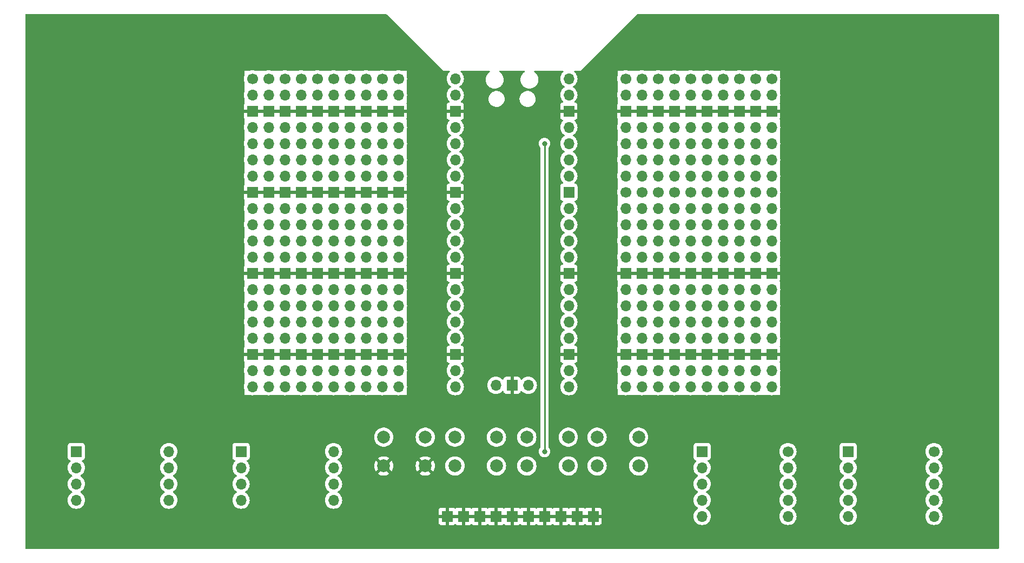
<source format=gbr>
%TF.GenerationSoftware,KiCad,Pcbnew,7.0.5-7.0.5~ubuntu22.04.1*%
%TF.CreationDate,2023-07-14T20:09:26+02:00*%
%TF.ProjectId,pico_breakout,7069636f-5f62-4726-9561-6b6f75742e6b,rev?*%
%TF.SameCoordinates,Original*%
%TF.FileFunction,Copper,L2,Bot*%
%TF.FilePolarity,Positive*%
%FSLAX46Y46*%
G04 Gerber Fmt 4.6, Leading zero omitted, Abs format (unit mm)*
G04 Created by KiCad (PCBNEW 7.0.5-7.0.5~ubuntu22.04.1) date 2023-07-14 20:09:26*
%MOMM*%
%LPD*%
G01*
G04 APERTURE LIST*
%TA.AperFunction,ComponentPad*%
%ADD10R,1.700000X1.700000*%
%TD*%
%TA.AperFunction,ComponentPad*%
%ADD11O,1.700000X1.700000*%
%TD*%
%TA.AperFunction,ComponentPad*%
%ADD12C,1.700000*%
%TD*%
%TA.AperFunction,ComponentPad*%
%ADD13C,2.000000*%
%TD*%
%TA.AperFunction,ViaPad*%
%ADD14C,0.800000*%
%TD*%
%TA.AperFunction,Conductor*%
%ADD15C,0.250000*%
%TD*%
G04 APERTURE END LIST*
D10*
%TO.P,SO-8,1*%
%TO.N,SO-8-2-1*%
X84582000Y-93980000D03*
D11*
%TO.P,SO-8,2*%
%TO.N,SO-8-2-2*%
X84582000Y-96520000D03*
%TO.P,SO-8,3*%
%TO.N,SO-8-2-3*%
X84582000Y-99060000D03*
%TO.P,SO-8,4*%
%TO.N,SO-8-2-4*%
X84582000Y-101600000D03*
%TO.P,SO-8,5*%
%TO.N,SO-8-2-5*%
X99060000Y-101600000D03*
%TO.P,SO-8,6*%
%TO.N,SO-8-2-6*%
X99060000Y-99060000D03*
%TO.P,SO-8,7*%
%TO.N,SO-8-2-7*%
X99060000Y-96520000D03*
%TO.P,SO-8,8*%
%TO.N,SO-8-2-8*%
X99060000Y-93980000D03*
%TD*%
%TO.P,U1,1,GPIO0*%
%TO.N,/GPIO0*%
X118110000Y-35560000D03*
%TO.P,U1,2,GPIO1*%
%TO.N,/GPIO1*%
X118110000Y-38100000D03*
D10*
%TO.P,U1,3,GND*%
%TO.N,GND*%
X118110000Y-40640000D03*
D11*
%TO.P,U1,4,GPIO2*%
%TO.N,/GPIO2*%
X118110000Y-43180000D03*
%TO.P,U1,5,GPIO3*%
%TO.N,/GPIO3*%
X118110000Y-45720000D03*
%TO.P,U1,6,GPIO4*%
%TO.N,/GPIO4*%
X118110000Y-48260000D03*
%TO.P,U1,7,GPIO5*%
%TO.N,/GPIO5*%
X118110000Y-50800000D03*
D10*
%TO.P,U1,8,GND*%
%TO.N,GND*%
X118110000Y-53340000D03*
D11*
%TO.P,U1,9,GPIO6*%
%TO.N,/GPIO6*%
X118110000Y-55880000D03*
%TO.P,U1,10,GPIO7*%
%TO.N,/GPIO7*%
X118110000Y-58420000D03*
%TO.P,U1,11,GPIO8*%
%TO.N,/GPIO8*%
X118110000Y-60960000D03*
%TO.P,U1,12,GPIO9*%
%TO.N,/GPIO9*%
X118110000Y-63500000D03*
D10*
%TO.P,U1,13,GND*%
%TO.N,GND*%
X118110000Y-66040000D03*
D11*
%TO.P,U1,14,GPIO10*%
%TO.N,/GPIO10*%
X118110000Y-68580000D03*
%TO.P,U1,15,GPIO11*%
%TO.N,/GPIO11*%
X118110000Y-71120000D03*
%TO.P,U1,16,GPIO12*%
%TO.N,/GPIO12*%
X118110000Y-73660000D03*
%TO.P,U1,17,GPIO13*%
%TO.N,/GPIO13*%
X118110000Y-76200000D03*
D10*
%TO.P,U1,18,GND*%
%TO.N,GND*%
X118110000Y-78740000D03*
D11*
%TO.P,U1,19,GPIO14*%
%TO.N,/GPIO14*%
X118110000Y-81280000D03*
%TO.P,U1,20,GPIO15*%
%TO.N,/GPIO15*%
X118110000Y-83820000D03*
%TO.P,U1,21,GPIO16*%
%TO.N,/GPIO16*%
X135890000Y-83820000D03*
%TO.P,U1,22,GPIO17*%
%TO.N,/GPIO17*%
X135890000Y-81280000D03*
D10*
%TO.P,U1,23,GND*%
%TO.N,GND*%
X135890000Y-78740000D03*
D11*
%TO.P,U1,24,GPIO18*%
%TO.N,/GPIO18*%
X135890000Y-76200000D03*
%TO.P,U1,25,GPIO19*%
%TO.N,/GPIO19*%
X135890000Y-73660000D03*
%TO.P,U1,26,GPIO20*%
%TO.N,/GPIO20*%
X135890000Y-71120000D03*
%TO.P,U1,27,GPIO21*%
%TO.N,/GPIO21*%
X135890000Y-68580000D03*
D10*
%TO.P,U1,28,GND*%
%TO.N,GND*%
X135890000Y-66040000D03*
D11*
%TO.P,U1,29,GPIO22*%
%TO.N,/GPIO22*%
X135890000Y-63500000D03*
%TO.P,U1,30,RUN*%
%TO.N,/RUN*%
X135890000Y-60960000D03*
%TO.P,U1,31,GPIO26_ADC0*%
%TO.N,/GPIO26*%
X135890000Y-58420000D03*
%TO.P,U1,32,GPIO27_ADC1*%
%TO.N,/GPIO27*%
X135890000Y-55880000D03*
D10*
%TO.P,U1,33,AGND*%
%TO.N,Net-(J2-Pin_8)*%
X135890000Y-53340000D03*
D11*
%TO.P,U1,34,GPIO28_ADC2*%
%TO.N,/GPIO28*%
X135890000Y-50800000D03*
%TO.P,U1,35,ADC_VREF*%
%TO.N,/ADC_VREF*%
X135890000Y-48260000D03*
%TO.P,U1,36,3V3*%
%TO.N,/3V3*%
X135890000Y-45720000D03*
%TO.P,U1,37,3V3_EN*%
%TO.N,/3V3_EN*%
X135890000Y-43180000D03*
D10*
%TO.P,U1,38,GND*%
%TO.N,GND*%
X135890000Y-40640000D03*
D11*
%TO.P,U1,39,VSYS*%
%TO.N,/VSYS*%
X135890000Y-38100000D03*
%TO.P,U1,40,VBUS*%
%TO.N,/VBUS*%
X135890000Y-35560000D03*
%TO.P,U1,41,SWCLK*%
%TO.N,unconnected-(U1-SWCLK-Pad41)*%
X124460000Y-83590000D03*
D10*
%TO.P,U1,42,GND*%
%TO.N,GND*%
X127000000Y-83590000D03*
D11*
%TO.P,U1,43,SWDIO*%
%TO.N,unconnected-(U1-SWDIO-Pad43)*%
X129540000Y-83590000D03*
%TD*%
D10*
%TO.P,SO-8,1*%
%TO.N,SO-8-1-1*%
X58801000Y-93980000D03*
D11*
%TO.P,SO-8,2*%
%TO.N,SO-8-1-2*%
X58801000Y-96520000D03*
%TO.P,SO-8,3*%
%TO.N,SO-8-1-3*%
X58801000Y-99060000D03*
%TO.P,SO-8,4*%
%TO.N,SO-8-1-4*%
X58801000Y-101600000D03*
%TO.P,SO-8,5*%
%TO.N,SO-8-1-5*%
X73279000Y-101600000D03*
%TO.P,SO-8,6*%
%TO.N,SO-8-1-6*%
X73279000Y-99060000D03*
%TO.P,SO-8,7*%
%TO.N,SO-8-1-7*%
X73279000Y-96520000D03*
%TO.P,SO-8,8*%
%TO.N,SO-8-1-8*%
X73279000Y-93980000D03*
%TD*%
D12*
%TO.P,J4,1,Pin_1*%
%TO.N,unconnected-(J4-Pin_1-Pad1)*%
X157480000Y-35560000D03*
X160020000Y-35560000D03*
X162560000Y-35560000D03*
X165100000Y-35560000D03*
X167640000Y-35560000D03*
D11*
%TO.P,J4,2,Pin_2*%
%TO.N,unconnected-(J4-Pin_2-Pad2)*%
X157480000Y-38100000D03*
X160020000Y-38100000D03*
X162560000Y-38100000D03*
X165100000Y-38100000D03*
X167640000Y-38100000D03*
D10*
%TO.P,J4,3,Pin_3*%
%TO.N,GND*%
X157480000Y-40640000D03*
X160020000Y-40640000D03*
X162560000Y-40640000D03*
X165100000Y-40640000D03*
X167640000Y-40640000D03*
D11*
%TO.P,J4,4,Pin_4*%
%TO.N,unconnected-(J4-Pin_4-Pad4)*%
X157480000Y-43180000D03*
X160020000Y-43180000D03*
X162560000Y-43180000D03*
X165100000Y-43180000D03*
X167640000Y-43180000D03*
%TO.P,J4,5,Pin_5*%
%TO.N,unconnected-(J4-Pin_5-Pad5)*%
X157480000Y-45720000D03*
X160020000Y-45720000D03*
X162560000Y-45720000D03*
X165100000Y-45720000D03*
X167640000Y-45720000D03*
%TO.P,J4,6,Pin_6*%
%TO.N,unconnected-(J4-Pin_6-Pad6)*%
X157480000Y-48260000D03*
X160020000Y-48260000D03*
X162560000Y-48260000D03*
X165100000Y-48260000D03*
X167640000Y-48260000D03*
%TO.P,J4,7,Pin_7*%
%TO.N,unconnected-(J4-Pin_7-Pad7)*%
X157480000Y-50800000D03*
X160020000Y-50800000D03*
X162560000Y-50800000D03*
X165100000Y-50800000D03*
X167640000Y-50800000D03*
D12*
%TO.P,J4,8,Pin_8*%
%TO.N,unconnected-(J4-Pin_8-Pad8)*%
X157480000Y-53340000D03*
X160020000Y-53340000D03*
X162560000Y-53340000D03*
X165100000Y-53340000D03*
X167640000Y-53340000D03*
D11*
%TO.P,J4,9,Pin_9*%
%TO.N,unconnected-(J4-Pin_9-Pad9)*%
X157480000Y-55880000D03*
X160020000Y-55880000D03*
X162560000Y-55880000D03*
X165100000Y-55880000D03*
X167640000Y-55880000D03*
%TO.P,J4,10,Pin_10*%
%TO.N,unconnected-(J4-Pin_10-Pad10)*%
X157480000Y-58420000D03*
X160020000Y-58420000D03*
X162560000Y-58420000D03*
X165100000Y-58420000D03*
X167640000Y-58420000D03*
%TO.P,J4,11,Pin_11*%
%TO.N,unconnected-(J4-Pin_11-Pad11)*%
X157480000Y-60960000D03*
X160020000Y-60960000D03*
X162560000Y-60960000D03*
X165100000Y-60960000D03*
X167640000Y-60960000D03*
%TO.P,J4,12,Pin_12*%
%TO.N,unconnected-(J4-Pin_12-Pad12)*%
X157480000Y-63500000D03*
X160020000Y-63500000D03*
X162560000Y-63500000D03*
X165100000Y-63500000D03*
X167640000Y-63500000D03*
D10*
%TO.P,J4,13,Pin_13*%
%TO.N,GND*%
X157480000Y-66040000D03*
X160020000Y-66040000D03*
X162560000Y-66040000D03*
X165100000Y-66040000D03*
X167640000Y-66040000D03*
D11*
%TO.P,J4,14,Pin_14*%
%TO.N,unconnected-(J4-Pin_14-Pad14)*%
X157480000Y-68580000D03*
X160020000Y-68580000D03*
X162560000Y-68580000D03*
X165100000Y-68580000D03*
X167640000Y-68580000D03*
%TO.P,J4,15,Pin_15*%
%TO.N,unconnected-(J4-Pin_15-Pad15)*%
X157480000Y-71120000D03*
X160020000Y-71120000D03*
X162560000Y-71120000D03*
X165100000Y-71120000D03*
X167640000Y-71120000D03*
%TO.P,J4,16,Pin_16*%
%TO.N,unconnected-(J4-Pin_16-Pad16)*%
X157480000Y-73660000D03*
X160020000Y-73660000D03*
X162560000Y-73660000D03*
X165100000Y-73660000D03*
X167640000Y-73660000D03*
%TO.P,J4,17,Pin_17*%
%TO.N,unconnected-(J4-Pin_17-Pad17)*%
X157480000Y-76200000D03*
X160020000Y-76200000D03*
X162560000Y-76200000D03*
X165100000Y-76200000D03*
X167640000Y-76200000D03*
D10*
%TO.P,J4,18,Pin_18*%
%TO.N,GND*%
X157480000Y-78740000D03*
X160020000Y-78740000D03*
X162560000Y-78740000D03*
X165100000Y-78740000D03*
X167640000Y-78740000D03*
D11*
%TO.P,J4,19,Pin_19*%
%TO.N,unconnected-(J4-Pin_19-Pad19)*%
X157480000Y-81280000D03*
X160020000Y-81280000D03*
X162560000Y-81280000D03*
X165100000Y-81280000D03*
X167640000Y-81280000D03*
%TO.P,J4,20,Pin_20*%
%TO.N,unconnected-(J4-Pin_20-Pad20)*%
X157480000Y-83820000D03*
X160020000Y-83820000D03*
X162560000Y-83820000D03*
X165100000Y-83820000D03*
X167640000Y-83820000D03*
%TD*%
D12*
%TO.P,J2,1,Pin_1*%
%TO.N,/VBUS*%
X144780000Y-35560000D03*
X147320000Y-35560000D03*
X149860000Y-35560000D03*
X152400000Y-35560000D03*
X154940000Y-35560000D03*
D11*
%TO.P,J2,2,Pin_2*%
%TO.N,/VSYS*%
X144780000Y-38100000D03*
X147320000Y-38100000D03*
X149860000Y-38100000D03*
X152400000Y-38100000D03*
X154940000Y-38100000D03*
D10*
%TO.P,J2,3,Pin_3*%
%TO.N,GND*%
X144780000Y-40640000D03*
X147320000Y-40640000D03*
X149860000Y-40640000D03*
X152400000Y-40640000D03*
X154940000Y-40640000D03*
D11*
%TO.P,J2,4,Pin_4*%
%TO.N,/3V3_EN*%
X144780000Y-43180000D03*
X147320000Y-43180000D03*
X149860000Y-43180000D03*
X152400000Y-43180000D03*
X154940000Y-43180000D03*
%TO.P,J2,5,Pin_5*%
%TO.N,/3V3*%
X144780000Y-45720000D03*
X147320000Y-45720000D03*
X149860000Y-45720000D03*
X152400000Y-45720000D03*
X154940000Y-45720000D03*
%TO.P,J2,6,Pin_6*%
%TO.N,/ADC_VREF*%
X144780000Y-48260000D03*
X147320000Y-48260000D03*
X149860000Y-48260000D03*
X152400000Y-48260000D03*
X154940000Y-48260000D03*
%TO.P,J2,7,Pin_7*%
%TO.N,/GPIO28*%
X144780000Y-50800000D03*
X147320000Y-50800000D03*
X149860000Y-50800000D03*
X152400000Y-50800000D03*
X154940000Y-50800000D03*
D12*
%TO.P,J2,8,Pin_8*%
%TO.N,Net-(J2-Pin_8)*%
X144780000Y-53340000D03*
X147320000Y-53340000D03*
X149860000Y-53340000D03*
X152400000Y-53340000D03*
X154940000Y-53340000D03*
D11*
%TO.P,J2,9,Pin_9*%
%TO.N,/GPIO27*%
X144780000Y-55880000D03*
X147320000Y-55880000D03*
X149860000Y-55880000D03*
X152400000Y-55880000D03*
X154940000Y-55880000D03*
%TO.P,J2,10,Pin_10*%
%TO.N,/GPIO26*%
X144780000Y-58420000D03*
X147320000Y-58420000D03*
X149860000Y-58420000D03*
X152400000Y-58420000D03*
X154940000Y-58420000D03*
%TO.P,J2,11,Pin_11*%
%TO.N,/RUN*%
X144780000Y-60960000D03*
X147320000Y-60960000D03*
X149860000Y-60960000D03*
X152400000Y-60960000D03*
X154940000Y-60960000D03*
%TO.P,J2,12,Pin_12*%
%TO.N,/GPIO22*%
X144780000Y-63500000D03*
X147320000Y-63500000D03*
X149860000Y-63500000D03*
X152400000Y-63500000D03*
X154940000Y-63500000D03*
D10*
%TO.P,J2,13,Pin_13*%
%TO.N,GND*%
X144780000Y-66040000D03*
X147320000Y-66040000D03*
X149860000Y-66040000D03*
X152400000Y-66040000D03*
X154940000Y-66040000D03*
D11*
%TO.P,J2,14,Pin_14*%
%TO.N,/GPIO21*%
X144780000Y-68580000D03*
X147320000Y-68580000D03*
X149860000Y-68580000D03*
X152400000Y-68580000D03*
X154940000Y-68580000D03*
%TO.P,J2,15,Pin_15*%
%TO.N,/GPIO20*%
X144780000Y-71120000D03*
X147320000Y-71120000D03*
X149860000Y-71120000D03*
X152400000Y-71120000D03*
X154940000Y-71120000D03*
%TO.P,J2,16,Pin_16*%
%TO.N,/GPIO19*%
X144780000Y-73660000D03*
X147320000Y-73660000D03*
X149860000Y-73660000D03*
X152400000Y-73660000D03*
X154940000Y-73660000D03*
%TO.P,J2,17,Pin_17*%
%TO.N,/GPIO18*%
X144780000Y-76200000D03*
X147320000Y-76200000D03*
X149860000Y-76200000D03*
X152400000Y-76200000D03*
X154940000Y-76200000D03*
D10*
%TO.P,J2,18,Pin_18*%
%TO.N,GND*%
X144780000Y-78740000D03*
X147320000Y-78740000D03*
X149860000Y-78740000D03*
X152400000Y-78740000D03*
X154940000Y-78740000D03*
D11*
%TO.P,J2,19,Pin_19*%
%TO.N,/GPIO17*%
X144780000Y-81280000D03*
X147320000Y-81280000D03*
X149860000Y-81280000D03*
X152400000Y-81280000D03*
X154940000Y-81280000D03*
%TO.P,J2,20,Pin_20*%
%TO.N,/GPIO16*%
X144780000Y-83820000D03*
X147320000Y-83820000D03*
X149860000Y-83820000D03*
X152400000Y-83820000D03*
X154940000Y-83820000D03*
%TD*%
D12*
%TO.P,J3,1,Pin_1*%
%TO.N,unconnected-(J3-Pin_1-Pad1)*%
X86360000Y-35560000D03*
X88900000Y-35560000D03*
X91440000Y-35560000D03*
X93980000Y-35560000D03*
X96520000Y-35560000D03*
D11*
%TO.P,J3,2,Pin_2*%
%TO.N,unconnected-(J3-Pin_2-Pad2)*%
X86360000Y-38100000D03*
X88900000Y-38100000D03*
X91440000Y-38100000D03*
X93980000Y-38100000D03*
X96520000Y-38100000D03*
D10*
%TO.P,J3,3,Pin_3*%
%TO.N,GND*%
X86360000Y-40640000D03*
X88900000Y-40640000D03*
X91440000Y-40640000D03*
X93980000Y-40640000D03*
X96520000Y-40640000D03*
D11*
%TO.P,J3,4,Pin_4*%
%TO.N,unconnected-(J3-Pin_4-Pad4)*%
X86360000Y-43180000D03*
X88900000Y-43180000D03*
X91440000Y-43180000D03*
X93980000Y-43180000D03*
X96520000Y-43180000D03*
%TO.P,J3,5,Pin_5*%
%TO.N,unconnected-(J3-Pin_5-Pad5)*%
X86360000Y-45720000D03*
X88900000Y-45720000D03*
X91440000Y-45720000D03*
X93980000Y-45720000D03*
X96520000Y-45720000D03*
%TO.P,J3,6,Pin_6*%
%TO.N,unconnected-(J3-Pin_6-Pad6)*%
X86360000Y-48260000D03*
X88900000Y-48260000D03*
X91440000Y-48260000D03*
X93980000Y-48260000D03*
X96520000Y-48260000D03*
%TO.P,J3,7,Pin_7*%
%TO.N,unconnected-(J3-Pin_7-Pad7)*%
X86360000Y-50800000D03*
X88900000Y-50800000D03*
X91440000Y-50800000D03*
X93980000Y-50800000D03*
X96520000Y-50800000D03*
D10*
%TO.P,J3,8,Pin_8*%
%TO.N,GND*%
X86360000Y-53340000D03*
X88900000Y-53340000D03*
X91440000Y-53340000D03*
X93980000Y-53340000D03*
X96520000Y-53340000D03*
D11*
%TO.P,J3,9,Pin_9*%
%TO.N,unconnected-(J3-Pin_9-Pad9)*%
X86360000Y-55880000D03*
X88900000Y-55880000D03*
X91440000Y-55880000D03*
X93980000Y-55880000D03*
X96520000Y-55880000D03*
%TO.P,J3,10,Pin_10*%
%TO.N,unconnected-(J3-Pin_10-Pad10)*%
X86360000Y-58420000D03*
X88900000Y-58420000D03*
X91440000Y-58420000D03*
X93980000Y-58420000D03*
X96520000Y-58420000D03*
%TO.P,J3,11,Pin_11*%
%TO.N,unconnected-(J3-Pin_11-Pad11)*%
X86360000Y-60960000D03*
X88900000Y-60960000D03*
X91440000Y-60960000D03*
X93980000Y-60960000D03*
X96520000Y-60960000D03*
%TO.P,J3,12,Pin_12*%
%TO.N,unconnected-(J3-Pin_12-Pad12)*%
X86360000Y-63500000D03*
X88900000Y-63500000D03*
X91440000Y-63500000D03*
X93980000Y-63500000D03*
X96520000Y-63500000D03*
D10*
%TO.P,J3,13,Pin_13*%
%TO.N,GND*%
X86360000Y-66040000D03*
X88900000Y-66040000D03*
X91440000Y-66040000D03*
X93980000Y-66040000D03*
X96520000Y-66040000D03*
D11*
%TO.P,J3,14,Pin_14*%
%TO.N,unconnected-(J3-Pin_14-Pad14)*%
X86360000Y-68580000D03*
X88900000Y-68580000D03*
X91440000Y-68580000D03*
X93980000Y-68580000D03*
X96520000Y-68580000D03*
%TO.P,J3,15,Pin_15*%
%TO.N,unconnected-(J3-Pin_15-Pad15)*%
X86360000Y-71120000D03*
X88900000Y-71120000D03*
X91440000Y-71120000D03*
X93980000Y-71120000D03*
X96520000Y-71120000D03*
%TO.P,J3,16,Pin_16*%
%TO.N,unconnected-(J3-Pin_16-Pad16)*%
X86360000Y-73660000D03*
X88900000Y-73660000D03*
X91440000Y-73660000D03*
X93980000Y-73660000D03*
X96520000Y-73660000D03*
%TO.P,J3,17,Pin_17*%
%TO.N,unconnected-(J3-Pin_17-Pad17)*%
X86360000Y-76200000D03*
X88900000Y-76200000D03*
X91440000Y-76200000D03*
X93980000Y-76200000D03*
X96520000Y-76200000D03*
D10*
%TO.P,J3,18,Pin_18*%
%TO.N,GND*%
X86360000Y-78740000D03*
X88900000Y-78740000D03*
X91440000Y-78740000D03*
X93980000Y-78740000D03*
X96520000Y-78740000D03*
D11*
%TO.P,J3,19,Pin_19*%
%TO.N,unconnected-(J3-Pin_19-Pad19)*%
X86360000Y-81280000D03*
X88900000Y-81280000D03*
X91440000Y-81280000D03*
X93980000Y-81280000D03*
X96520000Y-81280000D03*
%TO.P,J3,20,Pin_20*%
%TO.N,unconnected-(J3-Pin_20-Pad20)*%
X86360000Y-83820000D03*
X88900000Y-83820000D03*
X91440000Y-83820000D03*
X93980000Y-83820000D03*
X96520000Y-83820000D03*
%TD*%
D13*
%TO.P,SW1,1,1*%
%TO.N,/RUN*%
X106915524Y-91730000D03*
X113415524Y-91730000D03*
%TO.P,SW1,2,2*%
%TO.N,GND*%
X106915524Y-96230000D03*
X113415524Y-96230000D03*
%TD*%
%TO.P,SW2,1,1*%
%TO.N,/GPIO22*%
X118065524Y-91730000D03*
X124565524Y-91730000D03*
%TO.P,SW2,2,2*%
%TO.N,/3V3*%
X118065524Y-96230000D03*
X124565524Y-96230000D03*
%TD*%
%TO.P,SW4,1,1*%
%TO.N,/GPIO20*%
X140315524Y-91730000D03*
X146815524Y-91730000D03*
%TO.P,SW4,2,2*%
%TO.N,/3V3*%
X140315524Y-96230000D03*
X146815524Y-96230000D03*
%TD*%
D10*
%TO.P,SOT-32-10,1*%
%TO.N,SOT-32-1-1*%
X156740000Y-93980000D03*
D11*
%TO.P,SOT-32-10,2*%
%TO.N,SOT-32-1-2*%
X156740000Y-96520000D03*
%TO.P,SOT-32-10,3*%
%TO.N,SOT-32-1-3*%
X156740000Y-99060000D03*
%TO.P,SOT-32-10,4*%
%TO.N,SOT-32-1-4*%
X156740000Y-101600000D03*
%TO.P,SOT-32-10,5*%
%TO.N,SOT-32-1-5*%
X156740000Y-104140000D03*
%TO.P,SOT-32-10,6*%
%TO.N,SOT-32-1-6*%
X170180000Y-104140000D03*
%TO.P,SOT-32-10,7*%
%TO.N,SOT-32-1-7*%
X170180000Y-101600000D03*
%TO.P,SOT-32-10,8*%
%TO.N,SOT-32-1-8*%
X170180000Y-99060000D03*
%TO.P,SOT-32-10,9*%
%TO.N,SOT-32-1-9*%
X170180000Y-96520000D03*
D12*
%TO.P,SOT-32-10,10*%
%TO.N,SOT-32-1-10*%
X170180000Y-93980000D03*
%TD*%
%TO.P,J1,1,Pin_1*%
%TO.N,/GPIO0*%
X99060000Y-35560000D03*
X101600000Y-35560000D03*
X104140000Y-35560000D03*
X106680000Y-35560000D03*
X109220000Y-35560000D03*
D11*
%TO.P,J1,2,Pin_2*%
%TO.N,/GPIO1*%
X99060000Y-38100000D03*
X101600000Y-38100000D03*
X104140000Y-38100000D03*
X106680000Y-38100000D03*
X109220000Y-38100000D03*
D10*
%TO.P,J1,3,Pin_3*%
%TO.N,GND*%
X99060000Y-40640000D03*
X101600000Y-40640000D03*
X104140000Y-40640000D03*
X106680000Y-40640000D03*
X109220000Y-40640000D03*
D11*
%TO.P,J1,4,Pin_4*%
%TO.N,/GPIO2*%
X99060000Y-43180000D03*
X101600000Y-43180000D03*
X104140000Y-43180000D03*
X106680000Y-43180000D03*
X109220000Y-43180000D03*
%TO.P,J1,5,Pin_5*%
%TO.N,/GPIO3*%
X99060000Y-45720000D03*
X101600000Y-45720000D03*
X104140000Y-45720000D03*
X106680000Y-45720000D03*
X109220000Y-45720000D03*
%TO.P,J1,6,Pin_6*%
%TO.N,/GPIO4*%
X99060000Y-48260000D03*
X101600000Y-48260000D03*
X104140000Y-48260000D03*
X106680000Y-48260000D03*
X109220000Y-48260000D03*
%TO.P,J1,7,Pin_7*%
%TO.N,/GPIO5*%
X99060000Y-50800000D03*
X101600000Y-50800000D03*
X104140000Y-50800000D03*
X106680000Y-50800000D03*
X109220000Y-50800000D03*
D10*
%TO.P,J1,8,Pin_8*%
%TO.N,GND*%
X99060000Y-53340000D03*
X101600000Y-53340000D03*
X104140000Y-53340000D03*
X106680000Y-53340000D03*
X109220000Y-53340000D03*
D11*
%TO.P,J1,9,Pin_9*%
%TO.N,/GPIO6*%
X99060000Y-55880000D03*
X101600000Y-55880000D03*
X104140000Y-55880000D03*
X106680000Y-55880000D03*
X109220000Y-55880000D03*
%TO.P,J1,10,Pin_10*%
%TO.N,/GPIO7*%
X99060000Y-58420000D03*
X101600000Y-58420000D03*
X104140000Y-58420000D03*
X106680000Y-58420000D03*
X109220000Y-58420000D03*
%TO.P,J1,11,Pin_11*%
%TO.N,/GPIO8*%
X99060000Y-60960000D03*
X101600000Y-60960000D03*
X104140000Y-60960000D03*
X106680000Y-60960000D03*
X109220000Y-60960000D03*
%TO.P,J1,12,Pin_12*%
%TO.N,/GPIO9*%
X99060000Y-63500000D03*
X101600000Y-63500000D03*
X104140000Y-63500000D03*
X106680000Y-63500000D03*
X109220000Y-63500000D03*
D10*
%TO.P,J1,13,Pin_13*%
%TO.N,GND*%
X99060000Y-66040000D03*
X101600000Y-66040000D03*
X104140000Y-66040000D03*
X106680000Y-66040000D03*
X109220000Y-66040000D03*
D11*
%TO.P,J1,14,Pin_14*%
%TO.N,/GPIO10*%
X99060000Y-68580000D03*
X101600000Y-68580000D03*
X104140000Y-68580000D03*
X106680000Y-68580000D03*
X109220000Y-68580000D03*
%TO.P,J1,15,Pin_15*%
%TO.N,/GPIO11*%
X99060000Y-71120000D03*
X101600000Y-71120000D03*
X104140000Y-71120000D03*
X106680000Y-71120000D03*
X109220000Y-71120000D03*
%TO.P,J1,16,Pin_16*%
%TO.N,/GPIO12*%
X99060000Y-73660000D03*
X101600000Y-73660000D03*
X104140000Y-73660000D03*
X106680000Y-73660000D03*
X109220000Y-73660000D03*
%TO.P,J1,17,Pin_17*%
%TO.N,/GPIO13*%
X99060000Y-76200000D03*
X101600000Y-76200000D03*
X104140000Y-76200000D03*
X106680000Y-76200000D03*
X109220000Y-76200000D03*
D10*
%TO.P,J1,18,Pin_18*%
%TO.N,GND*%
X99060000Y-78740000D03*
X101600000Y-78740000D03*
X104140000Y-78740000D03*
X106680000Y-78740000D03*
X109220000Y-78740000D03*
D11*
%TO.P,J1,19,Pin_19*%
%TO.N,/GPIO14*%
X99060000Y-81280000D03*
X101600000Y-81280000D03*
X104140000Y-81280000D03*
X106680000Y-81280000D03*
X109220000Y-81280000D03*
%TO.P,J1,20,Pin_20*%
%TO.N,/GPIO15*%
X99060000Y-83820000D03*
X101600000Y-83820000D03*
X104140000Y-83820000D03*
X106680000Y-83820000D03*
X109220000Y-83820000D03*
%TD*%
D10*
%TO.P,REF\u002A\u002A,1*%
%TO.N,GND*%
X116840000Y-104140000D03*
%TO.P,REF\u002A\u002A,2*%
X119380000Y-104140000D03*
%TO.P,REF\u002A\u002A,3*%
X121920000Y-104140000D03*
%TO.P,REF\u002A\u002A,4*%
X124460000Y-104140000D03*
%TO.P,REF\u002A\u002A,5*%
X127000000Y-104140000D03*
%TO.P,REF\u002A\u002A,6*%
X129540000Y-104140000D03*
%TO.P,REF\u002A\u002A,7*%
X132080000Y-104140000D03*
%TO.P,REF\u002A\u002A,8*%
X134620000Y-104140000D03*
%TO.P,REF\u002A\u002A,9*%
X137160000Y-104140000D03*
%TO.P,REF\u002A\u002A,10*%
X139700000Y-104140000D03*
%TD*%
D13*
%TO.P,SW3,1,1*%
%TO.N,/GPIO21*%
X129315524Y-91730000D03*
X135815524Y-91730000D03*
%TO.P,SW3,2,2*%
%TO.N,/3V3*%
X129315524Y-96230000D03*
X135815524Y-96230000D03*
%TD*%
D10*
%TO.P,SOT-32-10,1*%
%TO.N,SOT-32-2-1*%
X179600000Y-93980000D03*
D11*
%TO.P,SOT-32-10,2*%
%TO.N,SOT-32-2-2*%
X179600000Y-96520000D03*
%TO.P,SOT-32-10,3*%
%TO.N,SOT-32-2-3*%
X179600000Y-99060000D03*
%TO.P,SOT-32-10,4*%
%TO.N,SOT-32-2-4*%
X179600000Y-101600000D03*
%TO.P,SOT-32-10,5*%
%TO.N,SOT-32-2-5*%
X179600000Y-104140000D03*
%TO.P,SOT-32-10,6*%
%TO.N,SOT-32-2-6*%
X193040000Y-104140000D03*
%TO.P,SOT-32-10,7*%
%TO.N,SOT-32-2-7*%
X193040000Y-101600000D03*
%TO.P,SOT-32-10,8*%
%TO.N,SOT-32-2-8*%
X193040000Y-99060000D03*
%TO.P,SOT-32-10,9*%
%TO.N,SOT-32-2-9*%
X193040000Y-96520000D03*
D12*
%TO.P,SOT-32-10,10*%
%TO.N,SOT-32-2-10*%
X193040000Y-93980000D03*
%TD*%
D14*
%TO.N,GND*%
X193500085Y-53215397D03*
%TO.N,/3V3*%
X132080000Y-45720000D03*
X132080000Y-93980000D03*
%TD*%
D15*
%TO.N,/3V3*%
X132080000Y-45720000D02*
X132080000Y-93980000D01*
%TD*%
%TA.AperFunction,Conductor*%
%TO.N,GND*%
G36*
X118920507Y-103930156D02*
G01*
X118880000Y-104068111D01*
X118880000Y-104211889D01*
X118920507Y-104349844D01*
X118946314Y-104390000D01*
X117273686Y-104390000D01*
X117299493Y-104349844D01*
X117340000Y-104211889D01*
X117340000Y-104068111D01*
X117299493Y-103930156D01*
X117273686Y-103890000D01*
X118946314Y-103890000D01*
X118920507Y-103930156D01*
G37*
%TD.AperFunction*%
%TA.AperFunction,Conductor*%
G36*
X121460507Y-103930156D02*
G01*
X121420000Y-104068111D01*
X121420000Y-104211889D01*
X121460507Y-104349844D01*
X121486314Y-104390000D01*
X119813686Y-104390000D01*
X119839493Y-104349844D01*
X119880000Y-104211889D01*
X119880000Y-104068111D01*
X119839493Y-103930156D01*
X119813686Y-103890000D01*
X121486314Y-103890000D01*
X121460507Y-103930156D01*
G37*
%TD.AperFunction*%
%TA.AperFunction,Conductor*%
G36*
X124000507Y-103930156D02*
G01*
X123960000Y-104068111D01*
X123960000Y-104211889D01*
X124000507Y-104349844D01*
X124026314Y-104390000D01*
X122353686Y-104390000D01*
X122379493Y-104349844D01*
X122420000Y-104211889D01*
X122420000Y-104068111D01*
X122379493Y-103930156D01*
X122353686Y-103890000D01*
X124026314Y-103890000D01*
X124000507Y-103930156D01*
G37*
%TD.AperFunction*%
%TA.AperFunction,Conductor*%
G36*
X126540507Y-103930156D02*
G01*
X126500000Y-104068111D01*
X126500000Y-104211889D01*
X126540507Y-104349844D01*
X126566314Y-104390000D01*
X124893686Y-104390000D01*
X124919493Y-104349844D01*
X124960000Y-104211889D01*
X124960000Y-104068111D01*
X124919493Y-103930156D01*
X124893686Y-103890000D01*
X126566314Y-103890000D01*
X126540507Y-103930156D01*
G37*
%TD.AperFunction*%
%TA.AperFunction,Conductor*%
G36*
X129080507Y-103930156D02*
G01*
X129040000Y-104068111D01*
X129040000Y-104211889D01*
X129080507Y-104349844D01*
X129106314Y-104390000D01*
X127433686Y-104390000D01*
X127459493Y-104349844D01*
X127500000Y-104211889D01*
X127500000Y-104068111D01*
X127459493Y-103930156D01*
X127433686Y-103890000D01*
X129106314Y-103890000D01*
X129080507Y-103930156D01*
G37*
%TD.AperFunction*%
%TA.AperFunction,Conductor*%
G36*
X131620507Y-103930156D02*
G01*
X131580000Y-104068111D01*
X131580000Y-104211889D01*
X131620507Y-104349844D01*
X131646314Y-104390000D01*
X129973686Y-104390000D01*
X129999493Y-104349844D01*
X130040000Y-104211889D01*
X130040000Y-104068111D01*
X129999493Y-103930156D01*
X129973686Y-103890000D01*
X131646314Y-103890000D01*
X131620507Y-103930156D01*
G37*
%TD.AperFunction*%
%TA.AperFunction,Conductor*%
G36*
X134160507Y-103930156D02*
G01*
X134120000Y-104068111D01*
X134120000Y-104211889D01*
X134160507Y-104349844D01*
X134186314Y-104390000D01*
X132513686Y-104390000D01*
X132539493Y-104349844D01*
X132580000Y-104211889D01*
X132580000Y-104068111D01*
X132539493Y-103930156D01*
X132513686Y-103890000D01*
X134186314Y-103890000D01*
X134160507Y-103930156D01*
G37*
%TD.AperFunction*%
%TA.AperFunction,Conductor*%
G36*
X136700507Y-103930156D02*
G01*
X136660000Y-104068111D01*
X136660000Y-104211889D01*
X136700507Y-104349844D01*
X136726314Y-104390000D01*
X135053686Y-104390000D01*
X135079493Y-104349844D01*
X135120000Y-104211889D01*
X135120000Y-104068111D01*
X135079493Y-103930156D01*
X135053686Y-103890000D01*
X136726314Y-103890000D01*
X136700507Y-103930156D01*
G37*
%TD.AperFunction*%
%TA.AperFunction,Conductor*%
G36*
X139240507Y-103930156D02*
G01*
X139200000Y-104068111D01*
X139200000Y-104211889D01*
X139240507Y-104349844D01*
X139266314Y-104390000D01*
X137593686Y-104390000D01*
X137619493Y-104349844D01*
X137660000Y-104211889D01*
X137660000Y-104068111D01*
X137619493Y-103930156D01*
X137593686Y-103890000D01*
X139266314Y-103890000D01*
X139240507Y-103930156D01*
G37*
%TD.AperFunction*%
%TA.AperFunction,Conductor*%
G36*
X88440507Y-78530156D02*
G01*
X88400000Y-78668111D01*
X88400000Y-78811889D01*
X88440507Y-78949844D01*
X88466314Y-78990000D01*
X86793686Y-78990000D01*
X86819493Y-78949844D01*
X86860000Y-78811889D01*
X86860000Y-78668111D01*
X86819493Y-78530156D01*
X86793686Y-78490000D01*
X88466314Y-78490000D01*
X88440507Y-78530156D01*
G37*
%TD.AperFunction*%
%TA.AperFunction,Conductor*%
G36*
X90980507Y-78530156D02*
G01*
X90940000Y-78668111D01*
X90940000Y-78811889D01*
X90980507Y-78949844D01*
X91006314Y-78990000D01*
X89333686Y-78990000D01*
X89359493Y-78949844D01*
X89400000Y-78811889D01*
X89400000Y-78668111D01*
X89359493Y-78530156D01*
X89333686Y-78490000D01*
X91006314Y-78490000D01*
X90980507Y-78530156D01*
G37*
%TD.AperFunction*%
%TA.AperFunction,Conductor*%
G36*
X93520507Y-78530156D02*
G01*
X93480000Y-78668111D01*
X93480000Y-78811889D01*
X93520507Y-78949844D01*
X93546314Y-78990000D01*
X91873686Y-78990000D01*
X91899493Y-78949844D01*
X91940000Y-78811889D01*
X91940000Y-78668111D01*
X91899493Y-78530156D01*
X91873686Y-78490000D01*
X93546314Y-78490000D01*
X93520507Y-78530156D01*
G37*
%TD.AperFunction*%
%TA.AperFunction,Conductor*%
G36*
X96060507Y-78530156D02*
G01*
X96020000Y-78668111D01*
X96020000Y-78811889D01*
X96060507Y-78949844D01*
X96086314Y-78990000D01*
X94413686Y-78990000D01*
X94439493Y-78949844D01*
X94480000Y-78811889D01*
X94480000Y-78668111D01*
X94439493Y-78530156D01*
X94413686Y-78490000D01*
X96086314Y-78490000D01*
X96060507Y-78530156D01*
G37*
%TD.AperFunction*%
%TA.AperFunction,Conductor*%
G36*
X98600507Y-78530156D02*
G01*
X98560000Y-78668111D01*
X98560000Y-78811889D01*
X98600507Y-78949844D01*
X98626314Y-78990000D01*
X96953686Y-78990000D01*
X96979493Y-78949844D01*
X97020000Y-78811889D01*
X97020000Y-78668111D01*
X96979493Y-78530156D01*
X96953686Y-78490000D01*
X98626314Y-78490000D01*
X98600507Y-78530156D01*
G37*
%TD.AperFunction*%
%TA.AperFunction,Conductor*%
G36*
X101140507Y-78530156D02*
G01*
X101100000Y-78668111D01*
X101100000Y-78811889D01*
X101140507Y-78949844D01*
X101166314Y-78990000D01*
X99493686Y-78990000D01*
X99519493Y-78949844D01*
X99560000Y-78811889D01*
X99560000Y-78668111D01*
X99519493Y-78530156D01*
X99493686Y-78490000D01*
X101166314Y-78490000D01*
X101140507Y-78530156D01*
G37*
%TD.AperFunction*%
%TA.AperFunction,Conductor*%
G36*
X103680507Y-78530156D02*
G01*
X103640000Y-78668111D01*
X103640000Y-78811889D01*
X103680507Y-78949844D01*
X103706314Y-78990000D01*
X102033686Y-78990000D01*
X102059493Y-78949844D01*
X102100000Y-78811889D01*
X102100000Y-78668111D01*
X102059493Y-78530156D01*
X102033686Y-78490000D01*
X103706314Y-78490000D01*
X103680507Y-78530156D01*
G37*
%TD.AperFunction*%
%TA.AperFunction,Conductor*%
G36*
X106220507Y-78530156D02*
G01*
X106180000Y-78668111D01*
X106180000Y-78811889D01*
X106220507Y-78949844D01*
X106246314Y-78990000D01*
X104573686Y-78990000D01*
X104599493Y-78949844D01*
X104640000Y-78811889D01*
X104640000Y-78668111D01*
X104599493Y-78530156D01*
X104573686Y-78490000D01*
X106246314Y-78490000D01*
X106220507Y-78530156D01*
G37*
%TD.AperFunction*%
%TA.AperFunction,Conductor*%
G36*
X108760507Y-78530156D02*
G01*
X108720000Y-78668111D01*
X108720000Y-78811889D01*
X108760507Y-78949844D01*
X108786314Y-78990000D01*
X107113686Y-78990000D01*
X107139493Y-78949844D01*
X107180000Y-78811889D01*
X107180000Y-78668111D01*
X107139493Y-78530156D01*
X107113686Y-78490000D01*
X108786314Y-78490000D01*
X108760507Y-78530156D01*
G37*
%TD.AperFunction*%
%TA.AperFunction,Conductor*%
G36*
X88440507Y-65830156D02*
G01*
X88400000Y-65968111D01*
X88400000Y-66111889D01*
X88440507Y-66249844D01*
X88466314Y-66290000D01*
X86793686Y-66290000D01*
X86819493Y-66249844D01*
X86860000Y-66111889D01*
X86860000Y-65968111D01*
X86819493Y-65830156D01*
X86793686Y-65790000D01*
X88466314Y-65790000D01*
X88440507Y-65830156D01*
G37*
%TD.AperFunction*%
%TA.AperFunction,Conductor*%
G36*
X90980507Y-65830156D02*
G01*
X90940000Y-65968111D01*
X90940000Y-66111889D01*
X90980507Y-66249844D01*
X91006314Y-66290000D01*
X89333686Y-66290000D01*
X89359493Y-66249844D01*
X89400000Y-66111889D01*
X89400000Y-65968111D01*
X89359493Y-65830156D01*
X89333686Y-65790000D01*
X91006314Y-65790000D01*
X90980507Y-65830156D01*
G37*
%TD.AperFunction*%
%TA.AperFunction,Conductor*%
G36*
X93520507Y-65830156D02*
G01*
X93480000Y-65968111D01*
X93480000Y-66111889D01*
X93520507Y-66249844D01*
X93546314Y-66290000D01*
X91873686Y-66290000D01*
X91899493Y-66249844D01*
X91940000Y-66111889D01*
X91940000Y-65968111D01*
X91899493Y-65830156D01*
X91873686Y-65790000D01*
X93546314Y-65790000D01*
X93520507Y-65830156D01*
G37*
%TD.AperFunction*%
%TA.AperFunction,Conductor*%
G36*
X96060507Y-65830156D02*
G01*
X96020000Y-65968111D01*
X96020000Y-66111889D01*
X96060507Y-66249844D01*
X96086314Y-66290000D01*
X94413686Y-66290000D01*
X94439493Y-66249844D01*
X94480000Y-66111889D01*
X94480000Y-65968111D01*
X94439493Y-65830156D01*
X94413686Y-65790000D01*
X96086314Y-65790000D01*
X96060507Y-65830156D01*
G37*
%TD.AperFunction*%
%TA.AperFunction,Conductor*%
G36*
X98600507Y-65830156D02*
G01*
X98560000Y-65968111D01*
X98560000Y-66111889D01*
X98600507Y-66249844D01*
X98626314Y-66290000D01*
X96953686Y-66290000D01*
X96979493Y-66249844D01*
X97020000Y-66111889D01*
X97020000Y-65968111D01*
X96979493Y-65830156D01*
X96953686Y-65790000D01*
X98626314Y-65790000D01*
X98600507Y-65830156D01*
G37*
%TD.AperFunction*%
%TA.AperFunction,Conductor*%
G36*
X101140507Y-65830156D02*
G01*
X101100000Y-65968111D01*
X101100000Y-66111889D01*
X101140507Y-66249844D01*
X101166314Y-66290000D01*
X99493686Y-66290000D01*
X99519493Y-66249844D01*
X99560000Y-66111889D01*
X99560000Y-65968111D01*
X99519493Y-65830156D01*
X99493686Y-65790000D01*
X101166314Y-65790000D01*
X101140507Y-65830156D01*
G37*
%TD.AperFunction*%
%TA.AperFunction,Conductor*%
G36*
X103680507Y-65830156D02*
G01*
X103640000Y-65968111D01*
X103640000Y-66111889D01*
X103680507Y-66249844D01*
X103706314Y-66290000D01*
X102033686Y-66290000D01*
X102059493Y-66249844D01*
X102100000Y-66111889D01*
X102100000Y-65968111D01*
X102059493Y-65830156D01*
X102033686Y-65790000D01*
X103706314Y-65790000D01*
X103680507Y-65830156D01*
G37*
%TD.AperFunction*%
%TA.AperFunction,Conductor*%
G36*
X106220507Y-65830156D02*
G01*
X106180000Y-65968111D01*
X106180000Y-66111889D01*
X106220507Y-66249844D01*
X106246314Y-66290000D01*
X104573686Y-66290000D01*
X104599493Y-66249844D01*
X104640000Y-66111889D01*
X104640000Y-65968111D01*
X104599493Y-65830156D01*
X104573686Y-65790000D01*
X106246314Y-65790000D01*
X106220507Y-65830156D01*
G37*
%TD.AperFunction*%
%TA.AperFunction,Conductor*%
G36*
X108760507Y-65830156D02*
G01*
X108720000Y-65968111D01*
X108720000Y-66111889D01*
X108760507Y-66249844D01*
X108786314Y-66290000D01*
X107113686Y-66290000D01*
X107139493Y-66249844D01*
X107180000Y-66111889D01*
X107180000Y-65968111D01*
X107139493Y-65830156D01*
X107113686Y-65790000D01*
X108786314Y-65790000D01*
X108760507Y-65830156D01*
G37*
%TD.AperFunction*%
%TA.AperFunction,Conductor*%
G36*
X88440507Y-53130156D02*
G01*
X88400000Y-53268111D01*
X88400000Y-53411889D01*
X88440507Y-53549844D01*
X88466314Y-53590000D01*
X86793686Y-53590000D01*
X86819493Y-53549844D01*
X86860000Y-53411889D01*
X86860000Y-53268111D01*
X86819493Y-53130156D01*
X86793686Y-53090000D01*
X88466314Y-53090000D01*
X88440507Y-53130156D01*
G37*
%TD.AperFunction*%
%TA.AperFunction,Conductor*%
G36*
X90980507Y-53130156D02*
G01*
X90940000Y-53268111D01*
X90940000Y-53411889D01*
X90980507Y-53549844D01*
X91006314Y-53590000D01*
X89333686Y-53590000D01*
X89359493Y-53549844D01*
X89400000Y-53411889D01*
X89400000Y-53268111D01*
X89359493Y-53130156D01*
X89333686Y-53090000D01*
X91006314Y-53090000D01*
X90980507Y-53130156D01*
G37*
%TD.AperFunction*%
%TA.AperFunction,Conductor*%
G36*
X93520507Y-53130156D02*
G01*
X93480000Y-53268111D01*
X93480000Y-53411889D01*
X93520507Y-53549844D01*
X93546314Y-53590000D01*
X91873686Y-53590000D01*
X91899493Y-53549844D01*
X91940000Y-53411889D01*
X91940000Y-53268111D01*
X91899493Y-53130156D01*
X91873686Y-53090000D01*
X93546314Y-53090000D01*
X93520507Y-53130156D01*
G37*
%TD.AperFunction*%
%TA.AperFunction,Conductor*%
G36*
X96060507Y-53130156D02*
G01*
X96020000Y-53268111D01*
X96020000Y-53411889D01*
X96060507Y-53549844D01*
X96086314Y-53590000D01*
X94413686Y-53590000D01*
X94439493Y-53549844D01*
X94480000Y-53411889D01*
X94480000Y-53268111D01*
X94439493Y-53130156D01*
X94413686Y-53090000D01*
X96086314Y-53090000D01*
X96060507Y-53130156D01*
G37*
%TD.AperFunction*%
%TA.AperFunction,Conductor*%
G36*
X98600507Y-53130156D02*
G01*
X98560000Y-53268111D01*
X98560000Y-53411889D01*
X98600507Y-53549844D01*
X98626314Y-53590000D01*
X96953686Y-53590000D01*
X96979493Y-53549844D01*
X97020000Y-53411889D01*
X97020000Y-53268111D01*
X96979493Y-53130156D01*
X96953686Y-53090000D01*
X98626314Y-53090000D01*
X98600507Y-53130156D01*
G37*
%TD.AperFunction*%
%TA.AperFunction,Conductor*%
G36*
X101140507Y-53130156D02*
G01*
X101100000Y-53268111D01*
X101100000Y-53411889D01*
X101140507Y-53549844D01*
X101166314Y-53590000D01*
X99493686Y-53590000D01*
X99519493Y-53549844D01*
X99560000Y-53411889D01*
X99560000Y-53268111D01*
X99519493Y-53130156D01*
X99493686Y-53090000D01*
X101166314Y-53090000D01*
X101140507Y-53130156D01*
G37*
%TD.AperFunction*%
%TA.AperFunction,Conductor*%
G36*
X103680507Y-53130156D02*
G01*
X103640000Y-53268111D01*
X103640000Y-53411889D01*
X103680507Y-53549844D01*
X103706314Y-53590000D01*
X102033686Y-53590000D01*
X102059493Y-53549844D01*
X102100000Y-53411889D01*
X102100000Y-53268111D01*
X102059493Y-53130156D01*
X102033686Y-53090000D01*
X103706314Y-53090000D01*
X103680507Y-53130156D01*
G37*
%TD.AperFunction*%
%TA.AperFunction,Conductor*%
G36*
X106220507Y-53130156D02*
G01*
X106180000Y-53268111D01*
X106180000Y-53411889D01*
X106220507Y-53549844D01*
X106246314Y-53590000D01*
X104573686Y-53590000D01*
X104599493Y-53549844D01*
X104640000Y-53411889D01*
X104640000Y-53268111D01*
X104599493Y-53130156D01*
X104573686Y-53090000D01*
X106246314Y-53090000D01*
X106220507Y-53130156D01*
G37*
%TD.AperFunction*%
%TA.AperFunction,Conductor*%
G36*
X108760507Y-53130156D02*
G01*
X108720000Y-53268111D01*
X108720000Y-53411889D01*
X108760507Y-53549844D01*
X108786314Y-53590000D01*
X107113686Y-53590000D01*
X107139493Y-53549844D01*
X107180000Y-53411889D01*
X107180000Y-53268111D01*
X107139493Y-53130156D01*
X107113686Y-53090000D01*
X108786314Y-53090000D01*
X108760507Y-53130156D01*
G37*
%TD.AperFunction*%
%TA.AperFunction,Conductor*%
G36*
X88440507Y-40430156D02*
G01*
X88400000Y-40568111D01*
X88400000Y-40711889D01*
X88440507Y-40849844D01*
X88466314Y-40890000D01*
X86793686Y-40890000D01*
X86819493Y-40849844D01*
X86860000Y-40711889D01*
X86860000Y-40568111D01*
X86819493Y-40430156D01*
X86793686Y-40390000D01*
X88466314Y-40390000D01*
X88440507Y-40430156D01*
G37*
%TD.AperFunction*%
%TA.AperFunction,Conductor*%
G36*
X90980507Y-40430156D02*
G01*
X90940000Y-40568111D01*
X90940000Y-40711889D01*
X90980507Y-40849844D01*
X91006314Y-40890000D01*
X89333686Y-40890000D01*
X89359493Y-40849844D01*
X89400000Y-40711889D01*
X89400000Y-40568111D01*
X89359493Y-40430156D01*
X89333686Y-40390000D01*
X91006314Y-40390000D01*
X90980507Y-40430156D01*
G37*
%TD.AperFunction*%
%TA.AperFunction,Conductor*%
G36*
X93520507Y-40430156D02*
G01*
X93480000Y-40568111D01*
X93480000Y-40711889D01*
X93520507Y-40849844D01*
X93546314Y-40890000D01*
X91873686Y-40890000D01*
X91899493Y-40849844D01*
X91940000Y-40711889D01*
X91940000Y-40568111D01*
X91899493Y-40430156D01*
X91873686Y-40390000D01*
X93546314Y-40390000D01*
X93520507Y-40430156D01*
G37*
%TD.AperFunction*%
%TA.AperFunction,Conductor*%
G36*
X96060507Y-40430156D02*
G01*
X96020000Y-40568111D01*
X96020000Y-40711889D01*
X96060507Y-40849844D01*
X96086314Y-40890000D01*
X94413686Y-40890000D01*
X94439493Y-40849844D01*
X94480000Y-40711889D01*
X94480000Y-40568111D01*
X94439493Y-40430156D01*
X94413686Y-40390000D01*
X96086314Y-40390000D01*
X96060507Y-40430156D01*
G37*
%TD.AperFunction*%
%TA.AperFunction,Conductor*%
G36*
X98600507Y-40430156D02*
G01*
X98560000Y-40568111D01*
X98560000Y-40711889D01*
X98600507Y-40849844D01*
X98626314Y-40890000D01*
X96953686Y-40890000D01*
X96979493Y-40849844D01*
X97020000Y-40711889D01*
X97020000Y-40568111D01*
X96979493Y-40430156D01*
X96953686Y-40390000D01*
X98626314Y-40390000D01*
X98600507Y-40430156D01*
G37*
%TD.AperFunction*%
%TA.AperFunction,Conductor*%
G36*
X101140507Y-40430156D02*
G01*
X101100000Y-40568111D01*
X101100000Y-40711889D01*
X101140507Y-40849844D01*
X101166314Y-40890000D01*
X99493686Y-40890000D01*
X99519493Y-40849844D01*
X99560000Y-40711889D01*
X99560000Y-40568111D01*
X99519493Y-40430156D01*
X99493686Y-40390000D01*
X101166314Y-40390000D01*
X101140507Y-40430156D01*
G37*
%TD.AperFunction*%
%TA.AperFunction,Conductor*%
G36*
X103680507Y-40430156D02*
G01*
X103640000Y-40568111D01*
X103640000Y-40711889D01*
X103680507Y-40849844D01*
X103706314Y-40890000D01*
X102033686Y-40890000D01*
X102059493Y-40849844D01*
X102100000Y-40711889D01*
X102100000Y-40568111D01*
X102059493Y-40430156D01*
X102033686Y-40390000D01*
X103706314Y-40390000D01*
X103680507Y-40430156D01*
G37*
%TD.AperFunction*%
%TA.AperFunction,Conductor*%
G36*
X106220507Y-40430156D02*
G01*
X106180000Y-40568111D01*
X106180000Y-40711889D01*
X106220507Y-40849844D01*
X106246314Y-40890000D01*
X104573686Y-40890000D01*
X104599493Y-40849844D01*
X104640000Y-40711889D01*
X104640000Y-40568111D01*
X104599493Y-40430156D01*
X104573686Y-40390000D01*
X106246314Y-40390000D01*
X106220507Y-40430156D01*
G37*
%TD.AperFunction*%
%TA.AperFunction,Conductor*%
G36*
X108760507Y-40430156D02*
G01*
X108720000Y-40568111D01*
X108720000Y-40711889D01*
X108760507Y-40849844D01*
X108786314Y-40890000D01*
X107113686Y-40890000D01*
X107139493Y-40849844D01*
X107180000Y-40711889D01*
X107180000Y-40568111D01*
X107139493Y-40430156D01*
X107113686Y-40390000D01*
X108786314Y-40390000D01*
X108760507Y-40430156D01*
G37*
%TD.AperFunction*%
%TA.AperFunction,Conductor*%
G36*
X146860507Y-78530156D02*
G01*
X146820000Y-78668111D01*
X146820000Y-78811889D01*
X146860507Y-78949844D01*
X146886314Y-78990000D01*
X145213686Y-78990000D01*
X145239493Y-78949844D01*
X145280000Y-78811889D01*
X145280000Y-78668111D01*
X145239493Y-78530156D01*
X145213686Y-78490000D01*
X146886314Y-78490000D01*
X146860507Y-78530156D01*
G37*
%TD.AperFunction*%
%TA.AperFunction,Conductor*%
G36*
X149400507Y-78530156D02*
G01*
X149360000Y-78668111D01*
X149360000Y-78811889D01*
X149400507Y-78949844D01*
X149426314Y-78990000D01*
X147753686Y-78990000D01*
X147779493Y-78949844D01*
X147820000Y-78811889D01*
X147820000Y-78668111D01*
X147779493Y-78530156D01*
X147753686Y-78490000D01*
X149426314Y-78490000D01*
X149400507Y-78530156D01*
G37*
%TD.AperFunction*%
%TA.AperFunction,Conductor*%
G36*
X151940507Y-78530156D02*
G01*
X151900000Y-78668111D01*
X151900000Y-78811889D01*
X151940507Y-78949844D01*
X151966314Y-78990000D01*
X150293686Y-78990000D01*
X150319493Y-78949844D01*
X150360000Y-78811889D01*
X150360000Y-78668111D01*
X150319493Y-78530156D01*
X150293686Y-78490000D01*
X151966314Y-78490000D01*
X151940507Y-78530156D01*
G37*
%TD.AperFunction*%
%TA.AperFunction,Conductor*%
G36*
X154480507Y-78530156D02*
G01*
X154440000Y-78668111D01*
X154440000Y-78811889D01*
X154480507Y-78949844D01*
X154506314Y-78990000D01*
X152833686Y-78990000D01*
X152859493Y-78949844D01*
X152900000Y-78811889D01*
X152900000Y-78668111D01*
X152859493Y-78530156D01*
X152833686Y-78490000D01*
X154506314Y-78490000D01*
X154480507Y-78530156D01*
G37*
%TD.AperFunction*%
%TA.AperFunction,Conductor*%
G36*
X157020507Y-78530156D02*
G01*
X156980000Y-78668111D01*
X156980000Y-78811889D01*
X157020507Y-78949844D01*
X157046314Y-78990000D01*
X155373686Y-78990000D01*
X155399493Y-78949844D01*
X155440000Y-78811889D01*
X155440000Y-78668111D01*
X155399493Y-78530156D01*
X155373686Y-78490000D01*
X157046314Y-78490000D01*
X157020507Y-78530156D01*
G37*
%TD.AperFunction*%
%TA.AperFunction,Conductor*%
G36*
X159560507Y-78530156D02*
G01*
X159520000Y-78668111D01*
X159520000Y-78811889D01*
X159560507Y-78949844D01*
X159586314Y-78990000D01*
X157913686Y-78990000D01*
X157939493Y-78949844D01*
X157980000Y-78811889D01*
X157980000Y-78668111D01*
X157939493Y-78530156D01*
X157913686Y-78490000D01*
X159586314Y-78490000D01*
X159560507Y-78530156D01*
G37*
%TD.AperFunction*%
%TA.AperFunction,Conductor*%
G36*
X162100507Y-78530156D02*
G01*
X162060000Y-78668111D01*
X162060000Y-78811889D01*
X162100507Y-78949844D01*
X162126314Y-78990000D01*
X160453686Y-78990000D01*
X160479493Y-78949844D01*
X160520000Y-78811889D01*
X160520000Y-78668111D01*
X160479493Y-78530156D01*
X160453686Y-78490000D01*
X162126314Y-78490000D01*
X162100507Y-78530156D01*
G37*
%TD.AperFunction*%
%TA.AperFunction,Conductor*%
G36*
X164640507Y-78530156D02*
G01*
X164600000Y-78668111D01*
X164600000Y-78811889D01*
X164640507Y-78949844D01*
X164666314Y-78990000D01*
X162993686Y-78990000D01*
X163019493Y-78949844D01*
X163060000Y-78811889D01*
X163060000Y-78668111D01*
X163019493Y-78530156D01*
X162993686Y-78490000D01*
X164666314Y-78490000D01*
X164640507Y-78530156D01*
G37*
%TD.AperFunction*%
%TA.AperFunction,Conductor*%
G36*
X167180507Y-78530156D02*
G01*
X167140000Y-78668111D01*
X167140000Y-78811889D01*
X167180507Y-78949844D01*
X167206314Y-78990000D01*
X165533686Y-78990000D01*
X165559493Y-78949844D01*
X165600000Y-78811889D01*
X165600000Y-78668111D01*
X165559493Y-78530156D01*
X165533686Y-78490000D01*
X167206314Y-78490000D01*
X167180507Y-78530156D01*
G37*
%TD.AperFunction*%
%TA.AperFunction,Conductor*%
G36*
X146860507Y-65830156D02*
G01*
X146820000Y-65968111D01*
X146820000Y-66111889D01*
X146860507Y-66249844D01*
X146886314Y-66290000D01*
X145213686Y-66290000D01*
X145239493Y-66249844D01*
X145280000Y-66111889D01*
X145280000Y-65968111D01*
X145239493Y-65830156D01*
X145213686Y-65790000D01*
X146886314Y-65790000D01*
X146860507Y-65830156D01*
G37*
%TD.AperFunction*%
%TA.AperFunction,Conductor*%
G36*
X149400507Y-65830156D02*
G01*
X149360000Y-65968111D01*
X149360000Y-66111889D01*
X149400507Y-66249844D01*
X149426314Y-66290000D01*
X147753686Y-66290000D01*
X147779493Y-66249844D01*
X147820000Y-66111889D01*
X147820000Y-65968111D01*
X147779493Y-65830156D01*
X147753686Y-65790000D01*
X149426314Y-65790000D01*
X149400507Y-65830156D01*
G37*
%TD.AperFunction*%
%TA.AperFunction,Conductor*%
G36*
X151940507Y-65830156D02*
G01*
X151900000Y-65968111D01*
X151900000Y-66111889D01*
X151940507Y-66249844D01*
X151966314Y-66290000D01*
X150293686Y-66290000D01*
X150319493Y-66249844D01*
X150360000Y-66111889D01*
X150360000Y-65968111D01*
X150319493Y-65830156D01*
X150293686Y-65790000D01*
X151966314Y-65790000D01*
X151940507Y-65830156D01*
G37*
%TD.AperFunction*%
%TA.AperFunction,Conductor*%
G36*
X154480507Y-65830156D02*
G01*
X154440000Y-65968111D01*
X154440000Y-66111889D01*
X154480507Y-66249844D01*
X154506314Y-66290000D01*
X152833686Y-66290000D01*
X152859493Y-66249844D01*
X152900000Y-66111889D01*
X152900000Y-65968111D01*
X152859493Y-65830156D01*
X152833686Y-65790000D01*
X154506314Y-65790000D01*
X154480507Y-65830156D01*
G37*
%TD.AperFunction*%
%TA.AperFunction,Conductor*%
G36*
X157020507Y-65830156D02*
G01*
X156980000Y-65968111D01*
X156980000Y-66111889D01*
X157020507Y-66249844D01*
X157046314Y-66290000D01*
X155373686Y-66290000D01*
X155399493Y-66249844D01*
X155440000Y-66111889D01*
X155440000Y-65968111D01*
X155399493Y-65830156D01*
X155373686Y-65790000D01*
X157046314Y-65790000D01*
X157020507Y-65830156D01*
G37*
%TD.AperFunction*%
%TA.AperFunction,Conductor*%
G36*
X159560507Y-65830156D02*
G01*
X159520000Y-65968111D01*
X159520000Y-66111889D01*
X159560507Y-66249844D01*
X159586314Y-66290000D01*
X157913686Y-66290000D01*
X157939493Y-66249844D01*
X157980000Y-66111889D01*
X157980000Y-65968111D01*
X157939493Y-65830156D01*
X157913686Y-65790000D01*
X159586314Y-65790000D01*
X159560507Y-65830156D01*
G37*
%TD.AperFunction*%
%TA.AperFunction,Conductor*%
G36*
X162100507Y-65830156D02*
G01*
X162060000Y-65968111D01*
X162060000Y-66111889D01*
X162100507Y-66249844D01*
X162126314Y-66290000D01*
X160453686Y-66290000D01*
X160479493Y-66249844D01*
X160520000Y-66111889D01*
X160520000Y-65968111D01*
X160479493Y-65830156D01*
X160453686Y-65790000D01*
X162126314Y-65790000D01*
X162100507Y-65830156D01*
G37*
%TD.AperFunction*%
%TA.AperFunction,Conductor*%
G36*
X164640507Y-65830156D02*
G01*
X164600000Y-65968111D01*
X164600000Y-66111889D01*
X164640507Y-66249844D01*
X164666314Y-66290000D01*
X162993686Y-66290000D01*
X163019493Y-66249844D01*
X163060000Y-66111889D01*
X163060000Y-65968111D01*
X163019493Y-65830156D01*
X162993686Y-65790000D01*
X164666314Y-65790000D01*
X164640507Y-65830156D01*
G37*
%TD.AperFunction*%
%TA.AperFunction,Conductor*%
G36*
X167180507Y-65830156D02*
G01*
X167140000Y-65968111D01*
X167140000Y-66111889D01*
X167180507Y-66249844D01*
X167206314Y-66290000D01*
X165533686Y-66290000D01*
X165559493Y-66249844D01*
X165600000Y-66111889D01*
X165600000Y-65968111D01*
X165559493Y-65830156D01*
X165533686Y-65790000D01*
X167206314Y-65790000D01*
X167180507Y-65830156D01*
G37*
%TD.AperFunction*%
%TA.AperFunction,Conductor*%
G36*
X146860507Y-40430156D02*
G01*
X146820000Y-40568111D01*
X146820000Y-40711889D01*
X146860507Y-40849844D01*
X146886314Y-40890000D01*
X145213686Y-40890000D01*
X145239493Y-40849844D01*
X145280000Y-40711889D01*
X145280000Y-40568111D01*
X145239493Y-40430156D01*
X145213686Y-40390000D01*
X146886314Y-40390000D01*
X146860507Y-40430156D01*
G37*
%TD.AperFunction*%
%TA.AperFunction,Conductor*%
G36*
X149400507Y-40430156D02*
G01*
X149360000Y-40568111D01*
X149360000Y-40711889D01*
X149400507Y-40849844D01*
X149426314Y-40890000D01*
X147753686Y-40890000D01*
X147779493Y-40849844D01*
X147820000Y-40711889D01*
X147820000Y-40568111D01*
X147779493Y-40430156D01*
X147753686Y-40390000D01*
X149426314Y-40390000D01*
X149400507Y-40430156D01*
G37*
%TD.AperFunction*%
%TA.AperFunction,Conductor*%
G36*
X151940507Y-40430156D02*
G01*
X151900000Y-40568111D01*
X151900000Y-40711889D01*
X151940507Y-40849844D01*
X151966314Y-40890000D01*
X150293686Y-40890000D01*
X150319493Y-40849844D01*
X150360000Y-40711889D01*
X150360000Y-40568111D01*
X150319493Y-40430156D01*
X150293686Y-40390000D01*
X151966314Y-40390000D01*
X151940507Y-40430156D01*
G37*
%TD.AperFunction*%
%TA.AperFunction,Conductor*%
G36*
X154480507Y-40430156D02*
G01*
X154440000Y-40568111D01*
X154440000Y-40711889D01*
X154480507Y-40849844D01*
X154506314Y-40890000D01*
X152833686Y-40890000D01*
X152859493Y-40849844D01*
X152900000Y-40711889D01*
X152900000Y-40568111D01*
X152859493Y-40430156D01*
X152833686Y-40390000D01*
X154506314Y-40390000D01*
X154480507Y-40430156D01*
G37*
%TD.AperFunction*%
%TA.AperFunction,Conductor*%
G36*
X157020507Y-40430156D02*
G01*
X156980000Y-40568111D01*
X156980000Y-40711889D01*
X157020507Y-40849844D01*
X157046314Y-40890000D01*
X155373686Y-40890000D01*
X155399493Y-40849844D01*
X155440000Y-40711889D01*
X155440000Y-40568111D01*
X155399493Y-40430156D01*
X155373686Y-40390000D01*
X157046314Y-40390000D01*
X157020507Y-40430156D01*
G37*
%TD.AperFunction*%
%TA.AperFunction,Conductor*%
G36*
X159560507Y-40430156D02*
G01*
X159520000Y-40568111D01*
X159520000Y-40711889D01*
X159560507Y-40849844D01*
X159586314Y-40890000D01*
X157913686Y-40890000D01*
X157939493Y-40849844D01*
X157980000Y-40711889D01*
X157980000Y-40568111D01*
X157939493Y-40430156D01*
X157913686Y-40390000D01*
X159586314Y-40390000D01*
X159560507Y-40430156D01*
G37*
%TD.AperFunction*%
%TA.AperFunction,Conductor*%
G36*
X162100507Y-40430156D02*
G01*
X162060000Y-40568111D01*
X162060000Y-40711889D01*
X162100507Y-40849844D01*
X162126314Y-40890000D01*
X160453686Y-40890000D01*
X160479493Y-40849844D01*
X160520000Y-40711889D01*
X160520000Y-40568111D01*
X160479493Y-40430156D01*
X160453686Y-40390000D01*
X162126314Y-40390000D01*
X162100507Y-40430156D01*
G37*
%TD.AperFunction*%
%TA.AperFunction,Conductor*%
G36*
X164640507Y-40430156D02*
G01*
X164600000Y-40568111D01*
X164600000Y-40711889D01*
X164640507Y-40849844D01*
X164666314Y-40890000D01*
X162993686Y-40890000D01*
X163019493Y-40849844D01*
X163060000Y-40711889D01*
X163060000Y-40568111D01*
X163019493Y-40430156D01*
X162993686Y-40390000D01*
X164666314Y-40390000D01*
X164640507Y-40430156D01*
G37*
%TD.AperFunction*%
%TA.AperFunction,Conductor*%
G36*
X167180507Y-40430156D02*
G01*
X167140000Y-40568111D01*
X167140000Y-40711889D01*
X167180507Y-40849844D01*
X167206314Y-40890000D01*
X165533686Y-40890000D01*
X165559493Y-40849844D01*
X165600000Y-40711889D01*
X165600000Y-40568111D01*
X165559493Y-40430156D01*
X165533686Y-40390000D01*
X167206314Y-40390000D01*
X167180507Y-40430156D01*
G37*
%TD.AperFunction*%
%TA.AperFunction,Conductor*%
G36*
X107330469Y-25420185D02*
G01*
X107351111Y-25436819D01*
X116187197Y-34272904D01*
X116187488Y-34273339D01*
X116204618Y-34290384D01*
X116204633Y-34290390D01*
X116204997Y-34290541D01*
X116205000Y-34290542D01*
X116205002Y-34290541D01*
X116229585Y-34290553D01*
X116229856Y-34290500D01*
X117175230Y-34290500D01*
X117242269Y-34310185D01*
X117288024Y-34362989D01*
X117297968Y-34432147D01*
X117268943Y-34495703D01*
X117246354Y-34516074D01*
X117238598Y-34521504D01*
X117071505Y-34688597D01*
X116935965Y-34882169D01*
X116935964Y-34882171D01*
X116836098Y-35096335D01*
X116836094Y-35096344D01*
X116774938Y-35324586D01*
X116774936Y-35324596D01*
X116754341Y-35559999D01*
X116754341Y-35560000D01*
X116774936Y-35795403D01*
X116774938Y-35795413D01*
X116836094Y-36023655D01*
X116836096Y-36023659D01*
X116836097Y-36023663D01*
X116883328Y-36124949D01*
X116935965Y-36237830D01*
X116935967Y-36237834D01*
X117071501Y-36431395D01*
X117071506Y-36431402D01*
X117238597Y-36598493D01*
X117238603Y-36598498D01*
X117424158Y-36728425D01*
X117467783Y-36783002D01*
X117474977Y-36852500D01*
X117443454Y-36914855D01*
X117424158Y-36931575D01*
X117238597Y-37061505D01*
X117071505Y-37228597D01*
X116935965Y-37422169D01*
X116935964Y-37422171D01*
X116836098Y-37636335D01*
X116836094Y-37636344D01*
X116774938Y-37864586D01*
X116774936Y-37864596D01*
X116754341Y-38099999D01*
X116754341Y-38100000D01*
X116774936Y-38335403D01*
X116774938Y-38335413D01*
X116836094Y-38563655D01*
X116836096Y-38563659D01*
X116836097Y-38563663D01*
X116923295Y-38750660D01*
X116935965Y-38777830D01*
X116935967Y-38777834D01*
X116954231Y-38803917D01*
X117071501Y-38971396D01*
X117071506Y-38971402D01*
X117193818Y-39093714D01*
X117227303Y-39155037D01*
X117222319Y-39224729D01*
X117180447Y-39280662D01*
X117149471Y-39297577D01*
X117017912Y-39346646D01*
X117017906Y-39346649D01*
X116902812Y-39432809D01*
X116902809Y-39432812D01*
X116816649Y-39547906D01*
X116816645Y-39547913D01*
X116766403Y-39682620D01*
X116766401Y-39682627D01*
X116760000Y-39742155D01*
X116760000Y-40390000D01*
X117664428Y-40390000D01*
X117641318Y-40425960D01*
X117600000Y-40566673D01*
X117600000Y-40713327D01*
X117641318Y-40854040D01*
X117664428Y-40890000D01*
X116760000Y-40890000D01*
X116760000Y-41537844D01*
X116766401Y-41597372D01*
X116766403Y-41597379D01*
X116816645Y-41732086D01*
X116816649Y-41732093D01*
X116902809Y-41847187D01*
X116902812Y-41847190D01*
X117017906Y-41933350D01*
X117017913Y-41933354D01*
X117149470Y-41982421D01*
X117205403Y-42024292D01*
X117229821Y-42089756D01*
X117214970Y-42158029D01*
X117193819Y-42186284D01*
X117071503Y-42308600D01*
X116935965Y-42502169D01*
X116935964Y-42502171D01*
X116836098Y-42716335D01*
X116836094Y-42716344D01*
X116774938Y-42944586D01*
X116774936Y-42944596D01*
X116754341Y-43179999D01*
X116754341Y-43180000D01*
X116774936Y-43415403D01*
X116774938Y-43415413D01*
X116836094Y-43643655D01*
X116836096Y-43643659D01*
X116836097Y-43643663D01*
X116935965Y-43857830D01*
X116935967Y-43857834D01*
X117071501Y-44051395D01*
X117071506Y-44051402D01*
X117238597Y-44218493D01*
X117238603Y-44218498D01*
X117424158Y-44348425D01*
X117467783Y-44403002D01*
X117474977Y-44472500D01*
X117443454Y-44534855D01*
X117424158Y-44551575D01*
X117238597Y-44681505D01*
X117071505Y-44848597D01*
X116935965Y-45042169D01*
X116935964Y-45042171D01*
X116836098Y-45256335D01*
X116836094Y-45256344D01*
X116774938Y-45484586D01*
X116774936Y-45484596D01*
X116754341Y-45719999D01*
X116754341Y-45720000D01*
X116774936Y-45955403D01*
X116774938Y-45955413D01*
X116836094Y-46183655D01*
X116836096Y-46183659D01*
X116836097Y-46183663D01*
X116935965Y-46397829D01*
X116935965Y-46397830D01*
X116935967Y-46397834D01*
X117071501Y-46591395D01*
X117071506Y-46591402D01*
X117238597Y-46758493D01*
X117238603Y-46758498D01*
X117424158Y-46888425D01*
X117467783Y-46943002D01*
X117474977Y-47012500D01*
X117443454Y-47074855D01*
X117424158Y-47091575D01*
X117238597Y-47221505D01*
X117071505Y-47388597D01*
X116935965Y-47582169D01*
X116935964Y-47582171D01*
X116836098Y-47796335D01*
X116836094Y-47796344D01*
X116774938Y-48024586D01*
X116774936Y-48024596D01*
X116754341Y-48259999D01*
X116754341Y-48260000D01*
X116774936Y-48495403D01*
X116774938Y-48495413D01*
X116836094Y-48723655D01*
X116836096Y-48723659D01*
X116836097Y-48723663D01*
X116935965Y-48937829D01*
X116935965Y-48937830D01*
X116935967Y-48937834D01*
X117071501Y-49131395D01*
X117071506Y-49131402D01*
X117238597Y-49298493D01*
X117238603Y-49298498D01*
X117424158Y-49428425D01*
X117467783Y-49483002D01*
X117474977Y-49552500D01*
X117443454Y-49614855D01*
X117424158Y-49631575D01*
X117238597Y-49761505D01*
X117071505Y-49928597D01*
X116935965Y-50122169D01*
X116935964Y-50122171D01*
X116836098Y-50336335D01*
X116836094Y-50336344D01*
X116774938Y-50564586D01*
X116774936Y-50564596D01*
X116754341Y-50799999D01*
X116754341Y-50800000D01*
X116774936Y-51035403D01*
X116774938Y-51035413D01*
X116836094Y-51263655D01*
X116836096Y-51263659D01*
X116836097Y-51263663D01*
X116935965Y-51477829D01*
X116935965Y-51477830D01*
X116935967Y-51477834D01*
X117044281Y-51632521D01*
X117071501Y-51671396D01*
X117071506Y-51671402D01*
X117193818Y-51793714D01*
X117227303Y-51855037D01*
X117222319Y-51924729D01*
X117180447Y-51980662D01*
X117149471Y-51997577D01*
X117017912Y-52046646D01*
X117017906Y-52046649D01*
X116902812Y-52132809D01*
X116902809Y-52132812D01*
X116816649Y-52247906D01*
X116816645Y-52247913D01*
X116766403Y-52382620D01*
X116766401Y-52382627D01*
X116760000Y-52442155D01*
X116760000Y-53090000D01*
X117664428Y-53090000D01*
X117641318Y-53125960D01*
X117600000Y-53266673D01*
X117600000Y-53413327D01*
X117641318Y-53554040D01*
X117664428Y-53590000D01*
X116760000Y-53590000D01*
X116760000Y-54237844D01*
X116766401Y-54297372D01*
X116766403Y-54297379D01*
X116816645Y-54432086D01*
X116816649Y-54432093D01*
X116902809Y-54547187D01*
X116902812Y-54547190D01*
X117017906Y-54633350D01*
X117017913Y-54633354D01*
X117149470Y-54682421D01*
X117205403Y-54724292D01*
X117229821Y-54789756D01*
X117214970Y-54858029D01*
X117193819Y-54886284D01*
X117071503Y-55008600D01*
X116935965Y-55202169D01*
X116935964Y-55202171D01*
X116836098Y-55416335D01*
X116836094Y-55416344D01*
X116774938Y-55644586D01*
X116774936Y-55644596D01*
X116754341Y-55879999D01*
X116754341Y-55880000D01*
X116774936Y-56115403D01*
X116774938Y-56115413D01*
X116836094Y-56343655D01*
X116836096Y-56343659D01*
X116836097Y-56343663D01*
X116935965Y-56557830D01*
X116935967Y-56557834D01*
X117071501Y-56751395D01*
X117071506Y-56751402D01*
X117238597Y-56918493D01*
X117238603Y-56918498D01*
X117424158Y-57048425D01*
X117467783Y-57103002D01*
X117474977Y-57172500D01*
X117443454Y-57234855D01*
X117424158Y-57251575D01*
X117238597Y-57381505D01*
X117071505Y-57548597D01*
X116935965Y-57742169D01*
X116935964Y-57742171D01*
X116836098Y-57956335D01*
X116836094Y-57956344D01*
X116774938Y-58184586D01*
X116774936Y-58184596D01*
X116754341Y-58419999D01*
X116754341Y-58420000D01*
X116774936Y-58655403D01*
X116774938Y-58655413D01*
X116836094Y-58883655D01*
X116836096Y-58883659D01*
X116836097Y-58883663D01*
X116935965Y-59097829D01*
X116935965Y-59097830D01*
X116935967Y-59097834D01*
X117071501Y-59291395D01*
X117071506Y-59291402D01*
X117238597Y-59458493D01*
X117238603Y-59458498D01*
X117424158Y-59588425D01*
X117467783Y-59643002D01*
X117474977Y-59712500D01*
X117443454Y-59774855D01*
X117424158Y-59791575D01*
X117238597Y-59921505D01*
X117071505Y-60088597D01*
X116935965Y-60282169D01*
X116935964Y-60282171D01*
X116836098Y-60496335D01*
X116836094Y-60496344D01*
X116774938Y-60724586D01*
X116774936Y-60724596D01*
X116754341Y-60959999D01*
X116754341Y-60960000D01*
X116774936Y-61195403D01*
X116774938Y-61195413D01*
X116836094Y-61423655D01*
X116836096Y-61423659D01*
X116836097Y-61423663D01*
X116935965Y-61637829D01*
X116935965Y-61637830D01*
X116935967Y-61637834D01*
X117071501Y-61831395D01*
X117071506Y-61831402D01*
X117238597Y-61998493D01*
X117238603Y-61998498D01*
X117424158Y-62128425D01*
X117467783Y-62183002D01*
X117474977Y-62252500D01*
X117443454Y-62314855D01*
X117424158Y-62331575D01*
X117238597Y-62461505D01*
X117071505Y-62628597D01*
X116935965Y-62822169D01*
X116935964Y-62822171D01*
X116836098Y-63036335D01*
X116836094Y-63036344D01*
X116774938Y-63264586D01*
X116774936Y-63264596D01*
X116754341Y-63499999D01*
X116754341Y-63500000D01*
X116774936Y-63735403D01*
X116774938Y-63735413D01*
X116836094Y-63963655D01*
X116836096Y-63963659D01*
X116836097Y-63963663D01*
X116935965Y-64177830D01*
X116935967Y-64177834D01*
X117044281Y-64332521D01*
X117071501Y-64371396D01*
X117071506Y-64371402D01*
X117193818Y-64493714D01*
X117227303Y-64555037D01*
X117222319Y-64624729D01*
X117180447Y-64680662D01*
X117149471Y-64697577D01*
X117017912Y-64746646D01*
X117017906Y-64746649D01*
X116902812Y-64832809D01*
X116902809Y-64832812D01*
X116816649Y-64947906D01*
X116816645Y-64947913D01*
X116766403Y-65082620D01*
X116766401Y-65082627D01*
X116760000Y-65142155D01*
X116760000Y-65790000D01*
X117664428Y-65790000D01*
X117641318Y-65825960D01*
X117600000Y-65966673D01*
X117600000Y-66113327D01*
X117641318Y-66254040D01*
X117664428Y-66290000D01*
X116760000Y-66290000D01*
X116760000Y-66937844D01*
X116766401Y-66997372D01*
X116766403Y-66997379D01*
X116816645Y-67132086D01*
X116816649Y-67132093D01*
X116902809Y-67247187D01*
X116902812Y-67247190D01*
X117017906Y-67333350D01*
X117017913Y-67333354D01*
X117149470Y-67382421D01*
X117205403Y-67424292D01*
X117229821Y-67489756D01*
X117214970Y-67558029D01*
X117193819Y-67586284D01*
X117071503Y-67708600D01*
X116935965Y-67902169D01*
X116935964Y-67902171D01*
X116836098Y-68116335D01*
X116836094Y-68116344D01*
X116774938Y-68344586D01*
X116774936Y-68344596D01*
X116754341Y-68579999D01*
X116754341Y-68580000D01*
X116774936Y-68815403D01*
X116774938Y-68815413D01*
X116836094Y-69043655D01*
X116836096Y-69043659D01*
X116836097Y-69043663D01*
X116935965Y-69257830D01*
X116935967Y-69257834D01*
X117071501Y-69451395D01*
X117071506Y-69451402D01*
X117238597Y-69618493D01*
X117238603Y-69618498D01*
X117424158Y-69748425D01*
X117467783Y-69803002D01*
X117474977Y-69872500D01*
X117443454Y-69934855D01*
X117424158Y-69951575D01*
X117238597Y-70081505D01*
X117071505Y-70248597D01*
X116935965Y-70442169D01*
X116935964Y-70442171D01*
X116836098Y-70656335D01*
X116836094Y-70656344D01*
X116774938Y-70884586D01*
X116774936Y-70884596D01*
X116754341Y-71119999D01*
X116754341Y-71120000D01*
X116774936Y-71355403D01*
X116774938Y-71355413D01*
X116836094Y-71583655D01*
X116836096Y-71583659D01*
X116836097Y-71583663D01*
X116935965Y-71797830D01*
X116935967Y-71797834D01*
X117071501Y-71991395D01*
X117071506Y-71991402D01*
X117238597Y-72158493D01*
X117238603Y-72158498D01*
X117424158Y-72288425D01*
X117467783Y-72343002D01*
X117474977Y-72412500D01*
X117443454Y-72474855D01*
X117424158Y-72491575D01*
X117238597Y-72621505D01*
X117071505Y-72788597D01*
X116935965Y-72982169D01*
X116935964Y-72982171D01*
X116836098Y-73196335D01*
X116836094Y-73196344D01*
X116774938Y-73424586D01*
X116774936Y-73424596D01*
X116754341Y-73659999D01*
X116754341Y-73660000D01*
X116774936Y-73895403D01*
X116774938Y-73895413D01*
X116836094Y-74123655D01*
X116836096Y-74123659D01*
X116836097Y-74123663D01*
X116935965Y-74337829D01*
X116935965Y-74337830D01*
X116935967Y-74337834D01*
X117071501Y-74531395D01*
X117071506Y-74531402D01*
X117238597Y-74698493D01*
X117238603Y-74698498D01*
X117424158Y-74828425D01*
X117467783Y-74883002D01*
X117474977Y-74952500D01*
X117443454Y-75014855D01*
X117424158Y-75031575D01*
X117238597Y-75161505D01*
X117071505Y-75328597D01*
X116935965Y-75522169D01*
X116935964Y-75522171D01*
X116836098Y-75736335D01*
X116836094Y-75736344D01*
X116774938Y-75964586D01*
X116774936Y-75964596D01*
X116754341Y-76199999D01*
X116754341Y-76200000D01*
X116774936Y-76435403D01*
X116774938Y-76435413D01*
X116836094Y-76663655D01*
X116836096Y-76663659D01*
X116836097Y-76663663D01*
X116935965Y-76877829D01*
X116935965Y-76877830D01*
X116935967Y-76877834D01*
X117044281Y-77032521D01*
X117071501Y-77071396D01*
X117071506Y-77071402D01*
X117193818Y-77193714D01*
X117227303Y-77255037D01*
X117222319Y-77324729D01*
X117180447Y-77380662D01*
X117149471Y-77397577D01*
X117017912Y-77446646D01*
X117017906Y-77446649D01*
X116902812Y-77532809D01*
X116902809Y-77532812D01*
X116816649Y-77647906D01*
X116816645Y-77647913D01*
X116766403Y-77782620D01*
X116766401Y-77782627D01*
X116760000Y-77842155D01*
X116760000Y-78490000D01*
X117664428Y-78490000D01*
X117641318Y-78525960D01*
X117600000Y-78666673D01*
X117600000Y-78813327D01*
X117641318Y-78954040D01*
X117664428Y-78990000D01*
X116760000Y-78990000D01*
X116760000Y-79637844D01*
X116766401Y-79697372D01*
X116766403Y-79697379D01*
X116816645Y-79832086D01*
X116816649Y-79832093D01*
X116902809Y-79947187D01*
X116902812Y-79947190D01*
X117017906Y-80033350D01*
X117017913Y-80033354D01*
X117149470Y-80082421D01*
X117205403Y-80124292D01*
X117229821Y-80189756D01*
X117214970Y-80258029D01*
X117193819Y-80286284D01*
X117071503Y-80408600D01*
X116935965Y-80602169D01*
X116935964Y-80602171D01*
X116836098Y-80816335D01*
X116836094Y-80816344D01*
X116774938Y-81044586D01*
X116774936Y-81044596D01*
X116754341Y-81279999D01*
X116754341Y-81280000D01*
X116774936Y-81515403D01*
X116774938Y-81515413D01*
X116836094Y-81743655D01*
X116836096Y-81743659D01*
X116836097Y-81743663D01*
X116935965Y-81957829D01*
X116935965Y-81957830D01*
X116935967Y-81957834D01*
X117071501Y-82151395D01*
X117071506Y-82151402D01*
X117238597Y-82318493D01*
X117238603Y-82318498D01*
X117424158Y-82448425D01*
X117467783Y-82503002D01*
X117474977Y-82572500D01*
X117443454Y-82634855D01*
X117424158Y-82651575D01*
X117238597Y-82781505D01*
X117071505Y-82948597D01*
X116935965Y-83142169D01*
X116935964Y-83142171D01*
X116836098Y-83356335D01*
X116836094Y-83356344D01*
X116774938Y-83584586D01*
X116774936Y-83584596D01*
X116754341Y-83819999D01*
X116754341Y-83820000D01*
X116774936Y-84055403D01*
X116774938Y-84055413D01*
X116836094Y-84283655D01*
X116836096Y-84283659D01*
X116836097Y-84283663D01*
X116918975Y-84461395D01*
X116935965Y-84497830D01*
X116935967Y-84497834D01*
X116972865Y-84550529D01*
X117071505Y-84691401D01*
X117238599Y-84858495D01*
X117333665Y-84925061D01*
X117432165Y-84994032D01*
X117432167Y-84994033D01*
X117432170Y-84994035D01*
X117646337Y-85093903D01*
X117646343Y-85093904D01*
X117646344Y-85093905D01*
X117701285Y-85108626D01*
X117874592Y-85155063D01*
X118062918Y-85171539D01*
X118109999Y-85175659D01*
X118110000Y-85175659D01*
X118110001Y-85175659D01*
X118149234Y-85172226D01*
X118345408Y-85155063D01*
X118573663Y-85093903D01*
X118787830Y-84994035D01*
X118981401Y-84858495D01*
X119148495Y-84691401D01*
X119284035Y-84497830D01*
X119383903Y-84283663D01*
X119445063Y-84055408D01*
X119465659Y-83820000D01*
X119445536Y-83590000D01*
X123104341Y-83590000D01*
X123124936Y-83825403D01*
X123124938Y-83825413D01*
X123186094Y-84053655D01*
X123186096Y-84053659D01*
X123186097Y-84053663D01*
X123285965Y-84267829D01*
X123285965Y-84267830D01*
X123285967Y-84267834D01*
X123318680Y-84314552D01*
X123421505Y-84461401D01*
X123588599Y-84628495D01*
X123665135Y-84682086D01*
X123782165Y-84764032D01*
X123782167Y-84764033D01*
X123782170Y-84764035D01*
X123996337Y-84863903D01*
X124224592Y-84925063D01*
X124395319Y-84940000D01*
X124459999Y-84945659D01*
X124460000Y-84945659D01*
X124460001Y-84945659D01*
X124524681Y-84940000D01*
X124695408Y-84925063D01*
X124923663Y-84863903D01*
X125137830Y-84764035D01*
X125331401Y-84628495D01*
X125453717Y-84506178D01*
X125515036Y-84472696D01*
X125584728Y-84477680D01*
X125640662Y-84519551D01*
X125657577Y-84550528D01*
X125706646Y-84682088D01*
X125706649Y-84682093D01*
X125792809Y-84797187D01*
X125792812Y-84797190D01*
X125907906Y-84883350D01*
X125907913Y-84883354D01*
X126042620Y-84933596D01*
X126042627Y-84933598D01*
X126102155Y-84939999D01*
X126102172Y-84940000D01*
X126750000Y-84940000D01*
X126750000Y-84036494D01*
X126854839Y-84084373D01*
X126963527Y-84100000D01*
X127036473Y-84100000D01*
X127145161Y-84084373D01*
X127250000Y-84036494D01*
X127250000Y-84940000D01*
X127897828Y-84940000D01*
X127897844Y-84939999D01*
X127957372Y-84933598D01*
X127957379Y-84933596D01*
X128092086Y-84883354D01*
X128092093Y-84883350D01*
X128207187Y-84797190D01*
X128207190Y-84797187D01*
X128293350Y-84682093D01*
X128293354Y-84682086D01*
X128342422Y-84550529D01*
X128384293Y-84494595D01*
X128449757Y-84470178D01*
X128518030Y-84485030D01*
X128546285Y-84506180D01*
X128668599Y-84628495D01*
X128745135Y-84682086D01*
X128862165Y-84764032D01*
X128862167Y-84764033D01*
X128862170Y-84764035D01*
X129076337Y-84863903D01*
X129304592Y-84925063D01*
X129475319Y-84940000D01*
X129539999Y-84945659D01*
X129540000Y-84945659D01*
X129540001Y-84945659D01*
X129604681Y-84940000D01*
X129775408Y-84925063D01*
X130003663Y-84863903D01*
X130217830Y-84764035D01*
X130411401Y-84628495D01*
X130578495Y-84461401D01*
X130714035Y-84267830D01*
X130813903Y-84053663D01*
X130875063Y-83825408D01*
X130895659Y-83590000D01*
X130875063Y-83354592D01*
X130813903Y-83126337D01*
X130714035Y-82912171D01*
X130622540Y-82781501D01*
X130578494Y-82718597D01*
X130411402Y-82551506D01*
X130411395Y-82551501D01*
X130409251Y-82550000D01*
X130334854Y-82497906D01*
X130217834Y-82415967D01*
X130217830Y-82415965D01*
X130146727Y-82382809D01*
X130003663Y-82316097D01*
X130003659Y-82316096D01*
X130003655Y-82316094D01*
X129775413Y-82254938D01*
X129775403Y-82254936D01*
X129540001Y-82234341D01*
X129539999Y-82234341D01*
X129304596Y-82254936D01*
X129304586Y-82254938D01*
X129076344Y-82316094D01*
X129076335Y-82316098D01*
X128862171Y-82415964D01*
X128862169Y-82415965D01*
X128668600Y-82551503D01*
X128546284Y-82673819D01*
X128484961Y-82707303D01*
X128415269Y-82702319D01*
X128359336Y-82660447D01*
X128342421Y-82629470D01*
X128293354Y-82497913D01*
X128293350Y-82497906D01*
X128207190Y-82382812D01*
X128207187Y-82382809D01*
X128092093Y-82296649D01*
X128092086Y-82296645D01*
X127957379Y-82246403D01*
X127957372Y-82246401D01*
X127897844Y-82240000D01*
X127250000Y-82240000D01*
X127250000Y-83143505D01*
X127145161Y-83095627D01*
X127036473Y-83080000D01*
X126963527Y-83080000D01*
X126854839Y-83095627D01*
X126750000Y-83143505D01*
X126750000Y-82240000D01*
X126102155Y-82240000D01*
X126042627Y-82246401D01*
X126042620Y-82246403D01*
X125907913Y-82296645D01*
X125907906Y-82296649D01*
X125792812Y-82382809D01*
X125792809Y-82382812D01*
X125706649Y-82497906D01*
X125706645Y-82497913D01*
X125657578Y-82629470D01*
X125615707Y-82685404D01*
X125550242Y-82709821D01*
X125481969Y-82694969D01*
X125453715Y-82673819D01*
X125409366Y-82629470D01*
X125331401Y-82551505D01*
X125331397Y-82551502D01*
X125331396Y-82551501D01*
X125137834Y-82415967D01*
X125137830Y-82415965D01*
X125066727Y-82382809D01*
X124923663Y-82316097D01*
X124923659Y-82316096D01*
X124923655Y-82316094D01*
X124695413Y-82254938D01*
X124695403Y-82254936D01*
X124460001Y-82234341D01*
X124459999Y-82234341D01*
X124224596Y-82254936D01*
X124224586Y-82254938D01*
X123996344Y-82316094D01*
X123996335Y-82316098D01*
X123782171Y-82415964D01*
X123782169Y-82415965D01*
X123588597Y-82551505D01*
X123421505Y-82718597D01*
X123285965Y-82912169D01*
X123285964Y-82912171D01*
X123186098Y-83126335D01*
X123186094Y-83126344D01*
X123124938Y-83354586D01*
X123124936Y-83354596D01*
X123104341Y-83589999D01*
X123104341Y-83590000D01*
X119445536Y-83590000D01*
X119445063Y-83584592D01*
X119389161Y-83375960D01*
X119383905Y-83356344D01*
X119383904Y-83356343D01*
X119383903Y-83356337D01*
X119284035Y-83142171D01*
X119148495Y-82948599D01*
X119148494Y-82948597D01*
X118981402Y-82781506D01*
X118981396Y-82781501D01*
X118795842Y-82651575D01*
X118752217Y-82596998D01*
X118745023Y-82527500D01*
X118776546Y-82465145D01*
X118795842Y-82448425D01*
X118842197Y-82415967D01*
X118981401Y-82318495D01*
X119148495Y-82151401D01*
X119284035Y-81957830D01*
X119383903Y-81743663D01*
X119445063Y-81515408D01*
X119465659Y-81280000D01*
X119445063Y-81044592D01*
X119383903Y-80816337D01*
X119284035Y-80602171D01*
X119148495Y-80408599D01*
X119026179Y-80286283D01*
X118992696Y-80224963D01*
X118997680Y-80155271D01*
X119039551Y-80099337D01*
X119070529Y-80082422D01*
X119202086Y-80033354D01*
X119202093Y-80033350D01*
X119317187Y-79947190D01*
X119317190Y-79947187D01*
X119403350Y-79832093D01*
X119403354Y-79832086D01*
X119453596Y-79697379D01*
X119453598Y-79697372D01*
X119459999Y-79637844D01*
X119460000Y-79637827D01*
X119460000Y-78990000D01*
X118555572Y-78990000D01*
X118578682Y-78954040D01*
X118620000Y-78813327D01*
X118620000Y-78666673D01*
X118578682Y-78525960D01*
X118555572Y-78490000D01*
X119460000Y-78490000D01*
X119460000Y-77842172D01*
X119459999Y-77842155D01*
X119453598Y-77782627D01*
X119453596Y-77782620D01*
X119403354Y-77647913D01*
X119403350Y-77647906D01*
X119317190Y-77532812D01*
X119317187Y-77532809D01*
X119202093Y-77446649D01*
X119202088Y-77446646D01*
X119070528Y-77397577D01*
X119014595Y-77355705D01*
X118990178Y-77290241D01*
X119005030Y-77221968D01*
X119026175Y-77193720D01*
X119148495Y-77071401D01*
X119284035Y-76877830D01*
X119383903Y-76663663D01*
X119445063Y-76435408D01*
X119465659Y-76200000D01*
X119445063Y-75964592D01*
X119398626Y-75791285D01*
X119383905Y-75736344D01*
X119383904Y-75736343D01*
X119383903Y-75736337D01*
X119284035Y-75522171D01*
X119148495Y-75328599D01*
X119148494Y-75328597D01*
X118981402Y-75161506D01*
X118981396Y-75161501D01*
X118795842Y-75031575D01*
X118752217Y-74976998D01*
X118745023Y-74907500D01*
X118776546Y-74845145D01*
X118795842Y-74828425D01*
X118818026Y-74812891D01*
X118981401Y-74698495D01*
X119148495Y-74531401D01*
X119284035Y-74337830D01*
X119383903Y-74123663D01*
X119445063Y-73895408D01*
X119465659Y-73660000D01*
X119445063Y-73424592D01*
X119398626Y-73251285D01*
X119383905Y-73196344D01*
X119383904Y-73196343D01*
X119383903Y-73196337D01*
X119284035Y-72982171D01*
X119148495Y-72788599D01*
X119148494Y-72788597D01*
X118981402Y-72621506D01*
X118981396Y-72621501D01*
X118795842Y-72491575D01*
X118752217Y-72436998D01*
X118745023Y-72367500D01*
X118776546Y-72305145D01*
X118795842Y-72288425D01*
X118818026Y-72272891D01*
X118981401Y-72158495D01*
X119148495Y-71991401D01*
X119284035Y-71797830D01*
X119383903Y-71583663D01*
X119445063Y-71355408D01*
X119465659Y-71120000D01*
X119445063Y-70884592D01*
X119398626Y-70711285D01*
X119383905Y-70656344D01*
X119383904Y-70656343D01*
X119383903Y-70656337D01*
X119284035Y-70442171D01*
X119148495Y-70248599D01*
X119148494Y-70248597D01*
X118981402Y-70081506D01*
X118981396Y-70081501D01*
X118795842Y-69951575D01*
X118752217Y-69896998D01*
X118745023Y-69827500D01*
X118776546Y-69765145D01*
X118795842Y-69748425D01*
X118818026Y-69732891D01*
X118981401Y-69618495D01*
X119148495Y-69451401D01*
X119284035Y-69257830D01*
X119383903Y-69043663D01*
X119445063Y-68815408D01*
X119465659Y-68580000D01*
X119445063Y-68344592D01*
X119383903Y-68116337D01*
X119284035Y-67902171D01*
X119148495Y-67708599D01*
X119026179Y-67586283D01*
X118992696Y-67524963D01*
X118997680Y-67455271D01*
X119039551Y-67399337D01*
X119070529Y-67382422D01*
X119202086Y-67333354D01*
X119202093Y-67333350D01*
X119317187Y-67247190D01*
X119317190Y-67247187D01*
X119403350Y-67132093D01*
X119403354Y-67132086D01*
X119453596Y-66997379D01*
X119453598Y-66997372D01*
X119459999Y-66937844D01*
X119460000Y-66937827D01*
X119460000Y-66290000D01*
X118555572Y-66290000D01*
X118578682Y-66254040D01*
X118620000Y-66113327D01*
X118620000Y-65966673D01*
X118578682Y-65825960D01*
X118555572Y-65790000D01*
X119460000Y-65790000D01*
X119460000Y-65142172D01*
X119459999Y-65142155D01*
X119453598Y-65082627D01*
X119453596Y-65082620D01*
X119403354Y-64947913D01*
X119403350Y-64947906D01*
X119317190Y-64832812D01*
X119317187Y-64832809D01*
X119202093Y-64746649D01*
X119202088Y-64746646D01*
X119070528Y-64697577D01*
X119014595Y-64655705D01*
X118990178Y-64590241D01*
X119005030Y-64521968D01*
X119026175Y-64493720D01*
X119148495Y-64371401D01*
X119284035Y-64177830D01*
X119383903Y-63963663D01*
X119445063Y-63735408D01*
X119465659Y-63500000D01*
X119445063Y-63264592D01*
X119398626Y-63091285D01*
X119383905Y-63036344D01*
X119383904Y-63036343D01*
X119383903Y-63036337D01*
X119284035Y-62822171D01*
X119148495Y-62628599D01*
X119148494Y-62628597D01*
X118981402Y-62461506D01*
X118981396Y-62461501D01*
X118795842Y-62331575D01*
X118752217Y-62276998D01*
X118745023Y-62207500D01*
X118776546Y-62145145D01*
X118795842Y-62128425D01*
X118818026Y-62112891D01*
X118981401Y-61998495D01*
X119148495Y-61831401D01*
X119284035Y-61637830D01*
X119383903Y-61423663D01*
X119445063Y-61195408D01*
X119465659Y-60960000D01*
X119445063Y-60724592D01*
X119398626Y-60551285D01*
X119383905Y-60496344D01*
X119383904Y-60496343D01*
X119383903Y-60496337D01*
X119284035Y-60282171D01*
X119148495Y-60088599D01*
X119148494Y-60088597D01*
X118981402Y-59921506D01*
X118981396Y-59921501D01*
X118795842Y-59791575D01*
X118752217Y-59736998D01*
X118745023Y-59667500D01*
X118776546Y-59605145D01*
X118795842Y-59588425D01*
X118818026Y-59572891D01*
X118981401Y-59458495D01*
X119148495Y-59291401D01*
X119284035Y-59097830D01*
X119383903Y-58883663D01*
X119445063Y-58655408D01*
X119465659Y-58420000D01*
X119445063Y-58184592D01*
X119398626Y-58011285D01*
X119383905Y-57956344D01*
X119383904Y-57956343D01*
X119383903Y-57956337D01*
X119284035Y-57742171D01*
X119148495Y-57548599D01*
X119148494Y-57548597D01*
X118981402Y-57381506D01*
X118981396Y-57381501D01*
X118795842Y-57251575D01*
X118752217Y-57196998D01*
X118745023Y-57127500D01*
X118776546Y-57065145D01*
X118795842Y-57048425D01*
X118818026Y-57032891D01*
X118981401Y-56918495D01*
X119148495Y-56751401D01*
X119284035Y-56557830D01*
X119383903Y-56343663D01*
X119445063Y-56115408D01*
X119465659Y-55880000D01*
X119445063Y-55644592D01*
X119383903Y-55416337D01*
X119284035Y-55202171D01*
X119148495Y-55008599D01*
X119026179Y-54886283D01*
X118992696Y-54824963D01*
X118997680Y-54755271D01*
X119039551Y-54699337D01*
X119070529Y-54682422D01*
X119202086Y-54633354D01*
X119202093Y-54633350D01*
X119317187Y-54547190D01*
X119317190Y-54547187D01*
X119403350Y-54432093D01*
X119403354Y-54432086D01*
X119453596Y-54297379D01*
X119453598Y-54297372D01*
X119459999Y-54237844D01*
X119460000Y-54237827D01*
X119460000Y-53590000D01*
X118555572Y-53590000D01*
X118578682Y-53554040D01*
X118620000Y-53413327D01*
X118620000Y-53266673D01*
X118578682Y-53125960D01*
X118555572Y-53090000D01*
X119460000Y-53090000D01*
X119460000Y-52442172D01*
X119459999Y-52442155D01*
X119453598Y-52382627D01*
X119453596Y-52382620D01*
X119403354Y-52247913D01*
X119403350Y-52247906D01*
X119317190Y-52132812D01*
X119317187Y-52132809D01*
X119202093Y-52046649D01*
X119202088Y-52046646D01*
X119070528Y-51997577D01*
X119014595Y-51955705D01*
X118990178Y-51890241D01*
X119005030Y-51821968D01*
X119026175Y-51793720D01*
X119148495Y-51671401D01*
X119284035Y-51477830D01*
X119383903Y-51263663D01*
X119445063Y-51035408D01*
X119465659Y-50800000D01*
X119445063Y-50564592D01*
X119398626Y-50391285D01*
X119383905Y-50336344D01*
X119383904Y-50336343D01*
X119383903Y-50336337D01*
X119284035Y-50122171D01*
X119148495Y-49928599D01*
X119148494Y-49928597D01*
X118981402Y-49761506D01*
X118981396Y-49761501D01*
X118795842Y-49631575D01*
X118752217Y-49576998D01*
X118745023Y-49507500D01*
X118776546Y-49445145D01*
X118795842Y-49428425D01*
X118818026Y-49412891D01*
X118981401Y-49298495D01*
X119148495Y-49131401D01*
X119284035Y-48937830D01*
X119383903Y-48723663D01*
X119445063Y-48495408D01*
X119465659Y-48260000D01*
X119445063Y-48024592D01*
X119398626Y-47851285D01*
X119383905Y-47796344D01*
X119383904Y-47796343D01*
X119383903Y-47796337D01*
X119284035Y-47582171D01*
X119148495Y-47388599D01*
X119148494Y-47388597D01*
X118981402Y-47221506D01*
X118981396Y-47221501D01*
X118795842Y-47091575D01*
X118752217Y-47036998D01*
X118745023Y-46967500D01*
X118776546Y-46905145D01*
X118795842Y-46888425D01*
X118818026Y-46872891D01*
X118981401Y-46758495D01*
X119148495Y-46591401D01*
X119284035Y-46397830D01*
X119383903Y-46183663D01*
X119445063Y-45955408D01*
X119465659Y-45720000D01*
X119445063Y-45484592D01*
X119398626Y-45311285D01*
X119383905Y-45256344D01*
X119383904Y-45256343D01*
X119383903Y-45256337D01*
X119284035Y-45042171D01*
X119209590Y-44935851D01*
X119148494Y-44848597D01*
X118981402Y-44681506D01*
X118981396Y-44681501D01*
X118795842Y-44551575D01*
X118752217Y-44496998D01*
X118745023Y-44427500D01*
X118776546Y-44365145D01*
X118795842Y-44348425D01*
X118818026Y-44332891D01*
X118981401Y-44218495D01*
X119148495Y-44051401D01*
X119284035Y-43857830D01*
X119383903Y-43643663D01*
X119445063Y-43415408D01*
X119465659Y-43180000D01*
X119445063Y-42944592D01*
X119383903Y-42716337D01*
X119284035Y-42502171D01*
X119148495Y-42308599D01*
X119026179Y-42186283D01*
X118992696Y-42124963D01*
X118997680Y-42055271D01*
X119039551Y-41999337D01*
X119070529Y-41982422D01*
X119202086Y-41933354D01*
X119202093Y-41933350D01*
X119317187Y-41847190D01*
X119317190Y-41847187D01*
X119403350Y-41732093D01*
X119403354Y-41732086D01*
X119453596Y-41597379D01*
X119453598Y-41597372D01*
X119459999Y-41537844D01*
X119460000Y-41537827D01*
X119460000Y-40890000D01*
X118555572Y-40890000D01*
X118578682Y-40854040D01*
X118620000Y-40713327D01*
X118620000Y-40566673D01*
X118578682Y-40425960D01*
X118555572Y-40390000D01*
X119460000Y-40390000D01*
X119460000Y-39742172D01*
X119459999Y-39742155D01*
X119453598Y-39682627D01*
X119453596Y-39682620D01*
X119403354Y-39547913D01*
X119403350Y-39547906D01*
X119317190Y-39432812D01*
X119317187Y-39432809D01*
X119202093Y-39346649D01*
X119202088Y-39346646D01*
X119070528Y-39297577D01*
X119014595Y-39255705D01*
X118990178Y-39190241D01*
X119005030Y-39121968D01*
X119026175Y-39093720D01*
X119148495Y-38971401D01*
X119284035Y-38777830D01*
X119311004Y-38719995D01*
X123319722Y-38719995D01*
X123319723Y-38720003D01*
X123321688Y-38742470D01*
X123321862Y-38750660D01*
X123320709Y-38776324D01*
X123320710Y-38776328D01*
X123331641Y-38857031D01*
X123331966Y-38859949D01*
X123338792Y-38937972D01*
X123338795Y-38937987D01*
X123345482Y-38962941D01*
X123347034Y-38970670D01*
X123350924Y-38999381D01*
X123350926Y-38999392D01*
X123375075Y-39073713D01*
X123375997Y-39076825D01*
X123395423Y-39149324D01*
X123395427Y-39149336D01*
X123407736Y-39175732D01*
X123410512Y-39182779D01*
X123420483Y-39213464D01*
X123455970Y-39279411D01*
X123457558Y-39282576D01*
X123487898Y-39347639D01*
X123506288Y-39373903D01*
X123506490Y-39374191D01*
X123510303Y-39380378D01*
X123527146Y-39411678D01*
X123527152Y-39411687D01*
X123571792Y-39467663D01*
X123574106Y-39470758D01*
X123600510Y-39508465D01*
X123613402Y-39526877D01*
X123613405Y-39526880D01*
X123638646Y-39552121D01*
X123643283Y-39557309D01*
X123667492Y-39587666D01*
X123718959Y-39632632D01*
X123722008Y-39635483D01*
X123768116Y-39681592D01*
X123768122Y-39681597D01*
X123768123Y-39681598D01*
X123769583Y-39682620D01*
X123800055Y-39703957D01*
X123805290Y-39708057D01*
X123837004Y-39735765D01*
X123837013Y-39735771D01*
X123892849Y-39769131D01*
X123896613Y-39771568D01*
X123947359Y-39807101D01*
X123947364Y-39807104D01*
X123969917Y-39817620D01*
X123985677Y-39824969D01*
X123991271Y-39827935D01*
X124028349Y-39850088D01*
X124030236Y-39851215D01*
X124048828Y-39858192D01*
X124088083Y-39872925D01*
X124092503Y-39874782D01*
X124145670Y-39899575D01*
X124145674Y-39899577D01*
X124176069Y-39907720D01*
X124189677Y-39911366D01*
X124195413Y-39913207D01*
X124212264Y-39919531D01*
X124240976Y-39930307D01*
X124298545Y-39940754D01*
X124303511Y-39941868D01*
X124357023Y-39956207D01*
X124405689Y-39960464D01*
X124411306Y-39961218D01*
X124462453Y-39970500D01*
X124517691Y-39970500D01*
X124523092Y-39970735D01*
X124551548Y-39973225D01*
X124574998Y-39975277D01*
X124575000Y-39975277D01*
X124626694Y-39970754D01*
X124629284Y-39970583D01*
X124631121Y-39970500D01*
X124631155Y-39970500D01*
X124684217Y-39965724D01*
X124685173Y-39965638D01*
X124685180Y-39965724D01*
X124685477Y-39965611D01*
X124792977Y-39956207D01*
X124793000Y-39956200D01*
X124793475Y-39956117D01*
X124798713Y-39955419D01*
X124799188Y-39955377D01*
X124902997Y-39926726D01*
X125004330Y-39899575D01*
X125004334Y-39899572D01*
X125011254Y-39897053D01*
X125015948Y-39895554D01*
X125016170Y-39895493D01*
X125016181Y-39895487D01*
X125016183Y-39895487D01*
X125029202Y-39889216D01*
X125110454Y-39850088D01*
X125202639Y-39807102D01*
X125202648Y-39807095D01*
X125207327Y-39804395D01*
X125207400Y-39804522D01*
X125218164Y-39798218D01*
X125218973Y-39797829D01*
X125301156Y-39738118D01*
X125381877Y-39681598D01*
X125382747Y-39680727D01*
X125397550Y-39668084D01*
X125401078Y-39665522D01*
X125468674Y-39594820D01*
X125469562Y-39593911D01*
X125536598Y-39526877D01*
X125539285Y-39523039D01*
X125551239Y-39508465D01*
X125556629Y-39502828D01*
X125556628Y-39502828D01*
X125556632Y-39502825D01*
X125608746Y-39423873D01*
X125609596Y-39422623D01*
X125662102Y-39347639D01*
X125665543Y-39340259D01*
X125674432Y-39324364D01*
X125680635Y-39314968D01*
X125716507Y-39231038D01*
X125717284Y-39229297D01*
X125754575Y-39149330D01*
X125757570Y-39138148D01*
X125763325Y-39121505D01*
X125769103Y-39107988D01*
X125788676Y-39022228D01*
X125789233Y-39019983D01*
X125811207Y-38937977D01*
X125812887Y-38918766D01*
X125814206Y-38910377D01*
X125814445Y-38909325D01*
X125819191Y-38888537D01*
X125822992Y-38803871D01*
X125823158Y-38801363D01*
X125830277Y-38720000D01*
X125830277Y-38719995D01*
X128169722Y-38719995D01*
X128169723Y-38720003D01*
X128171688Y-38742470D01*
X128171862Y-38750660D01*
X128170709Y-38776324D01*
X128170710Y-38776328D01*
X128181641Y-38857031D01*
X128181966Y-38859949D01*
X128188792Y-38937972D01*
X128188795Y-38937987D01*
X128195482Y-38962941D01*
X128197034Y-38970670D01*
X128200924Y-38999381D01*
X128200926Y-38999392D01*
X128225075Y-39073713D01*
X128225997Y-39076825D01*
X128245423Y-39149324D01*
X128245427Y-39149336D01*
X128257736Y-39175732D01*
X128260512Y-39182779D01*
X128270483Y-39213464D01*
X128305970Y-39279411D01*
X128307558Y-39282576D01*
X128337898Y-39347639D01*
X128356288Y-39373903D01*
X128356490Y-39374191D01*
X128360303Y-39380378D01*
X128377146Y-39411678D01*
X128377152Y-39411687D01*
X128421792Y-39467663D01*
X128424106Y-39470758D01*
X128450510Y-39508465D01*
X128463402Y-39526877D01*
X128463405Y-39526880D01*
X128488646Y-39552121D01*
X128493283Y-39557309D01*
X128517492Y-39587666D01*
X128568959Y-39632632D01*
X128572008Y-39635483D01*
X128618116Y-39681592D01*
X128618122Y-39681597D01*
X128618123Y-39681598D01*
X128619583Y-39682620D01*
X128650055Y-39703957D01*
X128655290Y-39708057D01*
X128687004Y-39735765D01*
X128687013Y-39735771D01*
X128742849Y-39769131D01*
X128746613Y-39771568D01*
X128797359Y-39807101D01*
X128797364Y-39807104D01*
X128819917Y-39817620D01*
X128835677Y-39824969D01*
X128841271Y-39827935D01*
X128878349Y-39850088D01*
X128880236Y-39851215D01*
X128898828Y-39858192D01*
X128938083Y-39872925D01*
X128942503Y-39874782D01*
X128995670Y-39899575D01*
X128995674Y-39899577D01*
X129026069Y-39907720D01*
X129039677Y-39911366D01*
X129045413Y-39913207D01*
X129062264Y-39919531D01*
X129090976Y-39930307D01*
X129148545Y-39940754D01*
X129153511Y-39941868D01*
X129207023Y-39956207D01*
X129255689Y-39960464D01*
X129261306Y-39961218D01*
X129312453Y-39970500D01*
X129367691Y-39970500D01*
X129373092Y-39970735D01*
X129401548Y-39973225D01*
X129424998Y-39975277D01*
X129425000Y-39975277D01*
X129476694Y-39970754D01*
X129479284Y-39970583D01*
X129481121Y-39970500D01*
X129481155Y-39970500D01*
X129534217Y-39965724D01*
X129535173Y-39965638D01*
X129535180Y-39965724D01*
X129535477Y-39965611D01*
X129642977Y-39956207D01*
X129643000Y-39956200D01*
X129643475Y-39956117D01*
X129648713Y-39955419D01*
X129649188Y-39955377D01*
X129752997Y-39926726D01*
X129854330Y-39899575D01*
X129854334Y-39899572D01*
X129861254Y-39897053D01*
X129865948Y-39895554D01*
X129866170Y-39895493D01*
X129866181Y-39895487D01*
X129866183Y-39895487D01*
X129879202Y-39889216D01*
X129960454Y-39850088D01*
X130052639Y-39807102D01*
X130052648Y-39807095D01*
X130057327Y-39804395D01*
X130057400Y-39804522D01*
X130068164Y-39798218D01*
X130068973Y-39797829D01*
X130151156Y-39738118D01*
X130231877Y-39681598D01*
X130232747Y-39680727D01*
X130247550Y-39668084D01*
X130251078Y-39665522D01*
X130318674Y-39594820D01*
X130319562Y-39593911D01*
X130386598Y-39526877D01*
X130389285Y-39523039D01*
X130401239Y-39508465D01*
X130406629Y-39502828D01*
X130406628Y-39502828D01*
X130406632Y-39502825D01*
X130458746Y-39423873D01*
X130459596Y-39422623D01*
X130512102Y-39347639D01*
X130515543Y-39340259D01*
X130524432Y-39324364D01*
X130530635Y-39314968D01*
X130566507Y-39231038D01*
X130567284Y-39229297D01*
X130604575Y-39149330D01*
X130607570Y-39138148D01*
X130613325Y-39121505D01*
X130619103Y-39107988D01*
X130638676Y-39022228D01*
X130639233Y-39019983D01*
X130661207Y-38937977D01*
X130662887Y-38918766D01*
X130664206Y-38910377D01*
X130664445Y-38909325D01*
X130669191Y-38888537D01*
X130672992Y-38803871D01*
X130673158Y-38801363D01*
X130680277Y-38720000D01*
X130678310Y-38697528D01*
X130678137Y-38689334D01*
X130679290Y-38663670D01*
X130668353Y-38582939D01*
X130668034Y-38580067D01*
X130661207Y-38502023D01*
X130654515Y-38477053D01*
X130652963Y-38469322D01*
X130649076Y-38440618D01*
X130649075Y-38440616D01*
X130649075Y-38440613D01*
X130624921Y-38366276D01*
X130623998Y-38363161D01*
X130604576Y-38290673D01*
X130592266Y-38264274D01*
X130589488Y-38257222D01*
X130579519Y-38226541D01*
X130579517Y-38226537D01*
X130579517Y-38226536D01*
X130566988Y-38203253D01*
X130544027Y-38160583D01*
X130542432Y-38157405D01*
X130519398Y-38108009D01*
X130512102Y-38092362D01*
X130493512Y-38065813D01*
X130489698Y-38059625D01*
X130489359Y-38058995D01*
X130472852Y-38028319D01*
X130428192Y-37972318D01*
X130425896Y-37969247D01*
X130386598Y-37913123D01*
X130361353Y-37887878D01*
X130356715Y-37882689D01*
X130332508Y-37852334D01*
X130325405Y-37846128D01*
X130281039Y-37807366D01*
X130277990Y-37804515D01*
X130231878Y-37758402D01*
X130199940Y-37736039D01*
X130194705Y-37731939D01*
X130162996Y-37704235D01*
X130162994Y-37704233D01*
X130162992Y-37704232D01*
X130107149Y-37670868D01*
X130103386Y-37668431D01*
X130052641Y-37632899D01*
X130014333Y-37615035D01*
X130008735Y-37612067D01*
X129969769Y-37588787D01*
X129969767Y-37588786D01*
X129911928Y-37567079D01*
X129907515Y-37565226D01*
X129854330Y-37540425D01*
X129810321Y-37528632D01*
X129804581Y-37526790D01*
X129759025Y-37509692D01*
X129701456Y-37499245D01*
X129696480Y-37498128D01*
X129642977Y-37483793D01*
X129594327Y-37479536D01*
X129588659Y-37478775D01*
X129537551Y-37469500D01*
X129537547Y-37469500D01*
X129482309Y-37469500D01*
X129476907Y-37469264D01*
X129448451Y-37466774D01*
X129425002Y-37464723D01*
X129424997Y-37464723D01*
X129373351Y-37469241D01*
X129370746Y-37469414D01*
X129368849Y-37469499D01*
X129314764Y-37474366D01*
X129207020Y-37483793D01*
X129206468Y-37483891D01*
X129201275Y-37484581D01*
X129200812Y-37484622D01*
X129200809Y-37484623D01*
X129112706Y-37508938D01*
X129097056Y-37513257D01*
X128995666Y-37540425D01*
X128988739Y-37542946D01*
X128984050Y-37544444D01*
X128983849Y-37544499D01*
X128983836Y-37544504D01*
X128889551Y-37589907D01*
X128797359Y-37632899D01*
X128792670Y-37635606D01*
X128792598Y-37635481D01*
X128781871Y-37641764D01*
X128781031Y-37642168D01*
X128698788Y-37701919D01*
X128618121Y-37758403D01*
X128617241Y-37759284D01*
X128602461Y-37771906D01*
X128598928Y-37774472D01*
X128598921Y-37774478D01*
X128531366Y-37845134D01*
X128530395Y-37846128D01*
X128463402Y-37913121D01*
X128460711Y-37916965D01*
X128448773Y-37931521D01*
X128443368Y-37937174D01*
X128421160Y-37970818D01*
X128391281Y-38016080D01*
X128390353Y-38017447D01*
X128337901Y-38092357D01*
X128337891Y-38092374D01*
X128334457Y-38099738D01*
X128325572Y-38115628D01*
X128319363Y-38125034D01*
X128283498Y-38208944D01*
X128282679Y-38210778D01*
X128245426Y-38290664D01*
X128245424Y-38290671D01*
X128242425Y-38301860D01*
X128236681Y-38318475D01*
X128230899Y-38332005D01*
X128230896Y-38332014D01*
X128211318Y-38417789D01*
X128210760Y-38420038D01*
X128188793Y-38502022D01*
X128188793Y-38502023D01*
X128187112Y-38521226D01*
X128185793Y-38529625D01*
X128180809Y-38551459D01*
X128180809Y-38551464D01*
X128177007Y-38636088D01*
X128176834Y-38638708D01*
X128169722Y-38719995D01*
X125830277Y-38719995D01*
X125828310Y-38697528D01*
X125828137Y-38689334D01*
X125829290Y-38663670D01*
X125818353Y-38582939D01*
X125818034Y-38580067D01*
X125811207Y-38502023D01*
X125804515Y-38477053D01*
X125802963Y-38469322D01*
X125799076Y-38440618D01*
X125799075Y-38440616D01*
X125799075Y-38440613D01*
X125774921Y-38366276D01*
X125773998Y-38363161D01*
X125754576Y-38290673D01*
X125742266Y-38264274D01*
X125739488Y-38257222D01*
X125729519Y-38226541D01*
X125729517Y-38226537D01*
X125729517Y-38226536D01*
X125716988Y-38203253D01*
X125694027Y-38160583D01*
X125692432Y-38157405D01*
X125669398Y-38108009D01*
X125662102Y-38092362D01*
X125643512Y-38065813D01*
X125639698Y-38059625D01*
X125639359Y-38058995D01*
X125622852Y-38028319D01*
X125578192Y-37972318D01*
X125575896Y-37969247D01*
X125536598Y-37913123D01*
X125511353Y-37887878D01*
X125506715Y-37882689D01*
X125482508Y-37852334D01*
X125475405Y-37846128D01*
X125431039Y-37807366D01*
X125427990Y-37804515D01*
X125381878Y-37758402D01*
X125349940Y-37736039D01*
X125344705Y-37731939D01*
X125312996Y-37704235D01*
X125312994Y-37704233D01*
X125312992Y-37704232D01*
X125257149Y-37670868D01*
X125253386Y-37668431D01*
X125202641Y-37632899D01*
X125164333Y-37615035D01*
X125158735Y-37612067D01*
X125119769Y-37588787D01*
X125119767Y-37588786D01*
X125061928Y-37567079D01*
X125057515Y-37565226D01*
X125004330Y-37540425D01*
X124960321Y-37528632D01*
X124954581Y-37526790D01*
X124909025Y-37509692D01*
X124851456Y-37499245D01*
X124846480Y-37498128D01*
X124792977Y-37483793D01*
X124744327Y-37479536D01*
X124738659Y-37478775D01*
X124687551Y-37469500D01*
X124687547Y-37469500D01*
X124632309Y-37469500D01*
X124626907Y-37469264D01*
X124598451Y-37466774D01*
X124575002Y-37464723D01*
X124574997Y-37464723D01*
X124523351Y-37469241D01*
X124520746Y-37469414D01*
X124518849Y-37469499D01*
X124464764Y-37474366D01*
X124357020Y-37483793D01*
X124356468Y-37483891D01*
X124351275Y-37484581D01*
X124350812Y-37484622D01*
X124350809Y-37484623D01*
X124262706Y-37508938D01*
X124247056Y-37513257D01*
X124145666Y-37540425D01*
X124138739Y-37542946D01*
X124134050Y-37544444D01*
X124133849Y-37544499D01*
X124133836Y-37544504D01*
X124039551Y-37589907D01*
X123947359Y-37632899D01*
X123942670Y-37635606D01*
X123942598Y-37635481D01*
X123931871Y-37641764D01*
X123931031Y-37642168D01*
X123848788Y-37701919D01*
X123768121Y-37758403D01*
X123767241Y-37759284D01*
X123752461Y-37771906D01*
X123748928Y-37774472D01*
X123748921Y-37774478D01*
X123681366Y-37845134D01*
X123680395Y-37846128D01*
X123613402Y-37913121D01*
X123610711Y-37916965D01*
X123598773Y-37931521D01*
X123593368Y-37937174D01*
X123571160Y-37970818D01*
X123541281Y-38016080D01*
X123540353Y-38017447D01*
X123487901Y-38092357D01*
X123487891Y-38092374D01*
X123484457Y-38099738D01*
X123475572Y-38115628D01*
X123469363Y-38125034D01*
X123433498Y-38208944D01*
X123432679Y-38210778D01*
X123395426Y-38290664D01*
X123395424Y-38290671D01*
X123392425Y-38301860D01*
X123386681Y-38318475D01*
X123380899Y-38332005D01*
X123380896Y-38332014D01*
X123361318Y-38417789D01*
X123360760Y-38420038D01*
X123338793Y-38502022D01*
X123338793Y-38502023D01*
X123337112Y-38521226D01*
X123335793Y-38529625D01*
X123330809Y-38551459D01*
X123330809Y-38551464D01*
X123327007Y-38636088D01*
X123326834Y-38638708D01*
X123319722Y-38719995D01*
X119311004Y-38719995D01*
X119383903Y-38563663D01*
X119445063Y-38335408D01*
X119465659Y-38100000D01*
X119445063Y-37864592D01*
X119393155Y-37670868D01*
X119383905Y-37636344D01*
X119383904Y-37636343D01*
X119383903Y-37636337D01*
X119284035Y-37422171D01*
X119148495Y-37228599D01*
X119148494Y-37228597D01*
X118981402Y-37061506D01*
X118981401Y-37061505D01*
X118815792Y-36945544D01*
X118795841Y-36931574D01*
X118752216Y-36876997D01*
X118745024Y-36807498D01*
X118776546Y-36745144D01*
X118795836Y-36728428D01*
X118981401Y-36598495D01*
X119148495Y-36431401D01*
X119284035Y-36237830D01*
X119383903Y-36023663D01*
X119445063Y-35795408D01*
X119465659Y-35560000D01*
X119445063Y-35324592D01*
X119383903Y-35096337D01*
X119284035Y-34882171D01*
X119259196Y-34846696D01*
X119148494Y-34688597D01*
X118981402Y-34521506D01*
X118981393Y-34521498D01*
X118973646Y-34516074D01*
X118930021Y-34461497D01*
X118922829Y-34391998D01*
X118954352Y-34329644D01*
X119014582Y-34294231D01*
X119044770Y-34290500D01*
X123431723Y-34290500D01*
X123498762Y-34310185D01*
X123544517Y-34362989D01*
X123554461Y-34432147D01*
X123525436Y-34495703D01*
X123507884Y-34512355D01*
X123506374Y-34513529D01*
X123506374Y-34513530D01*
X123496137Y-34521498D01*
X123453486Y-34554693D01*
X123450132Y-34557127D01*
X123436026Y-34566661D01*
X123392001Y-34596417D01*
X123391994Y-34596422D01*
X123360248Y-34626847D01*
X123355430Y-34631011D01*
X123323218Y-34656085D01*
X123323209Y-34656093D01*
X123275613Y-34707795D01*
X123272900Y-34710564D01*
X123219882Y-34761378D01*
X123219880Y-34761380D01*
X123195681Y-34794098D01*
X123191448Y-34799223D01*
X123166022Y-34826845D01*
X123125797Y-34888412D01*
X123123741Y-34891367D01*
X123078124Y-34953047D01*
X123078120Y-34953054D01*
X123061268Y-34986475D01*
X123057811Y-34992472D01*
X123039076Y-35021149D01*
X123008219Y-35091496D01*
X123006803Y-35094503D01*
X122970790Y-35165931D01*
X122960792Y-35198573D01*
X122958288Y-35205323D01*
X122945845Y-35233691D01*
X122945845Y-35233692D01*
X122926178Y-35311347D01*
X122925358Y-35314279D01*
X122900984Y-35393876D01*
X122900983Y-35393879D01*
X122897063Y-35424485D01*
X122895668Y-35431830D01*
X122888867Y-35458688D01*
X122888864Y-35458705D01*
X122881983Y-35541758D01*
X122881693Y-35544513D01*
X122870702Y-35630344D01*
X122870701Y-35630344D01*
X122871872Y-35657900D01*
X122871716Y-35665655D01*
X122869700Y-35689998D01*
X122876853Y-35776339D01*
X122877008Y-35778826D01*
X122880819Y-35868523D01*
X122880820Y-35868534D01*
X122885939Y-35892284D01*
X122887120Y-35900233D01*
X122888865Y-35921303D01*
X122888865Y-35921306D01*
X122910932Y-36008445D01*
X122911437Y-36010602D01*
X122931044Y-36101575D01*
X122931045Y-36101580D01*
X122938883Y-36121084D01*
X122941458Y-36128987D01*
X122945843Y-36146300D01*
X122983283Y-36231657D01*
X122984003Y-36233371D01*
X122985797Y-36237834D01*
X123019935Y-36322788D01*
X123029232Y-36337888D01*
X123033218Y-36345495D01*
X123039077Y-36358851D01*
X123091820Y-36439582D01*
X123092711Y-36440985D01*
X123144930Y-36525794D01*
X123151543Y-36533308D01*
X123162263Y-36547402D01*
X123166019Y-36553151D01*
X123166021Y-36553153D01*
X123191438Y-36580764D01*
X123233546Y-36626505D01*
X123234472Y-36627534D01*
X123302436Y-36704755D01*
X123307564Y-36708895D01*
X123320882Y-36721377D01*
X123323216Y-36723913D01*
X123404933Y-36787515D01*
X123487920Y-36854523D01*
X123487922Y-36854524D01*
X123490678Y-36856064D01*
X123506360Y-36866460D01*
X123506367Y-36866465D01*
X123506371Y-36866467D01*
X123506374Y-36866470D01*
X123600162Y-36917225D01*
X123678738Y-36961121D01*
X123696051Y-36970793D01*
X123698849Y-36972058D01*
X123705695Y-36975097D01*
X123705794Y-36974873D01*
X123710491Y-36976933D01*
X123710497Y-36976936D01*
X123814276Y-37012563D01*
X123920829Y-37050211D01*
X123921398Y-37050308D01*
X123926129Y-37051312D01*
X123930002Y-37052292D01*
X123930019Y-37052298D01*
X124020226Y-37067350D01*
X124041391Y-37070882D01*
X124067416Y-37075345D01*
X124155792Y-37090499D01*
X124155800Y-37090500D01*
X124391044Y-37090500D01*
X124391049Y-37090500D01*
X124424073Y-37084988D01*
X124447469Y-37081085D01*
X124452407Y-37080463D01*
X124512541Y-37075346D01*
X124564615Y-37061786D01*
X124570017Y-37060634D01*
X124619981Y-37052298D01*
X124677186Y-37032658D01*
X124681663Y-37031309D01*
X124743249Y-37015275D01*
X124749249Y-37012563D01*
X124754262Y-37010296D01*
X124789297Y-36994459D01*
X124794681Y-36992322D01*
X124839503Y-36976936D01*
X124895554Y-36946601D01*
X124899527Y-36944632D01*
X124908156Y-36940730D01*
X124960486Y-36917077D01*
X124999647Y-36890608D01*
X125004820Y-36887469D01*
X125043626Y-36866470D01*
X125096532Y-36825290D01*
X125099850Y-36822881D01*
X125158003Y-36783579D01*
X125189770Y-36753131D01*
X125194548Y-36749002D01*
X125226784Y-36723913D01*
X125229109Y-36721388D01*
X125244420Y-36704755D01*
X125274389Y-36672198D01*
X125277101Y-36669432D01*
X125330118Y-36618621D01*
X125354329Y-36585883D01*
X125358540Y-36580785D01*
X125383979Y-36553153D01*
X125424206Y-36491578D01*
X125426241Y-36488652D01*
X125471879Y-36426947D01*
X125488733Y-36393517D01*
X125492170Y-36387552D01*
X125510924Y-36358849D01*
X125541805Y-36288445D01*
X125543174Y-36285538D01*
X125579207Y-36214074D01*
X125589208Y-36181413D01*
X125591701Y-36174694D01*
X125604157Y-36146300D01*
X125623827Y-36068621D01*
X125624635Y-36065732D01*
X125649016Y-35986123D01*
X125652936Y-35955508D01*
X125654330Y-35948170D01*
X125661134Y-35921305D01*
X125668018Y-35838226D01*
X125668308Y-35835469D01*
X125679298Y-35749654D01*
X125678126Y-35722079D01*
X125678281Y-35714355D01*
X125680300Y-35690000D01*
X125673145Y-35603659D01*
X125672991Y-35601190D01*
X125669180Y-35511468D01*
X125664059Y-35487709D01*
X125662879Y-35479762D01*
X125661134Y-35458695D01*
X125639056Y-35371514D01*
X125638563Y-35369408D01*
X125628903Y-35324586D01*
X125618954Y-35278419D01*
X125611115Y-35258912D01*
X125608541Y-35251015D01*
X125604157Y-35233700D01*
X125566724Y-35148363D01*
X125566007Y-35146658D01*
X125530064Y-35057210D01*
X125520768Y-35042112D01*
X125516779Y-35034500D01*
X125510924Y-35021151D01*
X125458184Y-34940426D01*
X125457294Y-34939023D01*
X125405074Y-34854212D01*
X125405071Y-34854209D01*
X125405069Y-34854205D01*
X125398451Y-34846686D01*
X125387727Y-34832584D01*
X125383980Y-34826848D01*
X125375181Y-34817290D01*
X125316427Y-34753466D01*
X125315558Y-34752501D01*
X125247564Y-34675245D01*
X125242436Y-34671104D01*
X125229117Y-34658621D01*
X125226785Y-34656088D01*
X125226783Y-34656086D01*
X125145061Y-34592480D01*
X125062080Y-34525477D01*
X125062073Y-34525472D01*
X125059311Y-34523929D01*
X125043653Y-34513550D01*
X125042135Y-34512369D01*
X125001310Y-34455667D01*
X124997621Y-34385895D01*
X125032240Y-34325205D01*
X125094175Y-34292865D01*
X125118277Y-34290500D01*
X128881723Y-34290500D01*
X128948762Y-34310185D01*
X128994517Y-34362989D01*
X129004461Y-34432147D01*
X128975436Y-34495703D01*
X128957884Y-34512355D01*
X128956374Y-34513529D01*
X128956374Y-34513530D01*
X128946137Y-34521498D01*
X128903486Y-34554693D01*
X128900132Y-34557127D01*
X128886026Y-34566661D01*
X128842001Y-34596417D01*
X128841994Y-34596422D01*
X128810248Y-34626847D01*
X128805430Y-34631011D01*
X128773218Y-34656085D01*
X128773209Y-34656093D01*
X128725613Y-34707795D01*
X128722900Y-34710564D01*
X128669882Y-34761378D01*
X128669880Y-34761380D01*
X128645681Y-34794098D01*
X128641448Y-34799223D01*
X128616022Y-34826845D01*
X128575797Y-34888412D01*
X128573741Y-34891367D01*
X128528124Y-34953047D01*
X128528120Y-34953054D01*
X128511268Y-34986475D01*
X128507811Y-34992472D01*
X128489076Y-35021149D01*
X128458219Y-35091496D01*
X128456803Y-35094503D01*
X128420790Y-35165931D01*
X128410792Y-35198573D01*
X128408288Y-35205323D01*
X128395845Y-35233691D01*
X128395845Y-35233692D01*
X128376178Y-35311347D01*
X128375358Y-35314279D01*
X128350984Y-35393876D01*
X128350983Y-35393879D01*
X128347063Y-35424485D01*
X128345668Y-35431830D01*
X128338867Y-35458688D01*
X128338864Y-35458705D01*
X128331983Y-35541758D01*
X128331693Y-35544513D01*
X128320702Y-35630344D01*
X128320701Y-35630344D01*
X128321872Y-35657900D01*
X128321716Y-35665655D01*
X128319700Y-35689998D01*
X128326853Y-35776339D01*
X128327008Y-35778826D01*
X128330819Y-35868523D01*
X128330820Y-35868534D01*
X128335939Y-35892284D01*
X128337120Y-35900233D01*
X128338865Y-35921303D01*
X128338865Y-35921306D01*
X128360932Y-36008445D01*
X128361437Y-36010602D01*
X128381044Y-36101575D01*
X128381045Y-36101580D01*
X128388883Y-36121084D01*
X128391458Y-36128987D01*
X128395843Y-36146300D01*
X128433283Y-36231657D01*
X128434003Y-36233371D01*
X128435797Y-36237834D01*
X128469935Y-36322788D01*
X128479232Y-36337888D01*
X128483218Y-36345495D01*
X128489077Y-36358851D01*
X128541820Y-36439582D01*
X128542711Y-36440985D01*
X128594930Y-36525794D01*
X128601543Y-36533308D01*
X128612263Y-36547402D01*
X128616019Y-36553151D01*
X128616021Y-36553153D01*
X128641438Y-36580764D01*
X128683546Y-36626505D01*
X128684472Y-36627534D01*
X128752436Y-36704755D01*
X128757564Y-36708895D01*
X128770882Y-36721377D01*
X128773216Y-36723913D01*
X128854933Y-36787515D01*
X128937920Y-36854523D01*
X128937922Y-36854524D01*
X128940678Y-36856064D01*
X128956360Y-36866460D01*
X128956367Y-36866465D01*
X128956371Y-36866467D01*
X128956374Y-36866470D01*
X129050162Y-36917225D01*
X129128738Y-36961121D01*
X129146051Y-36970793D01*
X129148849Y-36972058D01*
X129155695Y-36975097D01*
X129155794Y-36974873D01*
X129160491Y-36976933D01*
X129160497Y-36976936D01*
X129264276Y-37012563D01*
X129370829Y-37050211D01*
X129371398Y-37050308D01*
X129376129Y-37051312D01*
X129380002Y-37052292D01*
X129380019Y-37052298D01*
X129470226Y-37067350D01*
X129491391Y-37070882D01*
X129517416Y-37075345D01*
X129605792Y-37090499D01*
X129605800Y-37090500D01*
X129841044Y-37090500D01*
X129841049Y-37090500D01*
X129874073Y-37084988D01*
X129897469Y-37081085D01*
X129902407Y-37080463D01*
X129962541Y-37075346D01*
X130014615Y-37061786D01*
X130020017Y-37060634D01*
X130069981Y-37052298D01*
X130127186Y-37032658D01*
X130131663Y-37031309D01*
X130193249Y-37015275D01*
X130199249Y-37012563D01*
X130204262Y-37010296D01*
X130239297Y-36994459D01*
X130244681Y-36992322D01*
X130289503Y-36976936D01*
X130345554Y-36946601D01*
X130349527Y-36944632D01*
X130358156Y-36940730D01*
X130410486Y-36917077D01*
X130449647Y-36890608D01*
X130454820Y-36887469D01*
X130493626Y-36866470D01*
X130546532Y-36825290D01*
X130549850Y-36822881D01*
X130608003Y-36783579D01*
X130639770Y-36753131D01*
X130644548Y-36749002D01*
X130676784Y-36723913D01*
X130679109Y-36721388D01*
X130694420Y-36704755D01*
X130724389Y-36672198D01*
X130727101Y-36669432D01*
X130780118Y-36618621D01*
X130804329Y-36585883D01*
X130808540Y-36580785D01*
X130833979Y-36553153D01*
X130874206Y-36491578D01*
X130876241Y-36488652D01*
X130921879Y-36426947D01*
X130938733Y-36393517D01*
X130942170Y-36387552D01*
X130960924Y-36358849D01*
X130991805Y-36288445D01*
X130993174Y-36285538D01*
X131029207Y-36214074D01*
X131039208Y-36181413D01*
X131041701Y-36174694D01*
X131054157Y-36146300D01*
X131073827Y-36068621D01*
X131074635Y-36065732D01*
X131099016Y-35986123D01*
X131102936Y-35955508D01*
X131104330Y-35948170D01*
X131111134Y-35921305D01*
X131118018Y-35838226D01*
X131118308Y-35835469D01*
X131129298Y-35749654D01*
X131128126Y-35722079D01*
X131128281Y-35714355D01*
X131130300Y-35690000D01*
X131123145Y-35603659D01*
X131122991Y-35601190D01*
X131119180Y-35511468D01*
X131114059Y-35487709D01*
X131112879Y-35479762D01*
X131111134Y-35458695D01*
X131089056Y-35371514D01*
X131088563Y-35369408D01*
X131078903Y-35324586D01*
X131068954Y-35278419D01*
X131061115Y-35258912D01*
X131058541Y-35251015D01*
X131054157Y-35233700D01*
X131016724Y-35148363D01*
X131016007Y-35146658D01*
X130980064Y-35057210D01*
X130970768Y-35042112D01*
X130966779Y-35034500D01*
X130960924Y-35021151D01*
X130908184Y-34940426D01*
X130907294Y-34939023D01*
X130855074Y-34854212D01*
X130855071Y-34854209D01*
X130855069Y-34854205D01*
X130848451Y-34846686D01*
X130837727Y-34832584D01*
X130833980Y-34826848D01*
X130825181Y-34817290D01*
X130766427Y-34753466D01*
X130765558Y-34752501D01*
X130697564Y-34675245D01*
X130692436Y-34671104D01*
X130679117Y-34658621D01*
X130676785Y-34656088D01*
X130676783Y-34656086D01*
X130595061Y-34592480D01*
X130512080Y-34525477D01*
X130512073Y-34525472D01*
X130509311Y-34523929D01*
X130493653Y-34513550D01*
X130492135Y-34512369D01*
X130451310Y-34455667D01*
X130447621Y-34385895D01*
X130482240Y-34325205D01*
X130544175Y-34292865D01*
X130568277Y-34290500D01*
X134955230Y-34290500D01*
X135022269Y-34310185D01*
X135068024Y-34362989D01*
X135077968Y-34432147D01*
X135048943Y-34495703D01*
X135026354Y-34516074D01*
X135018598Y-34521504D01*
X134851505Y-34688597D01*
X134715965Y-34882169D01*
X134715964Y-34882171D01*
X134616098Y-35096335D01*
X134616094Y-35096344D01*
X134554938Y-35324586D01*
X134554936Y-35324596D01*
X134534341Y-35559999D01*
X134534341Y-35560000D01*
X134554936Y-35795403D01*
X134554938Y-35795413D01*
X134616094Y-36023655D01*
X134616096Y-36023659D01*
X134616097Y-36023663D01*
X134663328Y-36124949D01*
X134715965Y-36237830D01*
X134715967Y-36237834D01*
X134851501Y-36431395D01*
X134851506Y-36431402D01*
X135018597Y-36598493D01*
X135018603Y-36598498D01*
X135204158Y-36728425D01*
X135247783Y-36783002D01*
X135254977Y-36852500D01*
X135223454Y-36914855D01*
X135204158Y-36931575D01*
X135018597Y-37061505D01*
X134851505Y-37228597D01*
X134715965Y-37422169D01*
X134715964Y-37422171D01*
X134616098Y-37636335D01*
X134616094Y-37636344D01*
X134554938Y-37864586D01*
X134554936Y-37864596D01*
X134534341Y-38099999D01*
X134534341Y-38100000D01*
X134554936Y-38335403D01*
X134554938Y-38335413D01*
X134616094Y-38563655D01*
X134616096Y-38563659D01*
X134616097Y-38563663D01*
X134703295Y-38750660D01*
X134715965Y-38777830D01*
X134715967Y-38777834D01*
X134734231Y-38803917D01*
X134851501Y-38971396D01*
X134851506Y-38971402D01*
X134973818Y-39093714D01*
X135007303Y-39155037D01*
X135002319Y-39224729D01*
X134960447Y-39280662D01*
X134929471Y-39297577D01*
X134797912Y-39346646D01*
X134797906Y-39346649D01*
X134682812Y-39432809D01*
X134682809Y-39432812D01*
X134596649Y-39547906D01*
X134596645Y-39547913D01*
X134546403Y-39682620D01*
X134546401Y-39682627D01*
X134540000Y-39742155D01*
X134540000Y-40390000D01*
X135444428Y-40390000D01*
X135421318Y-40425960D01*
X135380000Y-40566673D01*
X135380000Y-40713327D01*
X135421318Y-40854040D01*
X135444428Y-40890000D01*
X134540000Y-40890000D01*
X134540000Y-41537844D01*
X134546401Y-41597372D01*
X134546403Y-41597379D01*
X134596645Y-41732086D01*
X134596649Y-41732093D01*
X134682809Y-41847187D01*
X134682812Y-41847190D01*
X134797906Y-41933350D01*
X134797913Y-41933354D01*
X134929470Y-41982421D01*
X134985403Y-42024292D01*
X135009821Y-42089756D01*
X134994970Y-42158029D01*
X134973819Y-42186284D01*
X134851503Y-42308600D01*
X134715965Y-42502169D01*
X134715964Y-42502171D01*
X134616098Y-42716335D01*
X134616094Y-42716344D01*
X134554938Y-42944586D01*
X134554936Y-42944596D01*
X134534341Y-43179999D01*
X134534341Y-43180000D01*
X134554936Y-43415403D01*
X134554938Y-43415413D01*
X134616094Y-43643655D01*
X134616096Y-43643659D01*
X134616097Y-43643663D01*
X134715964Y-43857830D01*
X134715965Y-43857830D01*
X134715967Y-43857834D01*
X134851501Y-44051395D01*
X134851506Y-44051402D01*
X135018597Y-44218493D01*
X135018603Y-44218498D01*
X135204158Y-44348425D01*
X135247783Y-44403002D01*
X135254977Y-44472500D01*
X135223454Y-44534855D01*
X135204158Y-44551575D01*
X135018597Y-44681505D01*
X134851505Y-44848597D01*
X134715965Y-45042169D01*
X134715964Y-45042171D01*
X134616098Y-45256335D01*
X134616094Y-45256344D01*
X134554938Y-45484586D01*
X134554936Y-45484596D01*
X134534341Y-45719999D01*
X134534341Y-45720000D01*
X134554936Y-45955403D01*
X134554938Y-45955413D01*
X134616094Y-46183655D01*
X134616096Y-46183659D01*
X134616097Y-46183663D01*
X134715965Y-46397830D01*
X134715967Y-46397834D01*
X134851501Y-46591395D01*
X134851506Y-46591402D01*
X135018597Y-46758493D01*
X135018603Y-46758498D01*
X135204158Y-46888425D01*
X135247783Y-46943002D01*
X135254977Y-47012500D01*
X135223454Y-47074855D01*
X135204158Y-47091575D01*
X135018597Y-47221505D01*
X134851505Y-47388597D01*
X134715965Y-47582169D01*
X134715964Y-47582171D01*
X134616098Y-47796335D01*
X134616094Y-47796344D01*
X134554938Y-48024586D01*
X134554936Y-48024596D01*
X134534341Y-48259999D01*
X134534341Y-48260000D01*
X134554936Y-48495403D01*
X134554938Y-48495413D01*
X134616094Y-48723655D01*
X134616096Y-48723659D01*
X134616097Y-48723663D01*
X134715965Y-48937829D01*
X134715965Y-48937830D01*
X134715967Y-48937834D01*
X134851501Y-49131395D01*
X134851506Y-49131402D01*
X135018597Y-49298493D01*
X135018603Y-49298498D01*
X135204158Y-49428425D01*
X135247783Y-49483002D01*
X135254977Y-49552500D01*
X135223454Y-49614855D01*
X135204158Y-49631575D01*
X135018597Y-49761505D01*
X134851505Y-49928597D01*
X134715965Y-50122169D01*
X134715964Y-50122171D01*
X134616098Y-50336335D01*
X134616094Y-50336344D01*
X134554938Y-50564586D01*
X134554936Y-50564596D01*
X134534341Y-50799999D01*
X134534341Y-50800000D01*
X134554936Y-51035403D01*
X134554938Y-51035413D01*
X134616094Y-51263655D01*
X134616096Y-51263659D01*
X134616097Y-51263663D01*
X134715965Y-51477829D01*
X134715965Y-51477830D01*
X134715967Y-51477834D01*
X134824281Y-51632521D01*
X134851501Y-51671396D01*
X134851506Y-51671402D01*
X134973430Y-51793326D01*
X135006915Y-51854649D01*
X135001931Y-51924341D01*
X134960059Y-51980274D01*
X134929083Y-51997189D01*
X134797669Y-52046203D01*
X134797664Y-52046206D01*
X134682455Y-52132452D01*
X134682452Y-52132455D01*
X134596206Y-52247664D01*
X134596202Y-52247671D01*
X134545908Y-52382517D01*
X134539501Y-52442116D01*
X134539501Y-52442123D01*
X134539500Y-52442135D01*
X134539500Y-54237870D01*
X134539501Y-54237876D01*
X134545908Y-54297483D01*
X134596202Y-54432328D01*
X134596206Y-54432335D01*
X134682452Y-54547544D01*
X134682455Y-54547547D01*
X134797664Y-54633793D01*
X134797671Y-54633797D01*
X134929081Y-54682810D01*
X134985015Y-54724681D01*
X135009432Y-54790145D01*
X134994580Y-54858418D01*
X134973430Y-54886673D01*
X134851503Y-55008600D01*
X134715965Y-55202169D01*
X134715964Y-55202171D01*
X134616098Y-55416335D01*
X134616094Y-55416344D01*
X134554938Y-55644586D01*
X134554936Y-55644596D01*
X134534341Y-55879999D01*
X134534341Y-55880000D01*
X134554936Y-56115403D01*
X134554938Y-56115413D01*
X134616094Y-56343655D01*
X134616096Y-56343659D01*
X134616097Y-56343663D01*
X134715965Y-56557829D01*
X134715965Y-56557830D01*
X134715967Y-56557834D01*
X134851501Y-56751395D01*
X134851506Y-56751402D01*
X135018597Y-56918493D01*
X135018603Y-56918498D01*
X135204158Y-57048425D01*
X135247783Y-57103002D01*
X135254977Y-57172500D01*
X135223454Y-57234855D01*
X135204158Y-57251575D01*
X135018597Y-57381505D01*
X134851505Y-57548597D01*
X134715965Y-57742169D01*
X134715964Y-57742171D01*
X134616098Y-57956335D01*
X134616094Y-57956344D01*
X134554938Y-58184586D01*
X134554936Y-58184596D01*
X134534341Y-58419999D01*
X134534341Y-58420000D01*
X134554936Y-58655403D01*
X134554938Y-58655413D01*
X134616094Y-58883655D01*
X134616096Y-58883659D01*
X134616097Y-58883663D01*
X134715965Y-59097829D01*
X134715965Y-59097830D01*
X134715967Y-59097834D01*
X134851501Y-59291395D01*
X134851506Y-59291402D01*
X135018597Y-59458493D01*
X135018603Y-59458498D01*
X135204158Y-59588425D01*
X135247783Y-59643002D01*
X135254977Y-59712500D01*
X135223454Y-59774855D01*
X135204158Y-59791575D01*
X135018597Y-59921505D01*
X134851505Y-60088597D01*
X134715965Y-60282169D01*
X134715964Y-60282171D01*
X134616098Y-60496335D01*
X134616094Y-60496344D01*
X134554938Y-60724586D01*
X134554936Y-60724596D01*
X134534341Y-60959999D01*
X134534341Y-60960000D01*
X134554936Y-61195403D01*
X134554938Y-61195413D01*
X134616094Y-61423655D01*
X134616096Y-61423659D01*
X134616097Y-61423663D01*
X134715964Y-61637830D01*
X134715965Y-61637830D01*
X134715967Y-61637834D01*
X134851501Y-61831395D01*
X134851506Y-61831402D01*
X135018597Y-61998493D01*
X135018603Y-61998498D01*
X135204158Y-62128425D01*
X135247783Y-62183002D01*
X135254977Y-62252500D01*
X135223454Y-62314855D01*
X135204158Y-62331575D01*
X135018597Y-62461505D01*
X134851505Y-62628597D01*
X134715965Y-62822169D01*
X134715964Y-62822171D01*
X134616098Y-63036335D01*
X134616094Y-63036344D01*
X134554938Y-63264586D01*
X134554936Y-63264596D01*
X134534341Y-63499999D01*
X134534341Y-63500000D01*
X134554936Y-63735403D01*
X134554938Y-63735413D01*
X134616094Y-63963655D01*
X134616096Y-63963659D01*
X134616097Y-63963663D01*
X134715965Y-64177830D01*
X134715967Y-64177834D01*
X134824281Y-64332521D01*
X134851501Y-64371396D01*
X134851506Y-64371402D01*
X134973818Y-64493714D01*
X135007303Y-64555037D01*
X135002319Y-64624729D01*
X134960447Y-64680662D01*
X134929471Y-64697577D01*
X134797912Y-64746646D01*
X134797906Y-64746649D01*
X134682812Y-64832809D01*
X134682809Y-64832812D01*
X134596649Y-64947906D01*
X134596645Y-64947913D01*
X134546403Y-65082620D01*
X134546401Y-65082627D01*
X134540000Y-65142155D01*
X134540000Y-65790000D01*
X135444428Y-65790000D01*
X135421318Y-65825960D01*
X135380000Y-65966673D01*
X135380000Y-66113327D01*
X135421318Y-66254040D01*
X135444428Y-66290000D01*
X134540000Y-66290000D01*
X134540000Y-66937844D01*
X134546401Y-66997372D01*
X134546403Y-66997379D01*
X134596645Y-67132086D01*
X134596649Y-67132093D01*
X134682809Y-67247187D01*
X134682812Y-67247190D01*
X134797906Y-67333350D01*
X134797913Y-67333354D01*
X134929470Y-67382421D01*
X134985403Y-67424292D01*
X135009821Y-67489756D01*
X134994970Y-67558029D01*
X134973819Y-67586284D01*
X134851503Y-67708600D01*
X134715965Y-67902169D01*
X134715964Y-67902171D01*
X134616098Y-68116335D01*
X134616094Y-68116344D01*
X134554938Y-68344586D01*
X134554936Y-68344596D01*
X134534341Y-68579999D01*
X134534341Y-68580000D01*
X134554936Y-68815403D01*
X134554938Y-68815413D01*
X134616094Y-69043655D01*
X134616096Y-69043659D01*
X134616097Y-69043663D01*
X134715965Y-69257830D01*
X134715967Y-69257834D01*
X134851501Y-69451395D01*
X134851506Y-69451402D01*
X135018597Y-69618493D01*
X135018603Y-69618498D01*
X135204158Y-69748425D01*
X135247783Y-69803002D01*
X135254977Y-69872500D01*
X135223454Y-69934855D01*
X135204158Y-69951575D01*
X135018597Y-70081505D01*
X134851505Y-70248597D01*
X134715965Y-70442169D01*
X134715964Y-70442171D01*
X134616098Y-70656335D01*
X134616094Y-70656344D01*
X134554938Y-70884586D01*
X134554936Y-70884596D01*
X134534341Y-71119999D01*
X134534341Y-71120000D01*
X134554936Y-71355403D01*
X134554938Y-71355413D01*
X134616094Y-71583655D01*
X134616096Y-71583659D01*
X134616097Y-71583663D01*
X134715964Y-71797830D01*
X134715965Y-71797830D01*
X134715967Y-71797834D01*
X134851501Y-71991395D01*
X134851506Y-71991402D01*
X135018597Y-72158493D01*
X135018603Y-72158498D01*
X135204158Y-72288425D01*
X135247783Y-72343002D01*
X135254977Y-72412500D01*
X135223454Y-72474855D01*
X135204158Y-72491575D01*
X135018597Y-72621505D01*
X134851505Y-72788597D01*
X134715965Y-72982169D01*
X134715964Y-72982171D01*
X134616098Y-73196335D01*
X134616094Y-73196344D01*
X134554938Y-73424586D01*
X134554936Y-73424596D01*
X134534341Y-73659999D01*
X134534341Y-73660000D01*
X134554936Y-73895403D01*
X134554938Y-73895413D01*
X134616094Y-74123655D01*
X134616096Y-74123659D01*
X134616097Y-74123663D01*
X134715965Y-74337829D01*
X134715965Y-74337830D01*
X134715967Y-74337834D01*
X134851501Y-74531395D01*
X134851506Y-74531402D01*
X135018597Y-74698493D01*
X135018603Y-74698498D01*
X135204158Y-74828425D01*
X135247783Y-74883002D01*
X135254977Y-74952500D01*
X135223454Y-75014855D01*
X135204158Y-75031575D01*
X135018597Y-75161505D01*
X134851505Y-75328597D01*
X134715965Y-75522169D01*
X134715964Y-75522171D01*
X134616098Y-75736335D01*
X134616094Y-75736344D01*
X134554938Y-75964586D01*
X134554936Y-75964596D01*
X134534341Y-76199999D01*
X134534341Y-76200000D01*
X134554936Y-76435403D01*
X134554938Y-76435413D01*
X134616094Y-76663655D01*
X134616096Y-76663659D01*
X134616097Y-76663663D01*
X134715964Y-76877830D01*
X134715965Y-76877830D01*
X134715967Y-76877834D01*
X134824281Y-77032521D01*
X134851501Y-77071396D01*
X134851506Y-77071402D01*
X134973818Y-77193714D01*
X135007303Y-77255037D01*
X135002319Y-77324729D01*
X134960447Y-77380662D01*
X134929471Y-77397577D01*
X134797912Y-77446646D01*
X134797906Y-77446649D01*
X134682812Y-77532809D01*
X134682809Y-77532812D01*
X134596649Y-77647906D01*
X134596645Y-77647913D01*
X134546403Y-77782620D01*
X134546401Y-77782627D01*
X134540000Y-77842155D01*
X134540000Y-78490000D01*
X135444428Y-78490000D01*
X135421318Y-78525960D01*
X135380000Y-78666673D01*
X135380000Y-78813327D01*
X135421318Y-78954040D01*
X135444428Y-78990000D01*
X134540000Y-78990000D01*
X134540000Y-79637844D01*
X134546401Y-79697372D01*
X134546403Y-79697379D01*
X134596645Y-79832086D01*
X134596649Y-79832093D01*
X134682809Y-79947187D01*
X134682812Y-79947190D01*
X134797906Y-80033350D01*
X134797913Y-80033354D01*
X134929470Y-80082421D01*
X134985403Y-80124292D01*
X135009821Y-80189756D01*
X134994970Y-80258029D01*
X134973819Y-80286284D01*
X134851503Y-80408600D01*
X134715965Y-80602169D01*
X134715964Y-80602171D01*
X134616098Y-80816335D01*
X134616094Y-80816344D01*
X134554938Y-81044586D01*
X134554936Y-81044596D01*
X134534341Y-81279999D01*
X134534341Y-81280000D01*
X134554936Y-81515403D01*
X134554938Y-81515413D01*
X134616094Y-81743655D01*
X134616096Y-81743659D01*
X134616097Y-81743663D01*
X134715964Y-81957829D01*
X134715965Y-81957830D01*
X134715967Y-81957834D01*
X134851501Y-82151395D01*
X134851506Y-82151402D01*
X135018597Y-82318493D01*
X135018603Y-82318498D01*
X135204158Y-82448425D01*
X135247783Y-82503002D01*
X135254977Y-82572500D01*
X135223454Y-82634855D01*
X135204158Y-82651575D01*
X135018597Y-82781505D01*
X134851505Y-82948597D01*
X134715965Y-83142169D01*
X134715964Y-83142171D01*
X134616098Y-83356335D01*
X134616094Y-83356344D01*
X134554938Y-83584586D01*
X134554936Y-83584596D01*
X134534341Y-83819999D01*
X134534341Y-83820000D01*
X134554936Y-84055403D01*
X134554938Y-84055413D01*
X134616094Y-84283655D01*
X134616096Y-84283659D01*
X134616097Y-84283663D01*
X134698975Y-84461395D01*
X134715965Y-84497830D01*
X134715967Y-84497834D01*
X134752865Y-84550529D01*
X134851505Y-84691401D01*
X135018599Y-84858495D01*
X135113665Y-84925061D01*
X135212165Y-84994032D01*
X135212167Y-84994033D01*
X135212170Y-84994035D01*
X135426337Y-85093903D01*
X135426343Y-85093904D01*
X135426344Y-85093905D01*
X135481285Y-85108626D01*
X135654592Y-85155063D01*
X135842918Y-85171539D01*
X135889999Y-85175659D01*
X135890000Y-85175659D01*
X135890001Y-85175659D01*
X135929234Y-85172226D01*
X136125408Y-85155063D01*
X136353663Y-85093903D01*
X136567830Y-84994035D01*
X136761401Y-84858495D01*
X136928495Y-84691401D01*
X137064035Y-84497830D01*
X137163903Y-84283663D01*
X137225063Y-84055408D01*
X137245659Y-83820000D01*
X143424341Y-83820000D01*
X143444936Y-84055403D01*
X143444937Y-84055410D01*
X143505775Y-84282461D01*
X143510000Y-84314549D01*
X143510000Y-85090000D01*
X144285444Y-85090000D01*
X144317537Y-85094225D01*
X144440669Y-85127217D01*
X144544592Y-85155063D01*
X144732918Y-85171539D01*
X144779999Y-85175659D01*
X144780000Y-85175659D01*
X144780001Y-85175659D01*
X144819234Y-85172226D01*
X145015408Y-85155063D01*
X145148653Y-85119360D01*
X145242463Y-85094225D01*
X145274556Y-85090000D01*
X146825444Y-85090000D01*
X146857537Y-85094225D01*
X146980669Y-85127217D01*
X147084592Y-85155063D01*
X147272918Y-85171539D01*
X147319999Y-85175659D01*
X147320000Y-85175659D01*
X147320001Y-85175659D01*
X147359234Y-85172226D01*
X147555408Y-85155063D01*
X147688653Y-85119360D01*
X147782463Y-85094225D01*
X147814556Y-85090000D01*
X149365444Y-85090000D01*
X149397537Y-85094225D01*
X149520669Y-85127217D01*
X149624592Y-85155063D01*
X149812918Y-85171539D01*
X149859999Y-85175659D01*
X149860000Y-85175659D01*
X149860001Y-85175659D01*
X149899234Y-85172226D01*
X150095408Y-85155063D01*
X150228653Y-85119360D01*
X150322463Y-85094225D01*
X150354556Y-85090000D01*
X151905444Y-85090000D01*
X151937537Y-85094225D01*
X152060669Y-85127217D01*
X152164592Y-85155063D01*
X152352918Y-85171539D01*
X152399999Y-85175659D01*
X152400000Y-85175659D01*
X152400001Y-85175659D01*
X152439234Y-85172226D01*
X152635408Y-85155063D01*
X152768653Y-85119360D01*
X152862463Y-85094225D01*
X152894556Y-85090000D01*
X154445444Y-85090000D01*
X154477537Y-85094225D01*
X154600669Y-85127217D01*
X154704592Y-85155063D01*
X154892918Y-85171539D01*
X154939999Y-85175659D01*
X154940000Y-85175659D01*
X154940001Y-85175659D01*
X154979234Y-85172226D01*
X155175408Y-85155063D01*
X155308653Y-85119360D01*
X155402463Y-85094225D01*
X155434556Y-85090000D01*
X156985444Y-85090000D01*
X157017537Y-85094225D01*
X157140669Y-85127217D01*
X157244592Y-85155063D01*
X157432918Y-85171539D01*
X157479999Y-85175659D01*
X157480000Y-85175659D01*
X157480001Y-85175659D01*
X157519234Y-85172226D01*
X157715408Y-85155063D01*
X157848653Y-85119360D01*
X157942463Y-85094225D01*
X157974556Y-85090000D01*
X159525444Y-85090000D01*
X159557537Y-85094225D01*
X159680669Y-85127217D01*
X159784592Y-85155063D01*
X159972918Y-85171539D01*
X160019999Y-85175659D01*
X160020000Y-85175659D01*
X160020001Y-85175659D01*
X160059234Y-85172226D01*
X160255408Y-85155063D01*
X160388653Y-85119360D01*
X160482463Y-85094225D01*
X160514556Y-85090000D01*
X162065444Y-85090000D01*
X162097537Y-85094225D01*
X162220669Y-85127217D01*
X162324592Y-85155063D01*
X162512918Y-85171539D01*
X162559999Y-85175659D01*
X162560000Y-85175659D01*
X162560001Y-85175659D01*
X162599234Y-85172226D01*
X162795408Y-85155063D01*
X162928653Y-85119360D01*
X163022463Y-85094225D01*
X163054556Y-85090000D01*
X164605444Y-85090000D01*
X164637537Y-85094225D01*
X164760669Y-85127217D01*
X164864592Y-85155063D01*
X165052918Y-85171539D01*
X165099999Y-85175659D01*
X165100000Y-85175659D01*
X165100001Y-85175659D01*
X165139234Y-85172226D01*
X165335408Y-85155063D01*
X165468653Y-85119360D01*
X165562463Y-85094225D01*
X165594556Y-85090000D01*
X167145444Y-85090000D01*
X167177537Y-85094225D01*
X167300669Y-85127217D01*
X167404592Y-85155063D01*
X167592918Y-85171539D01*
X167639999Y-85175659D01*
X167640000Y-85175659D01*
X167640001Y-85175659D01*
X167679234Y-85172226D01*
X167875408Y-85155063D01*
X168008653Y-85119360D01*
X168102463Y-85094225D01*
X168134556Y-85090000D01*
X168910000Y-85090000D01*
X168910000Y-84314552D01*
X168914225Y-84282461D01*
X168975063Y-84055408D01*
X168995659Y-83820000D01*
X168975063Y-83584592D01*
X168919161Y-83375960D01*
X168914225Y-83357537D01*
X168910000Y-83325444D01*
X168910000Y-81774552D01*
X168914225Y-81742461D01*
X168975063Y-81515408D01*
X168995659Y-81280000D01*
X168975063Y-81044592D01*
X168947217Y-80940669D01*
X168914225Y-80817537D01*
X168910000Y-80785444D01*
X168910000Y-79999055D01*
X168889680Y-79961842D01*
X168894664Y-79892150D01*
X168911582Y-79861170D01*
X168933351Y-79832091D01*
X168933354Y-79832086D01*
X168983596Y-79697379D01*
X168983598Y-79697372D01*
X168989999Y-79637844D01*
X168990000Y-79637827D01*
X168990000Y-78990000D01*
X168073686Y-78990000D01*
X168099493Y-78949844D01*
X168140000Y-78811889D01*
X168140000Y-78668111D01*
X168099493Y-78530156D01*
X168073686Y-78490000D01*
X168990000Y-78490000D01*
X168990000Y-77842172D01*
X168989999Y-77842155D01*
X168983598Y-77782627D01*
X168983596Y-77782620D01*
X168933354Y-77647913D01*
X168933352Y-77647909D01*
X168911581Y-77618828D01*
X168887162Y-77553364D01*
X168902012Y-77485091D01*
X168910000Y-77474420D01*
X168910000Y-76694552D01*
X168914225Y-76662461D01*
X168975063Y-76435408D01*
X168995659Y-76200000D01*
X168975063Y-75964592D01*
X168947217Y-75860669D01*
X168914225Y-75737537D01*
X168910000Y-75705444D01*
X168910000Y-74154552D01*
X168914225Y-74122461D01*
X168975063Y-73895408D01*
X168995659Y-73660000D01*
X168975063Y-73424592D01*
X168947217Y-73320669D01*
X168914225Y-73197537D01*
X168910000Y-73165444D01*
X168910000Y-71614552D01*
X168914225Y-71582461D01*
X168975063Y-71355408D01*
X168995659Y-71120000D01*
X168975063Y-70884592D01*
X168947217Y-70780669D01*
X168914225Y-70657537D01*
X168910000Y-70625444D01*
X168910000Y-69074552D01*
X168914225Y-69042461D01*
X168975063Y-68815408D01*
X168995659Y-68580000D01*
X168975063Y-68344592D01*
X168947217Y-68240669D01*
X168914225Y-68117537D01*
X168910000Y-68085444D01*
X168910000Y-67299055D01*
X168889680Y-67261842D01*
X168894664Y-67192150D01*
X168911582Y-67161170D01*
X168933351Y-67132091D01*
X168933354Y-67132086D01*
X168983596Y-66997379D01*
X168983598Y-66997372D01*
X168989999Y-66937844D01*
X168990000Y-66937827D01*
X168990000Y-66290000D01*
X168073686Y-66290000D01*
X168099493Y-66249844D01*
X168140000Y-66111889D01*
X168140000Y-65968111D01*
X168099493Y-65830156D01*
X168073686Y-65790000D01*
X168990000Y-65790000D01*
X168990000Y-65142172D01*
X168989999Y-65142155D01*
X168983598Y-65082627D01*
X168983596Y-65082620D01*
X168933354Y-64947913D01*
X168933352Y-64947909D01*
X168911581Y-64918828D01*
X168887162Y-64853364D01*
X168902012Y-64785091D01*
X168910000Y-64774420D01*
X168910000Y-63994552D01*
X168914225Y-63962461D01*
X168975063Y-63735408D01*
X168995659Y-63500000D01*
X168975063Y-63264592D01*
X168947217Y-63160669D01*
X168914225Y-63037537D01*
X168910000Y-63005444D01*
X168910000Y-61454552D01*
X168914225Y-61422461D01*
X168975063Y-61195408D01*
X168995659Y-60960000D01*
X168975063Y-60724592D01*
X168947217Y-60620669D01*
X168914225Y-60497537D01*
X168910000Y-60465444D01*
X168910000Y-58914552D01*
X168914225Y-58882461D01*
X168975063Y-58655408D01*
X168995659Y-58420000D01*
X168975063Y-58184592D01*
X168947217Y-58080669D01*
X168914225Y-57957537D01*
X168910000Y-57925444D01*
X168910000Y-56374552D01*
X168914225Y-56342461D01*
X168975063Y-56115408D01*
X168995659Y-55880000D01*
X168975063Y-55644592D01*
X168947217Y-55540669D01*
X168914225Y-55417537D01*
X168910000Y-55385444D01*
X168910000Y-53834552D01*
X168914224Y-53802463D01*
X168975063Y-53575408D01*
X168995659Y-53340000D01*
X168975063Y-53104592D01*
X168947217Y-53000669D01*
X168914225Y-52877537D01*
X168910000Y-52845444D01*
X168910000Y-51294552D01*
X168914225Y-51262461D01*
X168975063Y-51035408D01*
X168995659Y-50800000D01*
X168975063Y-50564592D01*
X168947217Y-50460669D01*
X168914225Y-50337537D01*
X168910000Y-50305444D01*
X168910000Y-48754552D01*
X168914225Y-48722461D01*
X168975063Y-48495408D01*
X168995659Y-48260000D01*
X168975063Y-48024592D01*
X168947217Y-47920669D01*
X168914225Y-47797537D01*
X168910000Y-47765444D01*
X168910000Y-46214552D01*
X168914225Y-46182461D01*
X168975063Y-45955408D01*
X168995659Y-45720000D01*
X168975063Y-45484592D01*
X168939461Y-45351722D01*
X168914225Y-45257537D01*
X168910000Y-45225444D01*
X168910000Y-43674552D01*
X168914225Y-43642461D01*
X168975063Y-43415408D01*
X168995659Y-43180000D01*
X168975063Y-42944592D01*
X168947217Y-42840669D01*
X168914225Y-42717537D01*
X168910000Y-42685444D01*
X168910000Y-41899055D01*
X168889680Y-41861842D01*
X168894664Y-41792150D01*
X168911582Y-41761170D01*
X168933351Y-41732091D01*
X168933354Y-41732086D01*
X168983596Y-41597379D01*
X168983598Y-41597372D01*
X168989999Y-41537844D01*
X168990000Y-41537827D01*
X168990000Y-40890000D01*
X168073686Y-40890000D01*
X168099493Y-40849844D01*
X168140000Y-40711889D01*
X168140000Y-40568111D01*
X168099493Y-40430156D01*
X168073686Y-40390000D01*
X168990000Y-40390000D01*
X168990000Y-39742172D01*
X168989999Y-39742155D01*
X168983598Y-39682627D01*
X168983596Y-39682620D01*
X168933354Y-39547913D01*
X168933352Y-39547909D01*
X168911581Y-39518828D01*
X168887162Y-39453364D01*
X168902012Y-39385091D01*
X168910000Y-39374420D01*
X168910000Y-38594552D01*
X168914225Y-38562461D01*
X168975063Y-38335408D01*
X168995659Y-38100000D01*
X168975063Y-37864592D01*
X168932095Y-37704232D01*
X168914225Y-37637537D01*
X168910000Y-37605444D01*
X168910000Y-36054552D01*
X168914225Y-36022461D01*
X168975063Y-35795408D01*
X168995659Y-35560000D01*
X168975063Y-35324592D01*
X168941297Y-35198573D01*
X168914225Y-35097537D01*
X168910000Y-35065444D01*
X168910000Y-34290000D01*
X168134556Y-34290000D01*
X168102463Y-34285775D01*
X167875413Y-34224938D01*
X167875403Y-34224936D01*
X167640001Y-34204341D01*
X167639999Y-34204341D01*
X167404596Y-34224936D01*
X167404586Y-34224938D01*
X167177537Y-34285775D01*
X167145444Y-34290000D01*
X165594556Y-34290000D01*
X165562463Y-34285775D01*
X165335413Y-34224938D01*
X165335403Y-34224936D01*
X165100001Y-34204341D01*
X165099999Y-34204341D01*
X164864596Y-34224936D01*
X164864586Y-34224938D01*
X164637537Y-34285775D01*
X164605444Y-34290000D01*
X163054556Y-34290000D01*
X163022463Y-34285775D01*
X162795413Y-34224938D01*
X162795403Y-34224936D01*
X162560001Y-34204341D01*
X162559999Y-34204341D01*
X162324596Y-34224936D01*
X162324586Y-34224938D01*
X162097537Y-34285775D01*
X162065444Y-34290000D01*
X160514556Y-34290000D01*
X160482463Y-34285775D01*
X160255413Y-34224938D01*
X160255403Y-34224936D01*
X160020001Y-34204341D01*
X160019999Y-34204341D01*
X159784596Y-34224936D01*
X159784586Y-34224938D01*
X159557537Y-34285775D01*
X159525444Y-34290000D01*
X157974556Y-34290000D01*
X157942463Y-34285775D01*
X157715413Y-34224938D01*
X157715403Y-34224936D01*
X157480001Y-34204341D01*
X157479999Y-34204341D01*
X157244596Y-34224936D01*
X157244586Y-34224938D01*
X157017537Y-34285775D01*
X156985444Y-34290000D01*
X155434556Y-34290000D01*
X155402463Y-34285775D01*
X155175413Y-34224938D01*
X155175403Y-34224936D01*
X154940001Y-34204341D01*
X154939999Y-34204341D01*
X154704596Y-34224936D01*
X154704586Y-34224938D01*
X154477537Y-34285775D01*
X154445444Y-34290000D01*
X152894556Y-34290000D01*
X152862463Y-34285775D01*
X152635413Y-34224938D01*
X152635403Y-34224936D01*
X152400001Y-34204341D01*
X152399999Y-34204341D01*
X152164596Y-34224936D01*
X152164586Y-34224938D01*
X151937537Y-34285775D01*
X151905444Y-34290000D01*
X150354556Y-34290000D01*
X150322463Y-34285775D01*
X150095413Y-34224938D01*
X150095403Y-34224936D01*
X149860001Y-34204341D01*
X149859999Y-34204341D01*
X149624596Y-34224936D01*
X149624586Y-34224938D01*
X149397537Y-34285775D01*
X149365444Y-34290000D01*
X147814556Y-34290000D01*
X147782463Y-34285775D01*
X147555413Y-34224938D01*
X147555403Y-34224936D01*
X147320001Y-34204341D01*
X147319999Y-34204341D01*
X147084596Y-34224936D01*
X147084586Y-34224938D01*
X146857537Y-34285775D01*
X146825444Y-34290000D01*
X145274556Y-34290000D01*
X145242463Y-34285775D01*
X145015413Y-34224938D01*
X145015403Y-34224936D01*
X144780001Y-34204341D01*
X144779999Y-34204341D01*
X144544596Y-34224936D01*
X144544586Y-34224938D01*
X144317537Y-34285775D01*
X144285444Y-34290000D01*
X143510000Y-34290000D01*
X143510000Y-35065444D01*
X143505775Y-35097537D01*
X143444938Y-35324586D01*
X143444936Y-35324596D01*
X143424341Y-35559999D01*
X143424341Y-35560000D01*
X143444936Y-35795403D01*
X143444937Y-35795410D01*
X143505775Y-36022461D01*
X143510000Y-36054552D01*
X143510000Y-37605444D01*
X143505775Y-37637537D01*
X143444938Y-37864586D01*
X143444936Y-37864596D01*
X143424341Y-38099999D01*
X143424341Y-38100000D01*
X143444936Y-38335403D01*
X143444937Y-38335410D01*
X143505775Y-38562461D01*
X143510000Y-38594552D01*
X143510000Y-39380945D01*
X143530319Y-39418157D01*
X143525335Y-39487849D01*
X143508420Y-39518826D01*
X143486647Y-39547910D01*
X143486645Y-39547913D01*
X143436403Y-39682620D01*
X143436401Y-39682627D01*
X143430000Y-39742155D01*
X143430000Y-40390000D01*
X144346314Y-40390000D01*
X144320507Y-40430156D01*
X144280000Y-40568111D01*
X144280000Y-40711889D01*
X144320507Y-40849844D01*
X144346314Y-40890000D01*
X143430000Y-40890000D01*
X143430000Y-41537844D01*
X143436401Y-41597372D01*
X143436403Y-41597379D01*
X143486645Y-41732086D01*
X143486647Y-41732089D01*
X143508419Y-41761172D01*
X143532837Y-41826636D01*
X143517986Y-41894909D01*
X143510000Y-41905577D01*
X143510000Y-42685444D01*
X143505775Y-42717537D01*
X143444938Y-42944586D01*
X143444936Y-42944596D01*
X143424341Y-43179999D01*
X143424341Y-43180000D01*
X143444936Y-43415403D01*
X143444937Y-43415410D01*
X143505775Y-43642461D01*
X143510000Y-43674552D01*
X143510000Y-45225444D01*
X143505775Y-45257537D01*
X143444938Y-45484586D01*
X143444936Y-45484596D01*
X143424341Y-45719999D01*
X143424341Y-45720000D01*
X143444936Y-45955403D01*
X143444937Y-45955410D01*
X143505775Y-46182461D01*
X143510000Y-46214552D01*
X143510000Y-47765444D01*
X143505775Y-47797537D01*
X143444938Y-48024586D01*
X143444936Y-48024596D01*
X143424341Y-48259999D01*
X143424341Y-48260000D01*
X143444936Y-48495403D01*
X143444937Y-48495410D01*
X143505775Y-48722461D01*
X143510000Y-48754552D01*
X143510000Y-50305444D01*
X143505775Y-50337537D01*
X143444938Y-50564586D01*
X143444936Y-50564596D01*
X143424341Y-50799999D01*
X143424341Y-50800000D01*
X143444936Y-51035403D01*
X143444937Y-51035410D01*
X143505775Y-51262461D01*
X143510000Y-51294552D01*
X143510000Y-52845444D01*
X143505775Y-52877537D01*
X143444938Y-53104586D01*
X143444936Y-53104596D01*
X143424341Y-53339999D01*
X143424341Y-53340000D01*
X143444936Y-53575403D01*
X143444937Y-53575408D01*
X143505775Y-53802463D01*
X143510000Y-53834552D01*
X143510000Y-55385444D01*
X143505775Y-55417537D01*
X143444938Y-55644586D01*
X143444936Y-55644596D01*
X143424341Y-55879999D01*
X143424341Y-55880000D01*
X143444936Y-56115403D01*
X143444937Y-56115410D01*
X143505775Y-56342461D01*
X143510000Y-56374552D01*
X143510000Y-57925444D01*
X143505775Y-57957537D01*
X143444938Y-58184586D01*
X143444936Y-58184596D01*
X143424341Y-58419999D01*
X143424341Y-58420000D01*
X143444936Y-58655403D01*
X143444937Y-58655410D01*
X143505775Y-58882461D01*
X143510000Y-58914552D01*
X143510000Y-60465444D01*
X143505775Y-60497537D01*
X143444938Y-60724586D01*
X143444936Y-60724596D01*
X143424341Y-60959999D01*
X143424341Y-60960000D01*
X143444936Y-61195403D01*
X143444937Y-61195410D01*
X143505775Y-61422461D01*
X143510000Y-61454552D01*
X143510000Y-63005444D01*
X143505775Y-63037537D01*
X143444938Y-63264586D01*
X143444936Y-63264596D01*
X143424341Y-63499999D01*
X143424341Y-63500000D01*
X143444936Y-63735403D01*
X143444937Y-63735410D01*
X143505775Y-63962461D01*
X143510000Y-63994552D01*
X143510000Y-64780945D01*
X143530319Y-64818157D01*
X143525335Y-64887849D01*
X143508420Y-64918826D01*
X143486647Y-64947910D01*
X143486645Y-64947913D01*
X143436403Y-65082620D01*
X143436401Y-65082627D01*
X143430000Y-65142155D01*
X143430000Y-65790000D01*
X144346314Y-65790000D01*
X144320507Y-65830156D01*
X144280000Y-65968111D01*
X144280000Y-66111889D01*
X144320507Y-66249844D01*
X144346314Y-66290000D01*
X143430000Y-66290000D01*
X143430000Y-66937844D01*
X143436401Y-66997372D01*
X143436403Y-66997379D01*
X143486645Y-67132086D01*
X143486647Y-67132089D01*
X143508419Y-67161172D01*
X143532837Y-67226636D01*
X143517986Y-67294909D01*
X143510000Y-67305577D01*
X143510000Y-68085444D01*
X143505775Y-68117537D01*
X143444938Y-68344586D01*
X143444936Y-68344596D01*
X143424341Y-68579999D01*
X143424341Y-68580000D01*
X143444936Y-68815403D01*
X143444937Y-68815410D01*
X143505775Y-69042461D01*
X143510000Y-69074552D01*
X143510000Y-70625444D01*
X143505775Y-70657537D01*
X143444938Y-70884586D01*
X143444936Y-70884596D01*
X143424341Y-71119999D01*
X143424341Y-71120000D01*
X143444936Y-71355403D01*
X143444937Y-71355410D01*
X143505775Y-71582461D01*
X143510000Y-71614552D01*
X143510000Y-73165444D01*
X143505775Y-73197537D01*
X143444938Y-73424586D01*
X143444936Y-73424596D01*
X143424341Y-73659999D01*
X143424341Y-73660000D01*
X143444936Y-73895403D01*
X143444937Y-73895410D01*
X143505775Y-74122461D01*
X143510000Y-74154552D01*
X143510000Y-75705444D01*
X143505775Y-75737537D01*
X143444938Y-75964586D01*
X143444936Y-75964596D01*
X143424341Y-76199999D01*
X143424341Y-76200000D01*
X143444936Y-76435403D01*
X143444937Y-76435410D01*
X143505775Y-76662461D01*
X143510000Y-76694552D01*
X143510000Y-77480945D01*
X143530319Y-77518157D01*
X143525335Y-77587849D01*
X143508420Y-77618826D01*
X143486647Y-77647910D01*
X143486645Y-77647913D01*
X143436403Y-77782620D01*
X143436401Y-77782627D01*
X143430000Y-77842155D01*
X143430000Y-78490000D01*
X144346314Y-78490000D01*
X144320507Y-78530156D01*
X144280000Y-78668111D01*
X144280000Y-78811889D01*
X144320507Y-78949844D01*
X144346314Y-78990000D01*
X143430000Y-78990000D01*
X143430000Y-79637844D01*
X143436401Y-79697372D01*
X143436403Y-79697379D01*
X143486645Y-79832086D01*
X143486647Y-79832089D01*
X143508419Y-79861172D01*
X143532837Y-79926636D01*
X143517986Y-79994909D01*
X143510000Y-80005577D01*
X143510000Y-80785444D01*
X143505775Y-80817537D01*
X143444938Y-81044586D01*
X143444936Y-81044596D01*
X143424341Y-81279999D01*
X143424341Y-81280000D01*
X143444936Y-81515403D01*
X143444937Y-81515410D01*
X143505775Y-81742461D01*
X143510000Y-81774552D01*
X143510000Y-83325444D01*
X143505775Y-83357537D01*
X143444938Y-83584586D01*
X143444936Y-83584596D01*
X143424341Y-83819999D01*
X143424341Y-83820000D01*
X137245659Y-83820000D01*
X137225063Y-83584592D01*
X137169161Y-83375960D01*
X137163905Y-83356344D01*
X137163904Y-83356343D01*
X137163903Y-83356337D01*
X137064035Y-83142171D01*
X136928495Y-82948599D01*
X136928494Y-82948597D01*
X136761402Y-82781506D01*
X136761396Y-82781501D01*
X136575842Y-82651575D01*
X136532217Y-82596998D01*
X136525023Y-82527500D01*
X136556546Y-82465145D01*
X136575842Y-82448425D01*
X136622197Y-82415967D01*
X136761401Y-82318495D01*
X136928495Y-82151401D01*
X137064035Y-81957830D01*
X137163903Y-81743663D01*
X137225063Y-81515408D01*
X137245659Y-81280000D01*
X137225063Y-81044592D01*
X137163903Y-80816337D01*
X137064035Y-80602171D01*
X136928495Y-80408599D01*
X136806179Y-80286283D01*
X136772696Y-80224963D01*
X136777680Y-80155271D01*
X136819551Y-80099337D01*
X136850529Y-80082422D01*
X136982086Y-80033354D01*
X136982093Y-80033350D01*
X137097187Y-79947190D01*
X137097190Y-79947187D01*
X137183350Y-79832093D01*
X137183354Y-79832086D01*
X137233596Y-79697379D01*
X137233598Y-79697372D01*
X137239999Y-79637844D01*
X137240000Y-79637827D01*
X137240000Y-78990000D01*
X136335572Y-78990000D01*
X136358682Y-78954040D01*
X136400000Y-78813327D01*
X136400000Y-78666673D01*
X136358682Y-78525960D01*
X136335572Y-78490000D01*
X137240000Y-78490000D01*
X137240000Y-77842172D01*
X137239999Y-77842155D01*
X137233598Y-77782627D01*
X137233596Y-77782620D01*
X137183354Y-77647913D01*
X137183350Y-77647906D01*
X137097190Y-77532812D01*
X137097187Y-77532809D01*
X136982093Y-77446649D01*
X136982088Y-77446646D01*
X136850528Y-77397577D01*
X136794595Y-77355705D01*
X136770178Y-77290241D01*
X136785030Y-77221968D01*
X136806175Y-77193720D01*
X136928495Y-77071401D01*
X137064035Y-76877830D01*
X137163903Y-76663663D01*
X137225063Y-76435408D01*
X137245659Y-76200000D01*
X137225063Y-75964592D01*
X137178626Y-75791285D01*
X137163905Y-75736344D01*
X137163904Y-75736343D01*
X137163903Y-75736337D01*
X137064035Y-75522171D01*
X136928495Y-75328599D01*
X136928494Y-75328597D01*
X136761402Y-75161506D01*
X136761401Y-75161505D01*
X136575842Y-75031575D01*
X136575841Y-75031574D01*
X136532216Y-74976997D01*
X136525024Y-74907498D01*
X136556546Y-74845144D01*
X136575836Y-74828428D01*
X136761401Y-74698495D01*
X136928495Y-74531401D01*
X137064035Y-74337830D01*
X137163903Y-74123663D01*
X137225063Y-73895408D01*
X137245659Y-73660000D01*
X137225063Y-73424592D01*
X137178626Y-73251285D01*
X137163905Y-73196344D01*
X137163904Y-73196343D01*
X137163903Y-73196337D01*
X137064035Y-72982171D01*
X136928495Y-72788599D01*
X136928494Y-72788597D01*
X136761402Y-72621506D01*
X136761396Y-72621501D01*
X136575842Y-72491575D01*
X136532217Y-72436998D01*
X136525023Y-72367500D01*
X136556546Y-72305145D01*
X136575842Y-72288425D01*
X136598026Y-72272891D01*
X136761401Y-72158495D01*
X136928495Y-71991401D01*
X137064035Y-71797830D01*
X137163903Y-71583663D01*
X137225063Y-71355408D01*
X137245659Y-71120000D01*
X137225063Y-70884592D01*
X137178626Y-70711285D01*
X137163905Y-70656344D01*
X137163904Y-70656343D01*
X137163903Y-70656337D01*
X137064035Y-70442171D01*
X136928495Y-70248599D01*
X136928494Y-70248597D01*
X136761402Y-70081506D01*
X136761401Y-70081505D01*
X136575842Y-69951575D01*
X136575841Y-69951574D01*
X136532216Y-69896997D01*
X136525024Y-69827498D01*
X136556546Y-69765144D01*
X136575836Y-69748428D01*
X136761401Y-69618495D01*
X136928495Y-69451401D01*
X137064035Y-69257830D01*
X137163903Y-69043663D01*
X137225063Y-68815408D01*
X137245659Y-68580000D01*
X137225063Y-68344592D01*
X137163903Y-68116337D01*
X137064035Y-67902171D01*
X136928495Y-67708599D01*
X136806179Y-67586283D01*
X136772696Y-67524963D01*
X136777680Y-67455271D01*
X136819551Y-67399337D01*
X136850529Y-67382422D01*
X136982086Y-67333354D01*
X136982093Y-67333350D01*
X137097187Y-67247190D01*
X137097190Y-67247187D01*
X137183350Y-67132093D01*
X137183354Y-67132086D01*
X137233596Y-66997379D01*
X137233598Y-66997372D01*
X137239999Y-66937844D01*
X137240000Y-66937827D01*
X137240000Y-66290000D01*
X136335572Y-66290000D01*
X136358682Y-66254040D01*
X136400000Y-66113327D01*
X136400000Y-65966673D01*
X136358682Y-65825960D01*
X136335572Y-65790000D01*
X137240000Y-65790000D01*
X137240000Y-65142172D01*
X137239999Y-65142155D01*
X137233598Y-65082627D01*
X137233596Y-65082620D01*
X137183354Y-64947913D01*
X137183350Y-64947906D01*
X137097190Y-64832812D01*
X137097187Y-64832809D01*
X136982093Y-64746649D01*
X136982088Y-64746646D01*
X136850528Y-64697577D01*
X136794595Y-64655705D01*
X136770178Y-64590241D01*
X136785030Y-64521968D01*
X136806175Y-64493720D01*
X136928495Y-64371401D01*
X137064035Y-64177830D01*
X137163903Y-63963663D01*
X137225063Y-63735408D01*
X137245659Y-63500000D01*
X137225063Y-63264592D01*
X137178626Y-63091285D01*
X137163905Y-63036344D01*
X137163904Y-63036343D01*
X137163903Y-63036337D01*
X137064035Y-62822171D01*
X136928495Y-62628599D01*
X136928494Y-62628597D01*
X136761402Y-62461506D01*
X136761396Y-62461501D01*
X136575842Y-62331575D01*
X136532217Y-62276998D01*
X136525023Y-62207500D01*
X136556546Y-62145145D01*
X136575842Y-62128425D01*
X136598026Y-62112891D01*
X136761401Y-61998495D01*
X136928495Y-61831401D01*
X137064035Y-61637830D01*
X137163903Y-61423663D01*
X137225063Y-61195408D01*
X137245659Y-60960000D01*
X137225063Y-60724592D01*
X137178626Y-60551285D01*
X137163905Y-60496344D01*
X137163904Y-60496343D01*
X137163903Y-60496337D01*
X137064035Y-60282171D01*
X136928495Y-60088599D01*
X136928494Y-60088597D01*
X136761402Y-59921506D01*
X136761396Y-59921501D01*
X136575842Y-59791575D01*
X136532217Y-59736998D01*
X136525023Y-59667500D01*
X136556546Y-59605145D01*
X136575842Y-59588425D01*
X136598026Y-59572891D01*
X136761401Y-59458495D01*
X136928495Y-59291401D01*
X137064035Y-59097830D01*
X137163903Y-58883663D01*
X137225063Y-58655408D01*
X137245659Y-58420000D01*
X137225063Y-58184592D01*
X137178626Y-58011285D01*
X137163905Y-57956344D01*
X137163904Y-57956343D01*
X137163903Y-57956337D01*
X137064035Y-57742171D01*
X136928495Y-57548599D01*
X136928494Y-57548597D01*
X136761402Y-57381506D01*
X136761396Y-57381501D01*
X136575842Y-57251575D01*
X136532217Y-57196998D01*
X136525023Y-57127500D01*
X136556546Y-57065145D01*
X136575842Y-57048425D01*
X136598026Y-57032891D01*
X136761401Y-56918495D01*
X136928495Y-56751401D01*
X137064035Y-56557830D01*
X137163903Y-56343663D01*
X137225063Y-56115408D01*
X137245659Y-55880000D01*
X137225063Y-55644592D01*
X137163903Y-55416337D01*
X137064035Y-55202171D01*
X136928495Y-55008599D01*
X136806567Y-54886671D01*
X136773084Y-54825351D01*
X136778068Y-54755659D01*
X136819939Y-54699725D01*
X136850915Y-54682810D01*
X136982331Y-54633796D01*
X137097546Y-54547546D01*
X137183796Y-54432331D01*
X137234091Y-54297483D01*
X137240500Y-54237873D01*
X137240499Y-52442128D01*
X137234091Y-52382517D01*
X137183884Y-52247906D01*
X137183797Y-52247671D01*
X137183793Y-52247664D01*
X137097547Y-52132455D01*
X137097544Y-52132452D01*
X136982335Y-52046206D01*
X136982328Y-52046202D01*
X136850917Y-51997189D01*
X136794983Y-51955318D01*
X136770566Y-51889853D01*
X136785418Y-51821580D01*
X136806563Y-51793332D01*
X136928495Y-51671401D01*
X137064035Y-51477830D01*
X137163903Y-51263663D01*
X137225063Y-51035408D01*
X137245659Y-50800000D01*
X137225063Y-50564592D01*
X137178626Y-50391285D01*
X137163905Y-50336344D01*
X137163904Y-50336343D01*
X137163903Y-50336337D01*
X137064035Y-50122171D01*
X136928495Y-49928599D01*
X136928494Y-49928597D01*
X136761402Y-49761506D01*
X136761396Y-49761501D01*
X136575842Y-49631575D01*
X136532217Y-49576998D01*
X136525023Y-49507500D01*
X136556546Y-49445145D01*
X136575842Y-49428425D01*
X136598026Y-49412891D01*
X136761401Y-49298495D01*
X136928495Y-49131401D01*
X137064035Y-48937830D01*
X137163903Y-48723663D01*
X137225063Y-48495408D01*
X137245659Y-48260000D01*
X137225063Y-48024592D01*
X137178626Y-47851285D01*
X137163905Y-47796344D01*
X137163904Y-47796343D01*
X137163903Y-47796337D01*
X137064035Y-47582171D01*
X136928495Y-47388599D01*
X136928494Y-47388597D01*
X136761402Y-47221506D01*
X136761396Y-47221501D01*
X136575842Y-47091575D01*
X136532217Y-47036998D01*
X136525023Y-46967500D01*
X136556546Y-46905145D01*
X136575842Y-46888425D01*
X136598026Y-46872891D01*
X136761401Y-46758495D01*
X136928495Y-46591401D01*
X137064035Y-46397830D01*
X137163903Y-46183663D01*
X137225063Y-45955408D01*
X137245659Y-45720000D01*
X137225063Y-45484592D01*
X137178626Y-45311285D01*
X137163905Y-45256344D01*
X137163904Y-45256343D01*
X137163903Y-45256337D01*
X137064035Y-45042171D01*
X136989590Y-44935851D01*
X136928494Y-44848597D01*
X136761402Y-44681506D01*
X136761396Y-44681501D01*
X136575842Y-44551575D01*
X136532217Y-44496998D01*
X136525023Y-44427500D01*
X136556546Y-44365145D01*
X136575842Y-44348425D01*
X136598026Y-44332891D01*
X136761401Y-44218495D01*
X136928495Y-44051401D01*
X137064035Y-43857830D01*
X137163903Y-43643663D01*
X137225063Y-43415408D01*
X137245659Y-43180000D01*
X137225063Y-42944592D01*
X137163903Y-42716337D01*
X137064035Y-42502171D01*
X136928495Y-42308599D01*
X136806179Y-42186283D01*
X136772696Y-42124963D01*
X136777680Y-42055271D01*
X136819551Y-41999337D01*
X136850529Y-41982422D01*
X136982086Y-41933354D01*
X136982093Y-41933350D01*
X137097187Y-41847190D01*
X137097190Y-41847187D01*
X137183350Y-41732093D01*
X137183354Y-41732086D01*
X137233596Y-41597379D01*
X137233598Y-41597372D01*
X137239999Y-41537844D01*
X137240000Y-41537827D01*
X137240000Y-40890000D01*
X136335572Y-40890000D01*
X136358682Y-40854040D01*
X136400000Y-40713327D01*
X136400000Y-40566673D01*
X136358682Y-40425960D01*
X136335572Y-40390000D01*
X137240000Y-40390000D01*
X137240000Y-39742172D01*
X137239999Y-39742155D01*
X137233598Y-39682627D01*
X137233596Y-39682620D01*
X137183354Y-39547913D01*
X137183350Y-39547906D01*
X137097190Y-39432812D01*
X137097187Y-39432809D01*
X136982093Y-39346649D01*
X136982088Y-39346646D01*
X136850528Y-39297577D01*
X136794595Y-39255705D01*
X136770178Y-39190241D01*
X136785030Y-39121968D01*
X136806175Y-39093720D01*
X136928495Y-38971401D01*
X137064035Y-38777830D01*
X137163903Y-38563663D01*
X137225063Y-38335408D01*
X137245659Y-38100000D01*
X137225063Y-37864592D01*
X137173155Y-37670868D01*
X137163905Y-37636344D01*
X137163904Y-37636343D01*
X137163903Y-37636337D01*
X137064035Y-37422171D01*
X136928495Y-37228599D01*
X136928494Y-37228597D01*
X136761402Y-37061506D01*
X136761396Y-37061501D01*
X136575842Y-36931575D01*
X136532217Y-36876998D01*
X136525023Y-36807500D01*
X136556546Y-36745145D01*
X136575842Y-36728425D01*
X136609650Y-36704752D01*
X136761401Y-36598495D01*
X136928495Y-36431401D01*
X137064035Y-36237830D01*
X137163903Y-36023663D01*
X137225063Y-35795408D01*
X137245659Y-35560000D01*
X137225063Y-35324592D01*
X137163903Y-35096337D01*
X137064035Y-34882171D01*
X137039196Y-34846696D01*
X136928494Y-34688597D01*
X136761402Y-34521506D01*
X136761393Y-34521498D01*
X136753646Y-34516074D01*
X136710021Y-34461497D01*
X136702829Y-34391998D01*
X136734352Y-34329644D01*
X136794582Y-34294231D01*
X136824770Y-34290500D01*
X137770145Y-34290500D01*
X137770334Y-34290538D01*
X137794997Y-34290540D01*
X137795000Y-34290542D01*
X137795284Y-34290424D01*
X137795284Y-34290423D01*
X137795366Y-34290390D01*
X137795383Y-34290383D01*
X137795383Y-34290382D01*
X137795414Y-34290370D01*
X137797654Y-34289464D01*
X137803831Y-34281934D01*
X137813147Y-34272618D01*
X137813260Y-34272446D01*
X146648888Y-25436819D01*
X146710211Y-25403334D01*
X146736569Y-25400500D01*
X203075500Y-25400500D01*
X203142539Y-25420185D01*
X203188294Y-25472989D01*
X203199500Y-25524500D01*
X203199500Y-109095500D01*
X203179815Y-109162539D01*
X203127011Y-109208294D01*
X203075500Y-109219500D01*
X50924500Y-109219500D01*
X50857461Y-109199815D01*
X50811706Y-109147011D01*
X50800500Y-109095500D01*
X50800500Y-105037844D01*
X115490000Y-105037844D01*
X115496401Y-105097372D01*
X115496403Y-105097379D01*
X115546645Y-105232086D01*
X115546649Y-105232093D01*
X115632809Y-105347187D01*
X115632812Y-105347190D01*
X115747906Y-105433350D01*
X115747913Y-105433354D01*
X115882620Y-105483596D01*
X115882627Y-105483598D01*
X115942155Y-105489999D01*
X115942172Y-105490000D01*
X116590000Y-105490000D01*
X116590000Y-104575501D01*
X116697685Y-104624680D01*
X116804237Y-104640000D01*
X116875763Y-104640000D01*
X116982315Y-104624680D01*
X117090000Y-104575501D01*
X117090000Y-105490000D01*
X117737828Y-105490000D01*
X117737844Y-105489999D01*
X117797372Y-105483598D01*
X117797379Y-105483596D01*
X117932086Y-105433354D01*
X117932089Y-105433352D01*
X118035688Y-105355798D01*
X118101152Y-105331380D01*
X118169426Y-105346231D01*
X118184312Y-105355798D01*
X118287910Y-105433352D01*
X118287913Y-105433354D01*
X118422620Y-105483596D01*
X118422627Y-105483598D01*
X118482155Y-105489999D01*
X118482172Y-105490000D01*
X119130000Y-105490000D01*
X119130000Y-104575501D01*
X119237685Y-104624680D01*
X119344237Y-104640000D01*
X119415763Y-104640000D01*
X119522315Y-104624680D01*
X119630000Y-104575501D01*
X119630000Y-105490000D01*
X120277828Y-105490000D01*
X120277844Y-105489999D01*
X120337372Y-105483598D01*
X120337379Y-105483596D01*
X120472086Y-105433354D01*
X120472089Y-105433352D01*
X120575687Y-105355798D01*
X120641151Y-105331380D01*
X120709424Y-105346231D01*
X120724310Y-105355797D01*
X120827911Y-105433353D01*
X120827913Y-105433354D01*
X120962620Y-105483596D01*
X120962627Y-105483598D01*
X121022155Y-105489999D01*
X121022172Y-105490000D01*
X121670000Y-105490000D01*
X121670000Y-104575501D01*
X121777685Y-104624680D01*
X121884237Y-104640000D01*
X121955763Y-104640000D01*
X122062315Y-104624680D01*
X122170000Y-104575501D01*
X122170000Y-105490000D01*
X122817828Y-105490000D01*
X122817844Y-105489999D01*
X122877372Y-105483598D01*
X122877379Y-105483596D01*
X123012086Y-105433354D01*
X123012089Y-105433352D01*
X123115688Y-105355798D01*
X123181152Y-105331380D01*
X123249426Y-105346231D01*
X123264312Y-105355798D01*
X123367910Y-105433352D01*
X123367913Y-105433354D01*
X123502620Y-105483596D01*
X123502627Y-105483598D01*
X123562155Y-105489999D01*
X123562172Y-105490000D01*
X124210000Y-105490000D01*
X124210000Y-104575501D01*
X124317685Y-104624680D01*
X124424237Y-104640000D01*
X124495763Y-104640000D01*
X124602315Y-104624680D01*
X124710000Y-104575501D01*
X124710000Y-105490000D01*
X125357828Y-105490000D01*
X125357844Y-105489999D01*
X125417372Y-105483598D01*
X125417379Y-105483596D01*
X125552086Y-105433354D01*
X125552089Y-105433352D01*
X125655687Y-105355798D01*
X125721151Y-105331380D01*
X125789424Y-105346231D01*
X125804310Y-105355797D01*
X125907911Y-105433353D01*
X125907913Y-105433354D01*
X126042620Y-105483596D01*
X126042627Y-105483598D01*
X126102155Y-105489999D01*
X126102172Y-105490000D01*
X126750000Y-105490000D01*
X126750000Y-104575501D01*
X126857685Y-104624680D01*
X126964237Y-104640000D01*
X127035763Y-104640000D01*
X127142315Y-104624680D01*
X127250000Y-104575501D01*
X127250000Y-105490000D01*
X127897828Y-105490000D01*
X127897844Y-105489999D01*
X127957372Y-105483598D01*
X127957379Y-105483596D01*
X128092086Y-105433354D01*
X128092089Y-105433352D01*
X128195688Y-105355798D01*
X128261152Y-105331380D01*
X128329426Y-105346231D01*
X128344312Y-105355798D01*
X128447910Y-105433352D01*
X128447913Y-105433354D01*
X128582620Y-105483596D01*
X128582627Y-105483598D01*
X128642155Y-105489999D01*
X128642172Y-105490000D01*
X129289999Y-105490000D01*
X129289999Y-104575501D01*
X129397685Y-104624680D01*
X129504237Y-104640000D01*
X129575763Y-104640000D01*
X129682315Y-104624680D01*
X129790000Y-104575501D01*
X129790000Y-105490000D01*
X130437828Y-105490000D01*
X130437844Y-105489999D01*
X130497372Y-105483598D01*
X130497379Y-105483596D01*
X130632086Y-105433354D01*
X130632089Y-105433352D01*
X130735687Y-105355798D01*
X130801151Y-105331380D01*
X130869424Y-105346231D01*
X130884310Y-105355797D01*
X130987911Y-105433353D01*
X130987913Y-105433354D01*
X131122620Y-105483596D01*
X131122627Y-105483598D01*
X131182155Y-105489999D01*
X131182172Y-105490000D01*
X131830000Y-105490000D01*
X131830000Y-104575501D01*
X131937685Y-104624680D01*
X132044237Y-104640000D01*
X132115763Y-104640000D01*
X132222315Y-104624680D01*
X132329999Y-104575501D01*
X132329999Y-105490000D01*
X132977828Y-105490000D01*
X132977844Y-105489999D01*
X133037372Y-105483598D01*
X133037379Y-105483596D01*
X133172086Y-105433354D01*
X133172089Y-105433352D01*
X133275688Y-105355798D01*
X133341152Y-105331380D01*
X133409426Y-105346231D01*
X133424312Y-105355798D01*
X133527910Y-105433352D01*
X133527913Y-105433354D01*
X133662620Y-105483596D01*
X133662627Y-105483598D01*
X133722155Y-105489999D01*
X133722172Y-105490000D01*
X134370000Y-105490000D01*
X134370000Y-104575501D01*
X134477685Y-104624680D01*
X134584237Y-104640000D01*
X134655763Y-104640000D01*
X134762315Y-104624680D01*
X134870000Y-104575501D01*
X134870000Y-105490000D01*
X135517828Y-105490000D01*
X135517844Y-105489999D01*
X135577372Y-105483598D01*
X135577379Y-105483596D01*
X135712086Y-105433354D01*
X135712089Y-105433352D01*
X135815688Y-105355798D01*
X135881152Y-105331380D01*
X135949426Y-105346231D01*
X135964312Y-105355798D01*
X136067910Y-105433352D01*
X136067913Y-105433354D01*
X136202620Y-105483596D01*
X136202627Y-105483598D01*
X136262155Y-105489999D01*
X136262172Y-105490000D01*
X136910000Y-105490000D01*
X136910000Y-104575501D01*
X137017685Y-104624680D01*
X137124237Y-104640000D01*
X137195763Y-104640000D01*
X137302315Y-104624680D01*
X137410000Y-104575501D01*
X137410000Y-105490000D01*
X138057828Y-105490000D01*
X138057844Y-105489999D01*
X138117372Y-105483598D01*
X138117379Y-105483596D01*
X138252086Y-105433354D01*
X138252089Y-105433352D01*
X138355688Y-105355798D01*
X138421152Y-105331380D01*
X138489426Y-105346231D01*
X138504312Y-105355798D01*
X138607910Y-105433352D01*
X138607913Y-105433354D01*
X138742620Y-105483596D01*
X138742627Y-105483598D01*
X138802155Y-105489999D01*
X138802172Y-105490000D01*
X139450000Y-105490000D01*
X139450000Y-104575501D01*
X139557685Y-104624680D01*
X139664237Y-104640000D01*
X139735763Y-104640000D01*
X139842315Y-104624680D01*
X139950000Y-104575501D01*
X139950000Y-105490000D01*
X140597828Y-105490000D01*
X140597844Y-105489999D01*
X140657372Y-105483598D01*
X140657379Y-105483596D01*
X140792086Y-105433354D01*
X140792093Y-105433350D01*
X140907187Y-105347190D01*
X140907190Y-105347187D01*
X140993350Y-105232093D01*
X140993354Y-105232086D01*
X141043596Y-105097379D01*
X141043598Y-105097372D01*
X141049999Y-105037844D01*
X141050000Y-105037827D01*
X141050000Y-104390000D01*
X140133686Y-104390000D01*
X140159493Y-104349844D01*
X140200000Y-104211889D01*
X140200000Y-104140000D01*
X155384341Y-104140000D01*
X155404936Y-104375403D01*
X155404938Y-104375413D01*
X155466094Y-104603655D01*
X155466096Y-104603659D01*
X155466097Y-104603663D01*
X155565965Y-104817830D01*
X155565967Y-104817834D01*
X155674281Y-104972521D01*
X155701505Y-105011401D01*
X155868599Y-105178495D01*
X155945135Y-105232086D01*
X156062165Y-105314032D01*
X156062167Y-105314033D01*
X156062170Y-105314035D01*
X156276337Y-105413903D01*
X156504592Y-105475063D01*
X156675319Y-105490000D01*
X156739999Y-105495659D01*
X156740000Y-105495659D01*
X156740001Y-105495659D01*
X156804681Y-105490000D01*
X156975408Y-105475063D01*
X157203663Y-105413903D01*
X157417830Y-105314035D01*
X157611401Y-105178495D01*
X157778495Y-105011401D01*
X157914035Y-104817830D01*
X158013903Y-104603663D01*
X158075063Y-104375408D01*
X158095659Y-104140000D01*
X168824341Y-104140000D01*
X168844936Y-104375403D01*
X168844938Y-104375413D01*
X168906094Y-104603655D01*
X168906096Y-104603659D01*
X168906097Y-104603663D01*
X169005965Y-104817830D01*
X169005967Y-104817834D01*
X169114281Y-104972521D01*
X169141505Y-105011401D01*
X169308599Y-105178495D01*
X169385135Y-105232086D01*
X169502165Y-105314032D01*
X169502167Y-105314033D01*
X169502170Y-105314035D01*
X169716337Y-105413903D01*
X169944592Y-105475063D01*
X170115319Y-105490000D01*
X170179999Y-105495659D01*
X170180000Y-105495659D01*
X170180001Y-105495659D01*
X170244681Y-105490000D01*
X170415408Y-105475063D01*
X170643663Y-105413903D01*
X170857830Y-105314035D01*
X171051401Y-105178495D01*
X171218495Y-105011401D01*
X171354035Y-104817830D01*
X171453903Y-104603663D01*
X171515063Y-104375408D01*
X171535659Y-104140000D01*
X178244341Y-104140000D01*
X178264936Y-104375403D01*
X178264938Y-104375413D01*
X178326094Y-104603655D01*
X178326096Y-104603659D01*
X178326097Y-104603663D01*
X178425964Y-104817830D01*
X178425965Y-104817830D01*
X178425967Y-104817834D01*
X178534281Y-104972521D01*
X178561505Y-105011401D01*
X178728599Y-105178495D01*
X178805135Y-105232086D01*
X178922165Y-105314032D01*
X178922167Y-105314033D01*
X178922170Y-105314035D01*
X179136337Y-105413903D01*
X179364592Y-105475063D01*
X179535319Y-105490000D01*
X179599999Y-105495659D01*
X179600000Y-105495659D01*
X179600001Y-105495659D01*
X179664681Y-105490000D01*
X179835408Y-105475063D01*
X180063663Y-105413903D01*
X180277830Y-105314035D01*
X180471401Y-105178495D01*
X180638495Y-105011401D01*
X180774035Y-104817830D01*
X180873903Y-104603663D01*
X180935063Y-104375408D01*
X180955659Y-104140000D01*
X191684341Y-104140000D01*
X191704936Y-104375403D01*
X191704938Y-104375413D01*
X191766094Y-104603655D01*
X191766096Y-104603659D01*
X191766097Y-104603663D01*
X191865964Y-104817830D01*
X191865965Y-104817830D01*
X191865967Y-104817834D01*
X191974281Y-104972521D01*
X192001505Y-105011401D01*
X192168599Y-105178495D01*
X192245135Y-105232086D01*
X192362165Y-105314032D01*
X192362167Y-105314033D01*
X192362170Y-105314035D01*
X192576337Y-105413903D01*
X192804592Y-105475063D01*
X192975319Y-105490000D01*
X193039999Y-105495659D01*
X193040000Y-105495659D01*
X193040001Y-105495659D01*
X193104681Y-105490000D01*
X193275408Y-105475063D01*
X193503663Y-105413903D01*
X193717830Y-105314035D01*
X193911401Y-105178495D01*
X194078495Y-105011401D01*
X194214035Y-104817830D01*
X194313903Y-104603663D01*
X194375063Y-104375408D01*
X194395659Y-104140000D01*
X194375063Y-103904592D01*
X194313903Y-103676337D01*
X194214035Y-103462171D01*
X194078495Y-103268599D01*
X194078494Y-103268597D01*
X193911402Y-103101506D01*
X193911401Y-103101505D01*
X193725842Y-102971575D01*
X193725841Y-102971574D01*
X193682216Y-102916997D01*
X193675024Y-102847498D01*
X193706546Y-102785144D01*
X193725836Y-102768428D01*
X193911401Y-102638495D01*
X194078495Y-102471401D01*
X194214035Y-102277830D01*
X194313903Y-102063663D01*
X194375063Y-101835408D01*
X194395659Y-101600000D01*
X194375063Y-101364592D01*
X194313903Y-101136337D01*
X194214035Y-100922171D01*
X194078495Y-100728599D01*
X194078494Y-100728597D01*
X193911402Y-100561506D01*
X193911396Y-100561501D01*
X193725842Y-100431575D01*
X193682217Y-100376998D01*
X193675023Y-100307500D01*
X193706546Y-100245145D01*
X193725842Y-100228425D01*
X193748026Y-100212891D01*
X193911401Y-100098495D01*
X194078495Y-99931401D01*
X194214035Y-99737830D01*
X194313903Y-99523663D01*
X194375063Y-99295408D01*
X194395659Y-99060000D01*
X194375063Y-98824592D01*
X194313903Y-98596337D01*
X194214035Y-98382171D01*
X194078495Y-98188599D01*
X194078494Y-98188597D01*
X193911402Y-98021506D01*
X193911401Y-98021505D01*
X193725842Y-97891575D01*
X193725841Y-97891574D01*
X193682216Y-97836997D01*
X193675024Y-97767498D01*
X193706546Y-97705144D01*
X193725836Y-97688428D01*
X193911401Y-97558495D01*
X194078495Y-97391401D01*
X194214035Y-97197830D01*
X194313903Y-96983663D01*
X194375063Y-96755408D01*
X194395659Y-96520000D01*
X194375063Y-96284592D01*
X194313903Y-96056337D01*
X194214035Y-95842171D01*
X194184051Y-95799348D01*
X194078494Y-95648597D01*
X193911402Y-95481506D01*
X193911396Y-95481501D01*
X193725842Y-95351575D01*
X193682217Y-95296998D01*
X193675023Y-95227500D01*
X193706546Y-95165145D01*
X193725842Y-95148425D01*
X193748026Y-95132891D01*
X193911401Y-95018495D01*
X194078495Y-94851401D01*
X194214035Y-94657830D01*
X194313903Y-94443663D01*
X194375063Y-94215408D01*
X194395659Y-93980000D01*
X194375063Y-93744592D01*
X194313903Y-93516337D01*
X194214035Y-93302171D01*
X194199430Y-93281312D01*
X194078494Y-93108597D01*
X193911402Y-92941506D01*
X193911395Y-92941501D01*
X193717834Y-92805967D01*
X193717830Y-92805965D01*
X193717828Y-92805964D01*
X193503663Y-92706097D01*
X193503659Y-92706096D01*
X193503655Y-92706094D01*
X193275413Y-92644938D01*
X193275403Y-92644936D01*
X193040001Y-92624341D01*
X193039999Y-92624341D01*
X192804596Y-92644936D01*
X192804586Y-92644938D01*
X192576344Y-92706094D01*
X192576335Y-92706098D01*
X192362171Y-92805964D01*
X192362169Y-92805965D01*
X192168597Y-92941505D01*
X192001505Y-93108597D01*
X191865965Y-93302169D01*
X191865964Y-93302171D01*
X191766098Y-93516335D01*
X191766094Y-93516344D01*
X191704938Y-93744586D01*
X191704936Y-93744596D01*
X191684341Y-93979999D01*
X191684341Y-93980000D01*
X191704936Y-94215403D01*
X191704938Y-94215413D01*
X191766094Y-94443655D01*
X191766096Y-94443659D01*
X191766097Y-94443663D01*
X191798063Y-94512214D01*
X191865965Y-94657830D01*
X191865967Y-94657834D01*
X192001501Y-94851395D01*
X192001506Y-94851402D01*
X192168597Y-95018493D01*
X192168603Y-95018498D01*
X192354158Y-95148425D01*
X192397783Y-95203002D01*
X192404977Y-95272500D01*
X192373454Y-95334855D01*
X192354158Y-95351575D01*
X192168597Y-95481505D01*
X192001505Y-95648597D01*
X191865965Y-95842169D01*
X191865964Y-95842171D01*
X191766098Y-96056335D01*
X191766094Y-96056344D01*
X191704938Y-96284586D01*
X191704936Y-96284596D01*
X191684341Y-96519999D01*
X191684341Y-96520000D01*
X191704936Y-96755403D01*
X191704938Y-96755413D01*
X191766094Y-96983655D01*
X191766096Y-96983659D01*
X191766097Y-96983663D01*
X191820291Y-97099882D01*
X191865965Y-97197830D01*
X191865967Y-97197834D01*
X192001501Y-97391395D01*
X192001506Y-97391402D01*
X192168597Y-97558493D01*
X192168603Y-97558498D01*
X192354158Y-97688425D01*
X192397783Y-97743002D01*
X192404977Y-97812500D01*
X192373454Y-97874855D01*
X192354158Y-97891575D01*
X192168597Y-98021505D01*
X192001505Y-98188597D01*
X191865965Y-98382169D01*
X191865964Y-98382171D01*
X191766098Y-98596335D01*
X191766094Y-98596344D01*
X191704938Y-98824586D01*
X191704936Y-98824596D01*
X191684341Y-99059999D01*
X191684341Y-99060000D01*
X191704936Y-99295403D01*
X191704938Y-99295413D01*
X191766094Y-99523655D01*
X191766096Y-99523659D01*
X191766097Y-99523663D01*
X191865965Y-99737829D01*
X191865965Y-99737830D01*
X191865967Y-99737834D01*
X192001501Y-99931395D01*
X192001506Y-99931402D01*
X192168597Y-100098493D01*
X192168603Y-100098498D01*
X192354158Y-100228425D01*
X192397783Y-100283002D01*
X192404977Y-100352500D01*
X192373454Y-100414855D01*
X192354158Y-100431575D01*
X192168597Y-100561505D01*
X192001505Y-100728597D01*
X191865965Y-100922169D01*
X191865964Y-100922171D01*
X191766098Y-101136335D01*
X191766094Y-101136344D01*
X191704938Y-101364586D01*
X191704936Y-101364596D01*
X191684341Y-101599999D01*
X191684341Y-101600000D01*
X191704936Y-101835403D01*
X191704938Y-101835413D01*
X191766094Y-102063655D01*
X191766096Y-102063659D01*
X191766097Y-102063663D01*
X191865964Y-102277829D01*
X191865965Y-102277830D01*
X191865967Y-102277834D01*
X192001501Y-102471395D01*
X192001506Y-102471402D01*
X192168597Y-102638493D01*
X192168603Y-102638498D01*
X192354158Y-102768425D01*
X192397783Y-102823002D01*
X192404977Y-102892500D01*
X192373454Y-102954855D01*
X192354158Y-102971575D01*
X192168597Y-103101505D01*
X192001505Y-103268597D01*
X191865965Y-103462169D01*
X191865964Y-103462171D01*
X191766098Y-103676335D01*
X191766094Y-103676344D01*
X191704938Y-103904586D01*
X191704936Y-103904596D01*
X191684341Y-104139999D01*
X191684341Y-104140000D01*
X180955659Y-104140000D01*
X180935063Y-103904592D01*
X180873903Y-103676337D01*
X180774035Y-103462171D01*
X180638495Y-103268599D01*
X180638494Y-103268597D01*
X180471402Y-103101506D01*
X180471401Y-103101505D01*
X180285842Y-102971575D01*
X180285841Y-102971574D01*
X180242216Y-102916997D01*
X180235024Y-102847498D01*
X180266546Y-102785144D01*
X180285836Y-102768428D01*
X180471401Y-102638495D01*
X180638495Y-102471401D01*
X180774035Y-102277830D01*
X180873903Y-102063663D01*
X180935063Y-101835408D01*
X180955659Y-101600000D01*
X180935063Y-101364592D01*
X180873903Y-101136337D01*
X180774035Y-100922171D01*
X180638495Y-100728599D01*
X180638494Y-100728597D01*
X180471402Y-100561506D01*
X180471396Y-100561501D01*
X180285842Y-100431575D01*
X180242217Y-100376998D01*
X180235023Y-100307500D01*
X180266546Y-100245145D01*
X180285842Y-100228425D01*
X180308026Y-100212891D01*
X180471401Y-100098495D01*
X180638495Y-99931401D01*
X180774035Y-99737830D01*
X180873903Y-99523663D01*
X180935063Y-99295408D01*
X180955659Y-99060000D01*
X180935063Y-98824592D01*
X180873903Y-98596337D01*
X180774035Y-98382171D01*
X180638495Y-98188599D01*
X180638494Y-98188597D01*
X180471402Y-98021506D01*
X180471401Y-98021505D01*
X180285842Y-97891575D01*
X180285841Y-97891574D01*
X180242216Y-97836997D01*
X180235024Y-97767498D01*
X180266546Y-97705144D01*
X180285836Y-97688428D01*
X180471401Y-97558495D01*
X180638495Y-97391401D01*
X180774035Y-97197830D01*
X180873903Y-96983663D01*
X180935063Y-96755408D01*
X180955659Y-96520000D01*
X180935063Y-96284592D01*
X180873903Y-96056337D01*
X180774035Y-95842171D01*
X180744050Y-95799348D01*
X180638496Y-95648600D01*
X180638493Y-95648597D01*
X180516567Y-95526671D01*
X180483084Y-95465351D01*
X180488068Y-95395659D01*
X180529939Y-95339725D01*
X180560915Y-95322810D01*
X180692331Y-95273796D01*
X180807546Y-95187546D01*
X180893796Y-95072331D01*
X180944091Y-94937483D01*
X180950500Y-94877873D01*
X180950499Y-93082128D01*
X180944091Y-93022517D01*
X180893796Y-92887669D01*
X180893795Y-92887668D01*
X180893793Y-92887664D01*
X180807547Y-92772455D01*
X180807544Y-92772452D01*
X180692335Y-92686206D01*
X180692328Y-92686202D01*
X180557482Y-92635908D01*
X180557483Y-92635908D01*
X180497883Y-92629501D01*
X180497881Y-92629500D01*
X180497873Y-92629500D01*
X180497864Y-92629500D01*
X178702129Y-92629500D01*
X178702123Y-92629501D01*
X178642516Y-92635908D01*
X178507671Y-92686202D01*
X178507664Y-92686206D01*
X178392455Y-92772452D01*
X178392452Y-92772455D01*
X178306206Y-92887664D01*
X178306202Y-92887671D01*
X178255908Y-93022517D01*
X178249501Y-93082116D01*
X178249501Y-93082123D01*
X178249500Y-93082135D01*
X178249500Y-94877870D01*
X178249501Y-94877876D01*
X178255908Y-94937483D01*
X178306202Y-95072328D01*
X178306206Y-95072335D01*
X178392452Y-95187544D01*
X178392455Y-95187547D01*
X178507664Y-95273793D01*
X178507671Y-95273797D01*
X178639081Y-95322810D01*
X178695015Y-95364681D01*
X178719432Y-95430145D01*
X178704580Y-95498418D01*
X178683430Y-95526673D01*
X178561503Y-95648600D01*
X178425965Y-95842169D01*
X178425964Y-95842171D01*
X178326098Y-96056335D01*
X178326094Y-96056344D01*
X178264938Y-96284586D01*
X178264936Y-96284596D01*
X178244341Y-96519999D01*
X178244341Y-96520000D01*
X178264936Y-96755403D01*
X178264938Y-96755413D01*
X178326094Y-96983655D01*
X178326096Y-96983659D01*
X178326097Y-96983663D01*
X178380291Y-97099882D01*
X178425965Y-97197830D01*
X178425967Y-97197834D01*
X178561501Y-97391395D01*
X178561506Y-97391402D01*
X178728597Y-97558493D01*
X178728603Y-97558498D01*
X178914158Y-97688425D01*
X178957783Y-97743002D01*
X178964977Y-97812500D01*
X178933454Y-97874855D01*
X178914158Y-97891575D01*
X178728597Y-98021505D01*
X178561505Y-98188597D01*
X178425965Y-98382169D01*
X178425964Y-98382171D01*
X178326098Y-98596335D01*
X178326094Y-98596344D01*
X178264938Y-98824586D01*
X178264936Y-98824596D01*
X178244341Y-99059999D01*
X178244341Y-99060000D01*
X178264936Y-99295403D01*
X178264938Y-99295413D01*
X178326094Y-99523655D01*
X178326096Y-99523659D01*
X178326097Y-99523663D01*
X178425965Y-99737829D01*
X178425965Y-99737830D01*
X178425967Y-99737834D01*
X178561501Y-99931395D01*
X178561506Y-99931402D01*
X178728597Y-100098493D01*
X178728603Y-100098498D01*
X178914158Y-100228425D01*
X178957783Y-100283002D01*
X178964977Y-100352500D01*
X178933454Y-100414855D01*
X178914158Y-100431575D01*
X178728597Y-100561505D01*
X178561505Y-100728597D01*
X178425965Y-100922169D01*
X178425964Y-100922171D01*
X178326098Y-101136335D01*
X178326094Y-101136344D01*
X178264938Y-101364586D01*
X178264936Y-101364596D01*
X178244341Y-101599999D01*
X178244341Y-101600000D01*
X178264936Y-101835403D01*
X178264938Y-101835413D01*
X178326094Y-102063655D01*
X178326096Y-102063659D01*
X178326097Y-102063663D01*
X178425964Y-102277829D01*
X178425965Y-102277830D01*
X178425967Y-102277834D01*
X178561501Y-102471395D01*
X178561506Y-102471402D01*
X178728597Y-102638493D01*
X178728603Y-102638498D01*
X178914158Y-102768425D01*
X178957783Y-102823002D01*
X178964977Y-102892500D01*
X178933454Y-102954855D01*
X178914158Y-102971575D01*
X178728597Y-103101505D01*
X178561505Y-103268597D01*
X178425965Y-103462169D01*
X178425964Y-103462171D01*
X178326098Y-103676335D01*
X178326094Y-103676344D01*
X178264938Y-103904586D01*
X178264936Y-103904596D01*
X178244341Y-104139999D01*
X178244341Y-104140000D01*
X171535659Y-104140000D01*
X171515063Y-103904592D01*
X171453903Y-103676337D01*
X171354035Y-103462171D01*
X171218495Y-103268599D01*
X171218494Y-103268597D01*
X171051402Y-103101506D01*
X171051396Y-103101501D01*
X170865842Y-102971575D01*
X170822217Y-102916998D01*
X170815023Y-102847500D01*
X170846546Y-102785145D01*
X170865842Y-102768425D01*
X170888026Y-102752891D01*
X171051401Y-102638495D01*
X171218495Y-102471401D01*
X171354035Y-102277830D01*
X171453903Y-102063663D01*
X171515063Y-101835408D01*
X171535659Y-101600000D01*
X171515063Y-101364592D01*
X171453903Y-101136337D01*
X171354035Y-100922171D01*
X171218495Y-100728599D01*
X171218494Y-100728597D01*
X171051402Y-100561506D01*
X171051401Y-100561505D01*
X170865842Y-100431575D01*
X170865841Y-100431574D01*
X170822216Y-100376997D01*
X170815024Y-100307498D01*
X170846546Y-100245144D01*
X170865836Y-100228428D01*
X171051401Y-100098495D01*
X171218495Y-99931401D01*
X171354035Y-99737830D01*
X171453903Y-99523663D01*
X171515063Y-99295408D01*
X171535659Y-99060000D01*
X171515063Y-98824592D01*
X171453903Y-98596337D01*
X171354035Y-98382171D01*
X171218495Y-98188599D01*
X171218494Y-98188597D01*
X171051402Y-98021506D01*
X171051396Y-98021501D01*
X170865842Y-97891575D01*
X170822217Y-97836998D01*
X170815023Y-97767500D01*
X170846546Y-97705145D01*
X170865842Y-97688425D01*
X170979518Y-97608828D01*
X171051401Y-97558495D01*
X171218495Y-97391401D01*
X171354035Y-97197830D01*
X171453903Y-96983663D01*
X171515063Y-96755408D01*
X171535659Y-96520000D01*
X171515063Y-96284592D01*
X171453903Y-96056337D01*
X171354035Y-95842171D01*
X171324051Y-95799348D01*
X171218494Y-95648597D01*
X171051402Y-95481506D01*
X171051401Y-95481505D01*
X170928800Y-95395659D01*
X170865841Y-95351574D01*
X170822216Y-95296997D01*
X170815024Y-95227498D01*
X170846546Y-95165144D01*
X170865836Y-95148428D01*
X171051401Y-95018495D01*
X171218495Y-94851401D01*
X171354035Y-94657830D01*
X171453903Y-94443663D01*
X171515063Y-94215408D01*
X171535659Y-93980000D01*
X171515063Y-93744592D01*
X171453903Y-93516337D01*
X171354035Y-93302171D01*
X171339430Y-93281312D01*
X171218494Y-93108597D01*
X171051402Y-92941506D01*
X171051395Y-92941501D01*
X170857834Y-92805967D01*
X170857830Y-92805965D01*
X170857829Y-92805964D01*
X170643663Y-92706097D01*
X170643659Y-92706096D01*
X170643655Y-92706094D01*
X170415413Y-92644938D01*
X170415403Y-92644936D01*
X170180001Y-92624341D01*
X170179999Y-92624341D01*
X169944596Y-92644936D01*
X169944586Y-92644938D01*
X169716344Y-92706094D01*
X169716335Y-92706098D01*
X169502171Y-92805964D01*
X169502169Y-92805965D01*
X169308597Y-92941505D01*
X169141505Y-93108597D01*
X169005965Y-93302169D01*
X169005964Y-93302171D01*
X168906098Y-93516335D01*
X168906094Y-93516344D01*
X168844938Y-93744586D01*
X168844936Y-93744596D01*
X168824341Y-93979999D01*
X168824341Y-93980000D01*
X168844936Y-94215403D01*
X168844938Y-94215413D01*
X168906094Y-94443655D01*
X168906096Y-94443659D01*
X168906097Y-94443663D01*
X168938063Y-94512214D01*
X169005965Y-94657830D01*
X169005967Y-94657834D01*
X169141501Y-94851395D01*
X169141506Y-94851402D01*
X169308597Y-95018493D01*
X169308603Y-95018498D01*
X169494158Y-95148425D01*
X169537783Y-95203002D01*
X169544977Y-95272500D01*
X169513454Y-95334855D01*
X169494158Y-95351575D01*
X169308597Y-95481505D01*
X169141505Y-95648597D01*
X169005965Y-95842169D01*
X169005964Y-95842171D01*
X168906098Y-96056335D01*
X168906094Y-96056344D01*
X168844938Y-96284586D01*
X168844936Y-96284596D01*
X168824341Y-96519999D01*
X168824341Y-96520000D01*
X168844936Y-96755403D01*
X168844938Y-96755413D01*
X168906094Y-96983655D01*
X168906096Y-96983659D01*
X168906097Y-96983663D01*
X168960291Y-97099882D01*
X169005965Y-97197830D01*
X169005967Y-97197834D01*
X169141501Y-97391395D01*
X169141506Y-97391402D01*
X169308597Y-97558493D01*
X169308603Y-97558498D01*
X169494158Y-97688425D01*
X169537783Y-97743002D01*
X169544977Y-97812500D01*
X169513454Y-97874855D01*
X169494158Y-97891575D01*
X169308597Y-98021505D01*
X169141505Y-98188597D01*
X169005965Y-98382169D01*
X169005964Y-98382171D01*
X168906098Y-98596335D01*
X168906094Y-98596344D01*
X168844938Y-98824586D01*
X168844936Y-98824596D01*
X168824341Y-99059999D01*
X168824341Y-99060000D01*
X168844936Y-99295403D01*
X168844938Y-99295413D01*
X168906094Y-99523655D01*
X168906096Y-99523659D01*
X168906097Y-99523663D01*
X169005964Y-99737830D01*
X169005965Y-99737830D01*
X169005967Y-99737834D01*
X169141501Y-99931395D01*
X169141506Y-99931402D01*
X169308597Y-100098493D01*
X169308603Y-100098498D01*
X169494158Y-100228425D01*
X169537783Y-100283002D01*
X169544977Y-100352500D01*
X169513454Y-100414855D01*
X169494158Y-100431575D01*
X169308597Y-100561505D01*
X169141505Y-100728597D01*
X169005965Y-100922169D01*
X169005964Y-100922171D01*
X168906098Y-101136335D01*
X168906094Y-101136344D01*
X168844938Y-101364586D01*
X168844936Y-101364596D01*
X168824341Y-101599999D01*
X168824341Y-101600000D01*
X168844936Y-101835403D01*
X168844938Y-101835413D01*
X168906094Y-102063655D01*
X168906096Y-102063659D01*
X168906097Y-102063663D01*
X169005964Y-102277829D01*
X169005965Y-102277830D01*
X169005967Y-102277834D01*
X169141501Y-102471395D01*
X169141506Y-102471402D01*
X169308597Y-102638493D01*
X169308603Y-102638498D01*
X169494158Y-102768425D01*
X169537783Y-102823002D01*
X169544977Y-102892500D01*
X169513454Y-102954855D01*
X169494158Y-102971575D01*
X169308597Y-103101505D01*
X169141505Y-103268597D01*
X169005965Y-103462169D01*
X169005964Y-103462171D01*
X168906098Y-103676335D01*
X168906094Y-103676344D01*
X168844938Y-103904586D01*
X168844936Y-103904596D01*
X168824341Y-104139999D01*
X168824341Y-104140000D01*
X158095659Y-104140000D01*
X158075063Y-103904592D01*
X158013903Y-103676337D01*
X157914035Y-103462171D01*
X157778495Y-103268599D01*
X157778494Y-103268597D01*
X157611402Y-103101506D01*
X157611396Y-103101501D01*
X157425842Y-102971575D01*
X157382217Y-102916998D01*
X157375023Y-102847500D01*
X157406546Y-102785145D01*
X157425842Y-102768425D01*
X157448026Y-102752891D01*
X157611401Y-102638495D01*
X157778495Y-102471401D01*
X157914035Y-102277830D01*
X158013903Y-102063663D01*
X158075063Y-101835408D01*
X158095659Y-101600000D01*
X158075063Y-101364592D01*
X158013903Y-101136337D01*
X157914035Y-100922171D01*
X157778495Y-100728599D01*
X157778494Y-100728597D01*
X157611402Y-100561506D01*
X157611401Y-100561505D01*
X157425842Y-100431575D01*
X157425841Y-100431574D01*
X157382216Y-100376997D01*
X157375024Y-100307498D01*
X157406546Y-100245144D01*
X157425836Y-100228428D01*
X157611401Y-100098495D01*
X157778495Y-99931401D01*
X157914035Y-99737830D01*
X158013903Y-99523663D01*
X158075063Y-99295408D01*
X158095659Y-99060000D01*
X158075063Y-98824592D01*
X158013903Y-98596337D01*
X157914035Y-98382171D01*
X157778495Y-98188599D01*
X157778494Y-98188597D01*
X157611402Y-98021506D01*
X157611396Y-98021501D01*
X157425842Y-97891575D01*
X157382217Y-97836998D01*
X157375023Y-97767500D01*
X157406546Y-97705145D01*
X157425842Y-97688425D01*
X157539518Y-97608828D01*
X157611401Y-97558495D01*
X157778495Y-97391401D01*
X157914035Y-97197830D01*
X158013903Y-96983663D01*
X158075063Y-96755408D01*
X158095659Y-96520000D01*
X158075063Y-96284592D01*
X158013903Y-96056337D01*
X157914035Y-95842171D01*
X157884050Y-95799348D01*
X157778496Y-95648600D01*
X157778493Y-95648597D01*
X157656567Y-95526671D01*
X157623084Y-95465351D01*
X157628068Y-95395659D01*
X157669939Y-95339725D01*
X157700915Y-95322810D01*
X157832331Y-95273796D01*
X157947546Y-95187546D01*
X158033796Y-95072331D01*
X158084091Y-94937483D01*
X158090500Y-94877873D01*
X158090499Y-93082128D01*
X158084091Y-93022517D01*
X158033796Y-92887669D01*
X158033795Y-92887668D01*
X158033793Y-92887664D01*
X157947547Y-92772455D01*
X157947544Y-92772452D01*
X157832335Y-92686206D01*
X157832328Y-92686202D01*
X157697482Y-92635908D01*
X157697483Y-92635908D01*
X157637883Y-92629501D01*
X157637881Y-92629500D01*
X157637873Y-92629500D01*
X157637864Y-92629500D01*
X155842129Y-92629500D01*
X155842123Y-92629501D01*
X155782516Y-92635908D01*
X155647671Y-92686202D01*
X155647664Y-92686206D01*
X155532455Y-92772452D01*
X155532452Y-92772455D01*
X155446206Y-92887664D01*
X155446202Y-92887671D01*
X155395908Y-93022517D01*
X155389501Y-93082116D01*
X155389501Y-93082123D01*
X155389500Y-93082135D01*
X155389500Y-94877870D01*
X155389501Y-94877876D01*
X155395908Y-94937483D01*
X155446202Y-95072328D01*
X155446206Y-95072335D01*
X155532452Y-95187544D01*
X155532455Y-95187547D01*
X155647664Y-95273793D01*
X155647671Y-95273797D01*
X155779081Y-95322810D01*
X155835015Y-95364681D01*
X155859432Y-95430145D01*
X155844580Y-95498418D01*
X155823430Y-95526673D01*
X155701503Y-95648600D01*
X155565965Y-95842169D01*
X155565964Y-95842171D01*
X155466098Y-96056335D01*
X155466094Y-96056344D01*
X155404938Y-96284586D01*
X155404936Y-96284596D01*
X155384341Y-96519999D01*
X155384341Y-96520000D01*
X155404936Y-96755403D01*
X155404938Y-96755413D01*
X155466094Y-96983655D01*
X155466096Y-96983659D01*
X155466097Y-96983663D01*
X155520291Y-97099882D01*
X155565965Y-97197830D01*
X155565967Y-97197834D01*
X155701501Y-97391395D01*
X155701506Y-97391402D01*
X155868597Y-97558493D01*
X155868603Y-97558498D01*
X156054158Y-97688425D01*
X156097783Y-97743002D01*
X156104977Y-97812500D01*
X156073454Y-97874855D01*
X156054158Y-97891575D01*
X155868597Y-98021505D01*
X155701505Y-98188597D01*
X155565965Y-98382169D01*
X155565964Y-98382171D01*
X155466098Y-98596335D01*
X155466094Y-98596344D01*
X155404938Y-98824586D01*
X155404936Y-98824596D01*
X155384341Y-99059999D01*
X155384341Y-99060000D01*
X155404936Y-99295403D01*
X155404938Y-99295413D01*
X155466094Y-99523655D01*
X155466096Y-99523659D01*
X155466097Y-99523663D01*
X155565964Y-99737830D01*
X155565965Y-99737830D01*
X155565967Y-99737834D01*
X155701501Y-99931395D01*
X155701506Y-99931402D01*
X155868597Y-100098493D01*
X155868603Y-100098498D01*
X156054158Y-100228425D01*
X156097783Y-100283002D01*
X156104977Y-100352500D01*
X156073454Y-100414855D01*
X156054158Y-100431575D01*
X155868597Y-100561505D01*
X155701505Y-100728597D01*
X155565965Y-100922169D01*
X155565964Y-100922171D01*
X155466098Y-101136335D01*
X155466094Y-101136344D01*
X155404938Y-101364586D01*
X155404936Y-101364596D01*
X155384341Y-101599999D01*
X155384341Y-101600000D01*
X155404936Y-101835403D01*
X155404938Y-101835413D01*
X155466094Y-102063655D01*
X155466096Y-102063659D01*
X155466097Y-102063663D01*
X155565964Y-102277829D01*
X155565965Y-102277830D01*
X155565967Y-102277834D01*
X155701501Y-102471395D01*
X155701506Y-102471402D01*
X155868597Y-102638493D01*
X155868603Y-102638498D01*
X156054158Y-102768425D01*
X156097783Y-102823002D01*
X156104977Y-102892500D01*
X156073454Y-102954855D01*
X156054158Y-102971575D01*
X155868597Y-103101505D01*
X155701505Y-103268597D01*
X155565965Y-103462169D01*
X155565964Y-103462171D01*
X155466098Y-103676335D01*
X155466094Y-103676344D01*
X155404938Y-103904586D01*
X155404936Y-103904596D01*
X155384341Y-104139999D01*
X155384341Y-104140000D01*
X140200000Y-104140000D01*
X140200000Y-104068111D01*
X140159493Y-103930156D01*
X140133686Y-103890000D01*
X141050000Y-103890000D01*
X141050000Y-103242172D01*
X141049999Y-103242155D01*
X141043598Y-103182627D01*
X141043596Y-103182620D01*
X140993354Y-103047913D01*
X140993350Y-103047906D01*
X140907190Y-102932812D01*
X140907187Y-102932809D01*
X140792093Y-102846649D01*
X140792086Y-102846645D01*
X140657379Y-102796403D01*
X140657372Y-102796401D01*
X140597844Y-102790000D01*
X139950000Y-102790000D01*
X139950000Y-103704498D01*
X139842315Y-103655320D01*
X139735763Y-103640000D01*
X139664237Y-103640000D01*
X139557685Y-103655320D01*
X139450000Y-103704498D01*
X139450000Y-102790000D01*
X138802155Y-102790000D01*
X138742627Y-102796401D01*
X138742620Y-102796403D01*
X138607913Y-102846645D01*
X138607911Y-102846647D01*
X138504311Y-102924202D01*
X138438847Y-102948619D01*
X138370574Y-102933768D01*
X138355689Y-102924202D01*
X138252088Y-102846647D01*
X138252086Y-102846645D01*
X138117379Y-102796403D01*
X138117372Y-102796401D01*
X138057844Y-102790000D01*
X137410000Y-102790000D01*
X137410000Y-103704498D01*
X137302315Y-103655320D01*
X137195763Y-103640000D01*
X137124237Y-103640000D01*
X137017685Y-103655320D01*
X136910000Y-103704498D01*
X136910000Y-102790000D01*
X136262155Y-102790000D01*
X136202627Y-102796401D01*
X136202620Y-102796403D01*
X136067913Y-102846645D01*
X136067911Y-102846647D01*
X135964311Y-102924202D01*
X135898847Y-102948619D01*
X135830574Y-102933768D01*
X135815689Y-102924202D01*
X135712088Y-102846647D01*
X135712086Y-102846645D01*
X135577379Y-102796403D01*
X135577372Y-102796401D01*
X135517844Y-102790000D01*
X134870000Y-102790000D01*
X134870000Y-103704498D01*
X134762315Y-103655320D01*
X134655763Y-103640000D01*
X134584237Y-103640000D01*
X134477685Y-103655320D01*
X134370000Y-103704498D01*
X134370000Y-102790000D01*
X133722155Y-102790000D01*
X133662627Y-102796401D01*
X133662620Y-102796403D01*
X133527913Y-102846645D01*
X133527911Y-102846647D01*
X133424311Y-102924202D01*
X133358847Y-102948619D01*
X133290574Y-102933768D01*
X133275689Y-102924202D01*
X133172088Y-102846647D01*
X133172086Y-102846645D01*
X133037379Y-102796403D01*
X133037372Y-102796401D01*
X132977844Y-102790000D01*
X132330000Y-102790000D01*
X132329999Y-103704498D01*
X132222315Y-103655320D01*
X132115763Y-103640000D01*
X132044237Y-103640000D01*
X131937685Y-103655320D01*
X131830000Y-103704498D01*
X131830000Y-102790000D01*
X131182155Y-102790000D01*
X131122627Y-102796401D01*
X131122620Y-102796403D01*
X130987913Y-102846645D01*
X130987911Y-102846647D01*
X130884311Y-102924202D01*
X130818847Y-102948619D01*
X130750574Y-102933768D01*
X130735689Y-102924202D01*
X130632088Y-102846647D01*
X130632086Y-102846645D01*
X130497379Y-102796403D01*
X130497372Y-102796401D01*
X130437844Y-102790000D01*
X129790000Y-102790000D01*
X129790000Y-103704498D01*
X129682315Y-103655320D01*
X129575763Y-103640000D01*
X129504237Y-103640000D01*
X129397685Y-103655320D01*
X129289999Y-103704498D01*
X129290000Y-102790000D01*
X128642155Y-102790000D01*
X128582627Y-102796401D01*
X128582620Y-102796403D01*
X128447913Y-102846645D01*
X128447911Y-102846647D01*
X128344311Y-102924202D01*
X128278847Y-102948619D01*
X128210574Y-102933768D01*
X128195689Y-102924202D01*
X128092088Y-102846647D01*
X128092086Y-102846645D01*
X127957379Y-102796403D01*
X127957372Y-102796401D01*
X127897844Y-102790000D01*
X127250000Y-102790000D01*
X127250000Y-103704498D01*
X127142315Y-103655320D01*
X127035763Y-103640000D01*
X126964237Y-103640000D01*
X126857685Y-103655320D01*
X126750000Y-103704498D01*
X126750000Y-102790000D01*
X126102155Y-102790000D01*
X126042627Y-102796401D01*
X126042620Y-102796403D01*
X125907913Y-102846645D01*
X125907910Y-102846647D01*
X125804310Y-102924202D01*
X125738845Y-102948619D01*
X125670572Y-102933767D01*
X125655688Y-102924201D01*
X125552093Y-102846649D01*
X125552086Y-102846645D01*
X125417379Y-102796403D01*
X125417372Y-102796401D01*
X125357844Y-102790000D01*
X124710000Y-102790000D01*
X124710000Y-103704498D01*
X124602315Y-103655320D01*
X124495763Y-103640000D01*
X124424237Y-103640000D01*
X124317685Y-103655320D01*
X124210000Y-103704498D01*
X124210000Y-102790000D01*
X123562155Y-102790000D01*
X123502627Y-102796401D01*
X123502620Y-102796403D01*
X123367913Y-102846645D01*
X123367911Y-102846647D01*
X123264311Y-102924202D01*
X123198847Y-102948619D01*
X123130574Y-102933768D01*
X123115689Y-102924202D01*
X123012088Y-102846647D01*
X123012086Y-102846645D01*
X122877379Y-102796403D01*
X122877372Y-102796401D01*
X122817844Y-102790000D01*
X122170000Y-102790000D01*
X122170000Y-103704498D01*
X122062315Y-103655320D01*
X121955763Y-103640000D01*
X121884237Y-103640000D01*
X121777685Y-103655320D01*
X121670000Y-103704498D01*
X121670000Y-102790000D01*
X121022155Y-102790000D01*
X120962627Y-102796401D01*
X120962620Y-102796403D01*
X120827913Y-102846645D01*
X120827911Y-102846647D01*
X120724311Y-102924202D01*
X120658847Y-102948619D01*
X120590574Y-102933768D01*
X120575689Y-102924202D01*
X120472088Y-102846647D01*
X120472086Y-102846645D01*
X120337379Y-102796403D01*
X120337372Y-102796401D01*
X120277844Y-102790000D01*
X119630000Y-102790000D01*
X119630000Y-103704498D01*
X119522315Y-103655320D01*
X119415763Y-103640000D01*
X119344237Y-103640000D01*
X119237685Y-103655320D01*
X119130000Y-103704498D01*
X119130000Y-102790000D01*
X118482155Y-102790000D01*
X118422627Y-102796401D01*
X118422620Y-102796403D01*
X118287913Y-102846645D01*
X118287911Y-102846647D01*
X118184311Y-102924202D01*
X118118847Y-102948619D01*
X118050574Y-102933768D01*
X118035689Y-102924202D01*
X117932088Y-102846647D01*
X117932086Y-102846645D01*
X117797379Y-102796403D01*
X117797372Y-102796401D01*
X117737844Y-102790000D01*
X117090000Y-102790000D01*
X117090000Y-103704498D01*
X116982315Y-103655320D01*
X116875763Y-103640000D01*
X116804237Y-103640000D01*
X116697685Y-103655320D01*
X116590000Y-103704498D01*
X116590000Y-102790000D01*
X115942155Y-102790000D01*
X115882627Y-102796401D01*
X115882620Y-102796403D01*
X115747913Y-102846645D01*
X115747906Y-102846649D01*
X115632812Y-102932809D01*
X115632809Y-102932812D01*
X115546649Y-103047906D01*
X115546645Y-103047913D01*
X115496403Y-103182620D01*
X115496401Y-103182627D01*
X115490000Y-103242155D01*
X115490000Y-103890000D01*
X116406314Y-103890000D01*
X116380507Y-103930156D01*
X116340000Y-104068111D01*
X116340000Y-104211889D01*
X116380507Y-104349844D01*
X116406314Y-104390000D01*
X115490000Y-104390000D01*
X115490000Y-105037844D01*
X50800500Y-105037844D01*
X50800500Y-101600000D01*
X57445341Y-101600000D01*
X57465936Y-101835403D01*
X57465938Y-101835413D01*
X57527094Y-102063655D01*
X57527096Y-102063659D01*
X57527097Y-102063663D01*
X57626964Y-102277830D01*
X57626965Y-102277830D01*
X57626967Y-102277834D01*
X57735281Y-102432521D01*
X57762505Y-102471401D01*
X57929599Y-102638495D01*
X58026384Y-102706264D01*
X58123165Y-102774032D01*
X58123167Y-102774033D01*
X58123170Y-102774035D01*
X58337337Y-102873903D01*
X58565592Y-102935063D01*
X58753918Y-102951539D01*
X58800999Y-102955659D01*
X58801000Y-102955659D01*
X58801001Y-102955659D01*
X58840234Y-102952226D01*
X59036408Y-102935063D01*
X59264663Y-102873903D01*
X59478830Y-102774035D01*
X59672401Y-102638495D01*
X59839495Y-102471401D01*
X59975035Y-102277830D01*
X60074903Y-102063663D01*
X60136063Y-101835408D01*
X60156659Y-101600000D01*
X71923341Y-101600000D01*
X71943936Y-101835403D01*
X71943938Y-101835413D01*
X72005094Y-102063655D01*
X72005096Y-102063659D01*
X72005097Y-102063663D01*
X72104964Y-102277829D01*
X72104965Y-102277830D01*
X72104967Y-102277834D01*
X72213281Y-102432521D01*
X72240505Y-102471401D01*
X72407599Y-102638495D01*
X72504384Y-102706265D01*
X72601165Y-102774032D01*
X72601167Y-102774033D01*
X72601170Y-102774035D01*
X72815337Y-102873903D01*
X73043592Y-102935063D01*
X73231918Y-102951539D01*
X73278999Y-102955659D01*
X73279000Y-102955659D01*
X73279001Y-102955659D01*
X73318234Y-102952226D01*
X73514408Y-102935063D01*
X73742663Y-102873903D01*
X73956830Y-102774035D01*
X74150401Y-102638495D01*
X74317495Y-102471401D01*
X74453035Y-102277830D01*
X74552903Y-102063663D01*
X74614063Y-101835408D01*
X74634659Y-101600000D01*
X83226341Y-101600000D01*
X83246936Y-101835403D01*
X83246938Y-101835413D01*
X83308094Y-102063655D01*
X83308096Y-102063659D01*
X83308097Y-102063663D01*
X83407964Y-102277829D01*
X83407965Y-102277830D01*
X83407967Y-102277834D01*
X83516281Y-102432521D01*
X83543505Y-102471401D01*
X83710599Y-102638495D01*
X83807384Y-102706264D01*
X83904165Y-102774032D01*
X83904167Y-102774033D01*
X83904170Y-102774035D01*
X84118337Y-102873903D01*
X84346592Y-102935063D01*
X84534918Y-102951539D01*
X84581999Y-102955659D01*
X84582000Y-102955659D01*
X84582001Y-102955659D01*
X84621234Y-102952226D01*
X84817408Y-102935063D01*
X85045663Y-102873903D01*
X85259830Y-102774035D01*
X85453401Y-102638495D01*
X85620495Y-102471401D01*
X85756035Y-102277830D01*
X85855903Y-102063663D01*
X85917063Y-101835408D01*
X85937659Y-101600000D01*
X97704341Y-101600000D01*
X97724936Y-101835403D01*
X97724938Y-101835413D01*
X97786094Y-102063655D01*
X97786096Y-102063659D01*
X97786097Y-102063663D01*
X97885964Y-102277829D01*
X97885965Y-102277830D01*
X97885967Y-102277834D01*
X97994281Y-102432521D01*
X98021505Y-102471401D01*
X98188599Y-102638495D01*
X98285384Y-102706265D01*
X98382165Y-102774032D01*
X98382167Y-102774033D01*
X98382170Y-102774035D01*
X98596337Y-102873903D01*
X98824592Y-102935063D01*
X99012918Y-102951539D01*
X99059999Y-102955659D01*
X99060000Y-102955659D01*
X99060001Y-102955659D01*
X99099234Y-102952226D01*
X99295408Y-102935063D01*
X99523663Y-102873903D01*
X99737830Y-102774035D01*
X99931401Y-102638495D01*
X100098495Y-102471401D01*
X100234035Y-102277830D01*
X100333903Y-102063663D01*
X100395063Y-101835408D01*
X100415659Y-101600000D01*
X100395063Y-101364592D01*
X100333903Y-101136337D01*
X100234035Y-100922171D01*
X100098495Y-100728599D01*
X100098494Y-100728597D01*
X99931402Y-100561506D01*
X99931396Y-100561501D01*
X99745842Y-100431575D01*
X99702217Y-100376998D01*
X99695023Y-100307500D01*
X99726546Y-100245145D01*
X99745842Y-100228425D01*
X99768026Y-100212891D01*
X99931401Y-100098495D01*
X100098495Y-99931401D01*
X100234035Y-99737830D01*
X100333903Y-99523663D01*
X100395063Y-99295408D01*
X100415659Y-99060000D01*
X100395063Y-98824592D01*
X100333903Y-98596337D01*
X100234035Y-98382171D01*
X100098495Y-98188599D01*
X100098494Y-98188597D01*
X99931402Y-98021506D01*
X99931401Y-98021505D01*
X99745842Y-97891575D01*
X99745841Y-97891574D01*
X99702216Y-97836997D01*
X99695024Y-97767498D01*
X99726546Y-97705144D01*
X99745836Y-97688428D01*
X99931401Y-97558495D01*
X100098495Y-97391401D01*
X100234035Y-97197830D01*
X100333903Y-96983663D01*
X100395063Y-96755408D01*
X100415659Y-96520000D01*
X100395063Y-96284592D01*
X100380437Y-96230005D01*
X105410382Y-96230005D01*
X105430909Y-96477729D01*
X105430911Y-96477738D01*
X105491936Y-96718717D01*
X105591790Y-96946364D01*
X105692088Y-97099882D01*
X106389594Y-96402375D01*
X106392408Y-96415915D01*
X106461966Y-96550156D01*
X106565162Y-96660652D01*
X106694343Y-96739209D01*
X106745526Y-96753549D01*
X106045466Y-97453609D01*
X106092292Y-97490055D01*
X106092294Y-97490056D01*
X106310909Y-97608364D01*
X106310920Y-97608369D01*
X106546030Y-97689083D01*
X106791231Y-97730000D01*
X107039817Y-97730000D01*
X107285017Y-97689083D01*
X107520127Y-97608369D01*
X107520138Y-97608364D01*
X107738752Y-97490057D01*
X107738755Y-97490055D01*
X107785580Y-97453609D01*
X107087092Y-96755121D01*
X107203982Y-96704349D01*
X107321263Y-96608934D01*
X107408452Y-96485415D01*
X107438878Y-96399802D01*
X108138958Y-97099882D01*
X108239255Y-96946369D01*
X108339111Y-96718717D01*
X108400136Y-96477738D01*
X108400138Y-96477729D01*
X108420665Y-96230005D01*
X111910382Y-96230005D01*
X111930909Y-96477729D01*
X111930911Y-96477738D01*
X111991936Y-96718717D01*
X112091790Y-96946364D01*
X112192088Y-97099882D01*
X112889594Y-96402376D01*
X112892408Y-96415915D01*
X112961966Y-96550156D01*
X113065162Y-96660652D01*
X113194343Y-96739209D01*
X113245526Y-96753549D01*
X112545466Y-97453609D01*
X112592292Y-97490055D01*
X112592294Y-97490056D01*
X112810909Y-97608364D01*
X112810920Y-97608369D01*
X113046030Y-97689083D01*
X113291231Y-97730000D01*
X113539817Y-97730000D01*
X113785017Y-97689083D01*
X114020127Y-97608369D01*
X114020138Y-97608364D01*
X114238752Y-97490057D01*
X114238755Y-97490055D01*
X114285580Y-97453609D01*
X113587092Y-96755121D01*
X113703982Y-96704349D01*
X113821263Y-96608934D01*
X113908452Y-96485415D01*
X113938878Y-96399802D01*
X114638958Y-97099882D01*
X114739255Y-96946369D01*
X114839111Y-96718717D01*
X114900136Y-96477738D01*
X114900138Y-96477729D01*
X114920665Y-96230005D01*
X116559881Y-96230005D01*
X116580414Y-96477812D01*
X116580416Y-96477824D01*
X116641460Y-96718881D01*
X116741350Y-96946606D01*
X116877357Y-97154782D01*
X116877360Y-97154785D01*
X117045780Y-97337738D01*
X117242015Y-97490474D01*
X117242017Y-97490475D01*
X117459856Y-97608364D01*
X117460714Y-97608828D01*
X117679665Y-97683994D01*
X117694488Y-97689083D01*
X117695910Y-97689571D01*
X117941189Y-97730500D01*
X118189859Y-97730500D01*
X118435138Y-97689571D01*
X118670334Y-97608828D01*
X118889033Y-97490474D01*
X119085268Y-97337738D01*
X119253688Y-97154785D01*
X119389697Y-96946607D01*
X119489587Y-96718881D01*
X119550632Y-96477821D01*
X119555762Y-96415915D01*
X119571167Y-96230005D01*
X123059881Y-96230005D01*
X123080414Y-96477812D01*
X123080416Y-96477824D01*
X123141460Y-96718881D01*
X123241350Y-96946606D01*
X123377357Y-97154782D01*
X123377360Y-97154785D01*
X123545780Y-97337738D01*
X123742015Y-97490474D01*
X123742017Y-97490475D01*
X123959856Y-97608364D01*
X123960714Y-97608828D01*
X124179665Y-97683994D01*
X124194488Y-97689083D01*
X124195910Y-97689571D01*
X124441189Y-97730500D01*
X124689859Y-97730500D01*
X124935138Y-97689571D01*
X125170334Y-97608828D01*
X125389033Y-97490474D01*
X125585268Y-97337738D01*
X125753688Y-97154785D01*
X125889697Y-96946607D01*
X125989587Y-96718881D01*
X126050632Y-96477821D01*
X126055762Y-96415915D01*
X126071167Y-96230005D01*
X127809881Y-96230005D01*
X127830414Y-96477812D01*
X127830416Y-96477824D01*
X127891460Y-96718881D01*
X127991350Y-96946606D01*
X128127357Y-97154782D01*
X128127360Y-97154785D01*
X128295780Y-97337738D01*
X128492015Y-97490474D01*
X128492017Y-97490475D01*
X128709856Y-97608364D01*
X128710714Y-97608828D01*
X128929665Y-97683994D01*
X128944488Y-97689083D01*
X128945910Y-97689571D01*
X129191189Y-97730500D01*
X129439859Y-97730500D01*
X129685138Y-97689571D01*
X129920334Y-97608828D01*
X130139033Y-97490474D01*
X130335268Y-97337738D01*
X130503688Y-97154785D01*
X130639697Y-96946607D01*
X130739587Y-96718881D01*
X130800632Y-96477821D01*
X130805762Y-96415915D01*
X130821167Y-96230005D01*
X134309881Y-96230005D01*
X134330414Y-96477812D01*
X134330416Y-96477824D01*
X134391460Y-96718881D01*
X134491350Y-96946606D01*
X134627357Y-97154782D01*
X134627360Y-97154785D01*
X134795780Y-97337738D01*
X134992015Y-97490474D01*
X134992017Y-97490475D01*
X135209856Y-97608364D01*
X135210714Y-97608828D01*
X135429665Y-97683994D01*
X135444488Y-97689083D01*
X135445910Y-97689571D01*
X135691189Y-97730500D01*
X135939859Y-97730500D01*
X136185138Y-97689571D01*
X136420334Y-97608828D01*
X136639033Y-97490474D01*
X136835268Y-97337738D01*
X137003688Y-97154785D01*
X137139697Y-96946607D01*
X137239587Y-96718881D01*
X137300632Y-96477821D01*
X137305762Y-96415915D01*
X137321167Y-96230005D01*
X138809881Y-96230005D01*
X138830414Y-96477812D01*
X138830416Y-96477824D01*
X138891460Y-96718881D01*
X138991350Y-96946606D01*
X139127357Y-97154782D01*
X139127360Y-97154785D01*
X139295780Y-97337738D01*
X139492015Y-97490474D01*
X139492017Y-97490475D01*
X139709856Y-97608364D01*
X139710714Y-97608828D01*
X139929665Y-97683994D01*
X139944488Y-97689083D01*
X139945910Y-97689571D01*
X140191189Y-97730500D01*
X140439859Y-97730500D01*
X140685138Y-97689571D01*
X140920334Y-97608828D01*
X141139033Y-97490474D01*
X141335268Y-97337738D01*
X141503688Y-97154785D01*
X141639697Y-96946607D01*
X141739587Y-96718881D01*
X141800632Y-96477821D01*
X141805762Y-96415915D01*
X141821167Y-96230005D01*
X145309881Y-96230005D01*
X145330414Y-96477812D01*
X145330416Y-96477824D01*
X145391460Y-96718881D01*
X145491350Y-96946606D01*
X145627357Y-97154782D01*
X145627360Y-97154785D01*
X145795780Y-97337738D01*
X145992015Y-97490474D01*
X145992017Y-97490475D01*
X146209856Y-97608364D01*
X146210714Y-97608828D01*
X146429665Y-97683994D01*
X146444488Y-97689083D01*
X146445910Y-97689571D01*
X146691189Y-97730500D01*
X146939859Y-97730500D01*
X147185138Y-97689571D01*
X147420334Y-97608828D01*
X147639033Y-97490474D01*
X147835268Y-97337738D01*
X148003688Y-97154785D01*
X148139697Y-96946607D01*
X148239587Y-96718881D01*
X148300632Y-96477821D01*
X148305762Y-96415915D01*
X148321167Y-96230005D01*
X148321167Y-96229994D01*
X148300633Y-95982187D01*
X148300631Y-95982175D01*
X148239587Y-95741118D01*
X148139697Y-95513393D01*
X148003690Y-95305217D01*
X147932146Y-95227500D01*
X147835268Y-95122262D01*
X147639033Y-94969526D01*
X147639031Y-94969525D01*
X147639030Y-94969524D01*
X147420335Y-94851172D01*
X147420326Y-94851169D01*
X147185140Y-94770429D01*
X146939859Y-94729500D01*
X146691189Y-94729500D01*
X146445907Y-94770429D01*
X146210721Y-94851169D01*
X146210712Y-94851172D01*
X145992017Y-94969524D01*
X145795781Y-95122261D01*
X145627357Y-95305217D01*
X145491350Y-95513393D01*
X145391460Y-95741118D01*
X145330416Y-95982175D01*
X145330414Y-95982187D01*
X145309881Y-96229994D01*
X145309881Y-96230005D01*
X141821167Y-96230005D01*
X141821167Y-96229994D01*
X141800633Y-95982187D01*
X141800631Y-95982175D01*
X141739587Y-95741118D01*
X141639697Y-95513393D01*
X141503690Y-95305217D01*
X141432146Y-95227500D01*
X141335268Y-95122262D01*
X141139033Y-94969526D01*
X141139031Y-94969525D01*
X141139030Y-94969524D01*
X140920335Y-94851172D01*
X140920326Y-94851169D01*
X140685140Y-94770429D01*
X140439859Y-94729500D01*
X140191189Y-94729500D01*
X139945907Y-94770429D01*
X139710721Y-94851169D01*
X139710712Y-94851172D01*
X139492017Y-94969524D01*
X139295781Y-95122261D01*
X139127357Y-95305217D01*
X138991350Y-95513393D01*
X138891460Y-95741118D01*
X138830416Y-95982175D01*
X138830414Y-95982187D01*
X138809881Y-96229994D01*
X138809881Y-96230005D01*
X137321167Y-96230005D01*
X137321167Y-96229994D01*
X137300633Y-95982187D01*
X137300631Y-95982175D01*
X137239587Y-95741118D01*
X137139697Y-95513393D01*
X137003690Y-95305217D01*
X136932146Y-95227500D01*
X136835268Y-95122262D01*
X136639033Y-94969526D01*
X136639031Y-94969525D01*
X136639030Y-94969524D01*
X136420335Y-94851172D01*
X136420326Y-94851169D01*
X136185140Y-94770429D01*
X135939859Y-94729500D01*
X135691189Y-94729500D01*
X135445907Y-94770429D01*
X135210721Y-94851169D01*
X135210712Y-94851172D01*
X134992017Y-94969524D01*
X134795781Y-95122261D01*
X134627357Y-95305217D01*
X134491350Y-95513393D01*
X134391460Y-95741118D01*
X134330416Y-95982175D01*
X134330414Y-95982187D01*
X134309881Y-96229994D01*
X134309881Y-96230005D01*
X130821167Y-96230005D01*
X130821167Y-96229994D01*
X130800633Y-95982187D01*
X130800631Y-95982175D01*
X130739587Y-95741118D01*
X130639697Y-95513393D01*
X130503690Y-95305217D01*
X130432146Y-95227500D01*
X130335268Y-95122262D01*
X130139033Y-94969526D01*
X130139031Y-94969525D01*
X130139030Y-94969524D01*
X129920335Y-94851172D01*
X129920326Y-94851169D01*
X129685140Y-94770429D01*
X129439859Y-94729500D01*
X129191189Y-94729500D01*
X128945907Y-94770429D01*
X128710721Y-94851169D01*
X128710712Y-94851172D01*
X128492017Y-94969524D01*
X128295781Y-95122261D01*
X128127357Y-95305217D01*
X127991350Y-95513393D01*
X127891460Y-95741118D01*
X127830416Y-95982175D01*
X127830414Y-95982187D01*
X127809881Y-96229994D01*
X127809881Y-96230005D01*
X126071167Y-96230005D01*
X126071167Y-96229994D01*
X126050633Y-95982187D01*
X126050631Y-95982175D01*
X125989587Y-95741118D01*
X125889697Y-95513393D01*
X125753690Y-95305217D01*
X125682146Y-95227500D01*
X125585268Y-95122262D01*
X125389033Y-94969526D01*
X125389031Y-94969525D01*
X125389030Y-94969524D01*
X125170335Y-94851172D01*
X125170326Y-94851169D01*
X124935140Y-94770429D01*
X124689859Y-94729500D01*
X124441189Y-94729500D01*
X124195907Y-94770429D01*
X123960721Y-94851169D01*
X123960712Y-94851172D01*
X123742017Y-94969524D01*
X123545781Y-95122261D01*
X123377357Y-95305217D01*
X123241350Y-95513393D01*
X123141460Y-95741118D01*
X123080416Y-95982175D01*
X123080414Y-95982187D01*
X123059881Y-96229994D01*
X123059881Y-96230005D01*
X119571167Y-96230005D01*
X119571167Y-96229994D01*
X119550633Y-95982187D01*
X119550631Y-95982175D01*
X119489587Y-95741118D01*
X119389697Y-95513393D01*
X119253690Y-95305217D01*
X119182146Y-95227500D01*
X119085268Y-95122262D01*
X118889033Y-94969526D01*
X118889031Y-94969525D01*
X118889030Y-94969524D01*
X118670335Y-94851172D01*
X118670326Y-94851169D01*
X118435140Y-94770429D01*
X118189859Y-94729500D01*
X117941189Y-94729500D01*
X117695907Y-94770429D01*
X117460721Y-94851169D01*
X117460712Y-94851172D01*
X117242017Y-94969524D01*
X117045781Y-95122261D01*
X116877357Y-95305217D01*
X116741350Y-95513393D01*
X116641460Y-95741118D01*
X116580416Y-95982175D01*
X116580414Y-95982187D01*
X116559881Y-96229994D01*
X116559881Y-96230005D01*
X114920665Y-96230005D01*
X114920665Y-96229994D01*
X114900138Y-95982270D01*
X114900136Y-95982261D01*
X114839111Y-95741282D01*
X114739255Y-95513630D01*
X114638958Y-95360116D01*
X113941453Y-96057622D01*
X113938640Y-96044085D01*
X113869082Y-95909844D01*
X113765886Y-95799348D01*
X113636705Y-95720791D01*
X113585521Y-95706450D01*
X114285581Y-95006390D01*
X114285580Y-95006389D01*
X114238753Y-94969943D01*
X114020138Y-94851635D01*
X114020127Y-94851630D01*
X113785017Y-94770916D01*
X113539817Y-94730000D01*
X113291231Y-94730000D01*
X113046030Y-94770916D01*
X112810920Y-94851630D01*
X112810914Y-94851632D01*
X112592285Y-94969949D01*
X112545466Y-95006388D01*
X112545466Y-95006390D01*
X113243955Y-95704878D01*
X113127066Y-95755651D01*
X113009785Y-95851066D01*
X112922596Y-95974585D01*
X112892169Y-96060197D01*
X112192088Y-95360116D01*
X112091791Y-95513632D01*
X111991936Y-95741282D01*
X111930911Y-95982261D01*
X111930909Y-95982270D01*
X111910382Y-96229994D01*
X111910382Y-96230005D01*
X108420665Y-96230005D01*
X108420665Y-96229994D01*
X108400138Y-95982270D01*
X108400136Y-95982261D01*
X108339111Y-95741282D01*
X108239255
... [47337 chars truncated]
</source>
